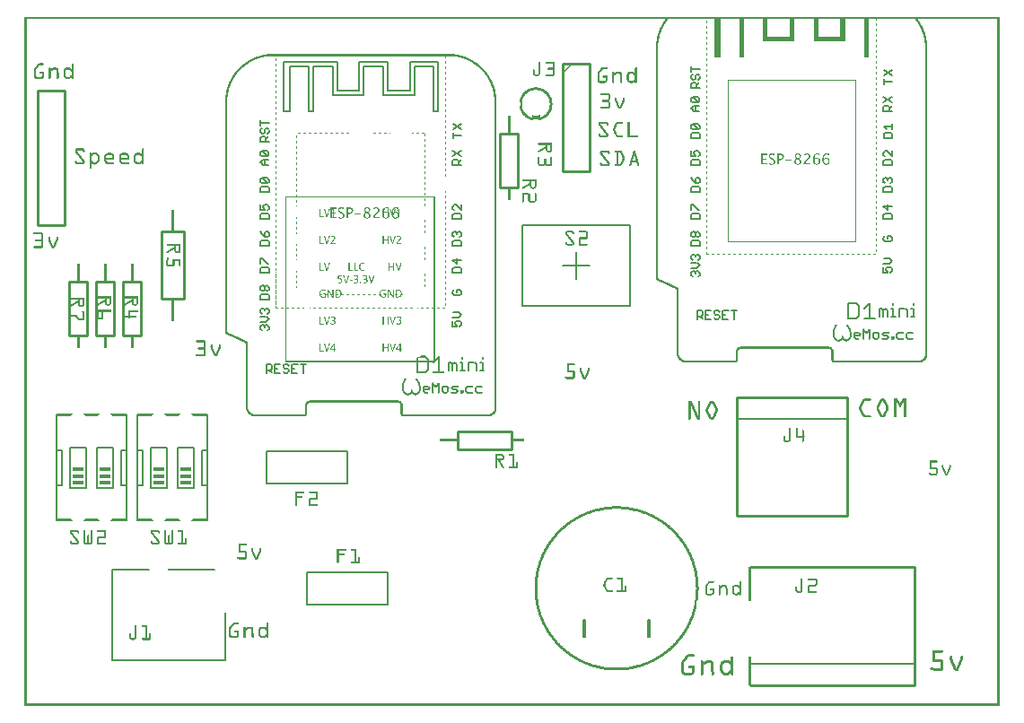
<source format=gto>
G04 MADE WITH FRITZING*
G04 WWW.FRITZING.ORG*
G04 DOUBLE SIDED*
G04 HOLES PLATED*
G04 CONTOUR ON CENTER OF CONTOUR VECTOR*
%ASAXBY*%
%FSLAX23Y23*%
%MOIN*%
%OFA0B0*%
%SFA1.0B1.0*%
%ADD10R,0.477764X0.602764X0.472208X0.597208*%
%ADD11C,0.002778*%
%ADD12R,0.040000X0.015000*%
%ADD13C,0.010000*%
%ADD14C,0.008000*%
%ADD15C,0.005000*%
%ADD16C,0.005556*%
%ADD17C,0.006944*%
%ADD18R,0.001000X0.001000*%
%LNSILK1*%
G90*
G70*
G54D11*
X2612Y2327D02*
X3087Y2327D01*
X3087Y1727D01*
X2612Y1727D01*
X2612Y2327D01*
D02*
G54D12*
X600Y879D03*
X600Y854D03*
X600Y829D03*
X500Y879D03*
X500Y854D03*
X500Y829D03*
X300Y879D03*
X300Y854D03*
X300Y829D03*
X200Y879D03*
X200Y854D03*
X200Y829D03*
G54D13*
X591Y1762D02*
X591Y1512D01*
D02*
X591Y1512D02*
X509Y1512D01*
D02*
X509Y1512D02*
X509Y1762D01*
D02*
X509Y1762D02*
X591Y1762D01*
D02*
X433Y1577D02*
X433Y1377D01*
D02*
X433Y1377D02*
X367Y1377D01*
D02*
X367Y1377D02*
X367Y1577D01*
D02*
X367Y1577D02*
X433Y1577D01*
D02*
X50Y2286D02*
X50Y1786D01*
D02*
X50Y1786D02*
X150Y1786D01*
D02*
X150Y1786D02*
X150Y2286D01*
D02*
X150Y2286D02*
X50Y2286D01*
D02*
X2000Y2386D02*
X2000Y1986D01*
D02*
X2000Y1986D02*
X2100Y1986D01*
D02*
X2100Y1986D02*
X2100Y2386D01*
D02*
X2100Y2386D02*
X2000Y2386D01*
G54D14*
D02*
X744Y170D02*
X744Y347D01*
D02*
X461Y505D02*
X326Y505D01*
D02*
X326Y170D02*
X744Y170D01*
D02*
X326Y505D02*
X326Y170D01*
D02*
X326Y170D02*
X326Y172D01*
G54D13*
D02*
X1609Y1019D02*
X1809Y1019D01*
D02*
X1809Y1019D02*
X1809Y953D01*
D02*
X1809Y953D02*
X1609Y953D01*
D02*
X1609Y953D02*
X1609Y1019D01*
D02*
X1833Y2127D02*
X1833Y1927D01*
D02*
X1833Y1927D02*
X1767Y1927D01*
D02*
X1767Y1927D02*
X1767Y2127D01*
D02*
X1767Y2127D02*
X1833Y2127D01*
G54D14*
D02*
X1350Y376D02*
X1050Y376D01*
D02*
X1050Y376D02*
X1050Y496D01*
D02*
X1050Y496D02*
X1350Y496D01*
D02*
X1350Y496D02*
X1350Y376D01*
D02*
X1200Y826D02*
X900Y826D01*
D02*
X900Y826D02*
X900Y946D01*
D02*
X900Y946D02*
X1200Y946D01*
D02*
X1200Y946D02*
X1200Y826D01*
G54D13*
D02*
X2645Y706D02*
X3055Y706D01*
D02*
X3055Y706D02*
X3055Y1146D01*
D02*
X3055Y1146D02*
X2645Y1146D01*
D02*
X2645Y1146D02*
X2645Y706D01*
G54D15*
D02*
X3055Y1066D02*
X2645Y1066D01*
G54D13*
D02*
X3305Y516D02*
X2695Y516D01*
D02*
X2695Y76D02*
X3305Y76D01*
D02*
X3305Y76D02*
X3305Y516D01*
G54D15*
D02*
X2695Y156D02*
X3305Y156D01*
G54D13*
D02*
X333Y1577D02*
X333Y1377D01*
D02*
X333Y1377D02*
X267Y1377D01*
D02*
X267Y1377D02*
X267Y1577D01*
D02*
X267Y1577D02*
X333Y1577D01*
D02*
X233Y1577D02*
X233Y1377D01*
D02*
X233Y1377D02*
X167Y1377D01*
D02*
X167Y1377D02*
X167Y1577D01*
D02*
X167Y1577D02*
X233Y1577D01*
G54D14*
D02*
X420Y1081D02*
X420Y951D01*
D02*
X420Y821D02*
X440Y821D01*
D02*
X440Y821D02*
X440Y951D01*
D02*
X440Y951D02*
X420Y951D01*
D02*
X420Y821D02*
X420Y691D01*
D02*
X420Y951D02*
X420Y821D01*
D02*
X680Y691D02*
X680Y821D01*
D02*
X680Y951D02*
X660Y951D01*
D02*
X660Y951D02*
X660Y821D01*
D02*
X660Y821D02*
X680Y821D01*
D02*
X680Y951D02*
X680Y1081D01*
D02*
X680Y821D02*
X680Y951D01*
D02*
X570Y961D02*
X570Y811D01*
D02*
X570Y961D02*
X630Y961D01*
D02*
X630Y811D02*
X630Y961D01*
D02*
X630Y811D02*
X570Y811D01*
D02*
X470Y961D02*
X470Y811D01*
D02*
X470Y961D02*
X530Y961D01*
D02*
X530Y811D02*
X530Y961D01*
D02*
X530Y811D02*
X470Y811D01*
D02*
X120Y1081D02*
X120Y951D01*
D02*
X120Y821D02*
X140Y821D01*
D02*
X140Y821D02*
X140Y951D01*
D02*
X140Y951D02*
X120Y951D01*
D02*
X120Y821D02*
X120Y691D01*
D02*
X120Y951D02*
X120Y821D01*
D02*
X380Y691D02*
X380Y821D01*
D02*
X380Y951D02*
X360Y951D01*
D02*
X360Y951D02*
X360Y821D01*
D02*
X360Y821D02*
X380Y821D01*
D02*
X380Y951D02*
X380Y1081D01*
D02*
X380Y821D02*
X380Y951D01*
D02*
X270Y961D02*
X270Y811D01*
D02*
X270Y961D02*
X330Y961D01*
D02*
X330Y811D02*
X330Y961D01*
D02*
X330Y811D02*
X270Y811D01*
D02*
X170Y961D02*
X170Y811D01*
D02*
X170Y961D02*
X230Y961D01*
D02*
X230Y811D02*
X230Y961D01*
D02*
X230Y811D02*
X170Y811D01*
G54D15*
D02*
X2050Y1686D02*
X2050Y1586D01*
D02*
X2000Y1636D02*
X2100Y1636D01*
D02*
X1850Y1786D02*
X2250Y1786D01*
D02*
X2250Y1786D02*
X2250Y1486D01*
D02*
X2250Y1486D02*
X1850Y1486D01*
D02*
X1850Y1486D02*
X1850Y1786D01*
X1536Y2210D02*
X1519Y2210D01*
X1519Y2377D01*
X1448Y2377D01*
X1448Y2270D01*
X1332Y2270D01*
X1332Y2377D01*
X1259Y2377D01*
X1259Y2270D01*
X1144Y2270D01*
X1144Y2377D01*
X1073Y2377D01*
X1073Y2210D01*
X1056Y2210D01*
X1056Y2377D01*
X986Y2377D01*
X986Y2210D01*
X963Y2210D01*
X963Y2394D01*
X1161Y2394D01*
X1161Y2287D01*
X1242Y2287D01*
X1242Y2394D01*
X1349Y2394D01*
X1349Y2287D01*
X1431Y2287D01*
X1431Y2394D01*
X1536Y2394D01*
X1536Y2210D01*
D02*
G54D16*
X908Y2095D02*
X877Y2095D01*
X876Y2095D02*
X876Y2110D01*
X876Y2110D02*
X881Y2115D01*
X882Y2115D02*
X892Y2115D01*
X893Y2115D02*
X897Y2110D01*
X897Y2110D02*
X897Y2095D01*
X897Y2105D02*
X907Y2115D01*
X882Y2147D02*
X877Y2142D01*
X876Y2141D02*
X876Y2132D01*
X876Y2132D02*
X881Y2127D01*
X882Y2126D02*
X887Y2126D01*
X887Y2126D02*
X892Y2131D01*
X893Y2132D02*
X893Y2141D01*
X893Y2141D02*
X897Y2146D01*
X897Y2147D02*
X902Y2147D01*
X902Y2147D02*
X907Y2142D01*
X908Y2141D02*
X908Y2132D01*
X908Y2132D02*
X903Y2127D01*
X908Y2168D02*
X877Y2168D01*
X876Y2158D02*
X876Y2178D01*
D02*
X907Y2010D02*
X887Y2010D01*
X887Y2010D02*
X878Y2019D01*
X877Y2020D02*
X886Y2030D01*
X887Y2031D02*
X907Y2031D01*
X892Y2010D02*
X892Y2030D01*
X903Y2042D02*
X882Y2042D01*
X881Y2042D02*
X877Y2047D01*
X877Y2047D02*
X877Y2056D01*
X877Y2057D02*
X881Y2062D01*
X881Y2062D02*
X902Y2062D01*
X903Y2062D02*
X907Y2057D01*
X907Y2057D02*
X907Y2048D01*
X907Y2047D02*
X903Y2042D01*
X903Y2042D02*
X882Y2062D01*
D02*
X876Y1910D02*
X907Y1910D01*
X908Y1910D02*
X908Y1925D01*
X908Y1926D02*
X903Y1931D01*
X902Y1931D02*
X882Y1931D01*
X882Y1931D02*
X877Y1926D01*
X876Y1926D02*
X876Y1911D01*
X902Y1942D02*
X882Y1942D01*
X882Y1942D02*
X877Y1947D01*
X876Y1947D02*
X876Y1956D01*
X876Y1957D02*
X881Y1962D01*
X882Y1962D02*
X902Y1962D01*
X902Y1962D02*
X907Y1957D01*
X908Y1957D02*
X908Y1948D01*
X908Y1947D02*
X903Y1942D01*
X902Y1942D02*
X882Y1962D01*
D02*
X876Y1810D02*
X907Y1810D01*
X908Y1810D02*
X908Y1825D01*
X908Y1826D02*
X903Y1831D01*
X902Y1831D02*
X882Y1831D01*
X882Y1831D02*
X877Y1826D01*
X876Y1826D02*
X876Y1811D01*
X876Y1862D02*
X876Y1842D01*
X876Y1842D02*
X891Y1842D01*
X892Y1842D02*
X887Y1852D01*
X886Y1853D02*
X886Y1857D01*
X886Y1857D02*
X891Y1862D01*
X892Y1862D02*
X902Y1862D01*
X902Y1862D02*
X907Y1857D01*
X908Y1857D02*
X908Y1848D01*
X908Y1847D02*
X903Y1842D01*
D02*
X876Y1710D02*
X907Y1710D01*
X908Y1710D02*
X908Y1725D01*
X908Y1726D02*
X903Y1731D01*
X902Y1731D02*
X882Y1731D01*
X882Y1731D02*
X877Y1726D01*
X876Y1726D02*
X876Y1711D01*
X876Y1762D02*
X881Y1753D01*
X882Y1753D02*
X892Y1743D01*
X893Y1742D02*
X902Y1742D01*
X902Y1742D02*
X907Y1747D01*
X908Y1747D02*
X908Y1756D01*
X908Y1757D02*
X903Y1762D01*
X902Y1762D02*
X897Y1762D01*
X897Y1762D02*
X893Y1757D01*
X893Y1757D02*
X893Y1742D01*
D02*
X876Y1610D02*
X907Y1610D01*
X908Y1610D02*
X908Y1625D01*
X908Y1626D02*
X903Y1631D01*
X902Y1631D02*
X882Y1631D01*
X882Y1631D02*
X877Y1626D01*
X876Y1626D02*
X876Y1611D01*
X876Y1642D02*
X876Y1662D01*
X876Y1662D02*
X882Y1662D01*
X882Y1662D02*
X902Y1642D01*
X902Y1642D02*
X907Y1642D01*
D02*
X876Y1510D02*
X907Y1510D01*
X908Y1510D02*
X908Y1525D01*
X908Y1526D02*
X903Y1531D01*
X902Y1531D02*
X882Y1531D01*
X882Y1531D02*
X877Y1526D01*
X876Y1526D02*
X876Y1511D01*
X882Y1542D02*
X877Y1547D01*
X876Y1547D02*
X876Y1556D01*
X876Y1557D02*
X881Y1562D01*
X882Y1562D02*
X887Y1562D01*
X887Y1562D02*
X892Y1557D01*
X893Y1557D02*
X898Y1562D01*
X898Y1562D02*
X902Y1562D01*
X902Y1562D02*
X907Y1557D01*
X908Y1557D02*
X908Y1548D01*
X908Y1547D02*
X903Y1542D01*
X902Y1542D02*
X898Y1542D01*
X898Y1542D02*
X893Y1547D01*
X893Y1547D02*
X888Y1542D01*
X887Y1542D02*
X882Y1542D01*
X893Y1547D02*
X893Y1556D01*
D02*
X882Y1395D02*
X877Y1400D01*
X876Y1400D02*
X876Y1409D01*
X876Y1410D02*
X881Y1415D01*
X882Y1415D02*
X886Y1415D01*
X886Y1415D02*
X891Y1410D01*
X892Y1410D02*
X892Y1405D01*
X892Y1410D02*
X897Y1415D01*
X897Y1415D02*
X902Y1415D01*
X902Y1415D02*
X907Y1410D01*
X908Y1410D02*
X908Y1401D01*
X908Y1400D02*
X903Y1395D01*
X876Y1426D02*
X896Y1426D01*
X897Y1426D02*
X907Y1436D01*
X908Y1437D02*
X898Y1446D01*
X897Y1447D02*
X876Y1447D01*
X882Y1458D02*
X877Y1463D01*
X876Y1463D02*
X876Y1474D01*
X876Y1474D02*
X881Y1478D01*
X882Y1478D02*
X886Y1478D01*
X886Y1478D02*
X891Y1474D01*
X892Y1474D02*
X892Y1469D01*
X892Y1474D02*
X897Y1478D01*
X897Y1478D02*
X902Y1478D01*
X902Y1478D02*
X907Y1474D01*
X908Y1474D02*
X908Y1464D01*
X908Y1463D02*
X903Y1458D01*
D02*
X1590Y1431D02*
X1590Y1411D01*
X1590Y1410D02*
X1605Y1410D01*
X1606Y1410D02*
X1601Y1419D01*
X1600Y1420D02*
X1600Y1425D01*
X1600Y1426D02*
X1605Y1431D01*
X1606Y1431D02*
X1616Y1431D01*
X1616Y1431D02*
X1621Y1426D01*
X1622Y1426D02*
X1622Y1417D01*
X1622Y1416D02*
X1617Y1411D01*
X1590Y1442D02*
X1610Y1442D01*
X1611Y1442D02*
X1621Y1452D01*
X1622Y1453D02*
X1612Y1462D01*
X1611Y1462D02*
X1591Y1462D01*
D02*
X1596Y1547D02*
X1591Y1542D01*
X1590Y1541D02*
X1590Y1532D01*
X1590Y1532D02*
X1595Y1527D01*
X1596Y1526D02*
X1616Y1526D01*
X1616Y1526D02*
X1621Y1531D01*
X1622Y1532D02*
X1622Y1541D01*
X1622Y1541D02*
X1617Y1546D01*
X1616Y1547D02*
X1606Y1547D01*
X1606Y1547D02*
X1606Y1537D01*
D02*
X1590Y1610D02*
X1621Y1610D01*
X1622Y1610D02*
X1622Y1625D01*
X1622Y1626D02*
X1617Y1631D01*
X1616Y1631D02*
X1596Y1631D01*
X1596Y1631D02*
X1591Y1626D01*
X1590Y1626D02*
X1590Y1611D01*
X1622Y1657D02*
X1591Y1657D01*
X1590Y1657D02*
X1606Y1642D01*
X1607Y1642D02*
X1607Y1662D01*
D02*
X1590Y1710D02*
X1621Y1710D01*
X1622Y1710D02*
X1622Y1725D01*
X1622Y1726D02*
X1617Y1731D01*
X1616Y1731D02*
X1596Y1731D01*
X1596Y1731D02*
X1591Y1726D01*
X1590Y1726D02*
X1590Y1711D01*
X1596Y1742D02*
X1591Y1747D01*
X1590Y1747D02*
X1590Y1756D01*
X1590Y1757D02*
X1595Y1762D01*
X1596Y1762D02*
X1600Y1762D01*
X1600Y1762D02*
X1605Y1757D01*
X1606Y1757D02*
X1606Y1753D01*
X1606Y1757D02*
X1611Y1762D01*
X1611Y1762D02*
X1616Y1762D01*
X1616Y1762D02*
X1621Y1757D01*
X1622Y1757D02*
X1622Y1748D01*
X1622Y1747D02*
X1617Y1742D01*
D02*
X1590Y1810D02*
X1621Y1810D01*
X1622Y1810D02*
X1622Y1825D01*
X1622Y1826D02*
X1617Y1831D01*
X1616Y1831D02*
X1596Y1831D01*
X1596Y1831D02*
X1591Y1826D01*
X1590Y1826D02*
X1590Y1811D01*
X1622Y1862D02*
X1622Y1842D01*
X1622Y1842D02*
X1602Y1862D01*
X1601Y1862D02*
X1596Y1862D01*
X1596Y1862D02*
X1591Y1857D01*
X1590Y1857D02*
X1590Y1848D01*
X1590Y1847D02*
X1595Y1842D01*
D02*
X1622Y2010D02*
X1591Y2010D01*
X1590Y2010D02*
X1590Y2025D01*
X1590Y2026D02*
X1595Y2031D01*
X1596Y2031D02*
X1606Y2031D01*
X1607Y2031D02*
X1611Y2026D01*
X1611Y2026D02*
X1611Y2011D01*
X1611Y2020D02*
X1621Y2030D01*
X1590Y2042D02*
X1621Y2062D01*
X1590Y2062D02*
X1621Y2042D01*
D02*
X1621Y2120D02*
X1591Y2120D01*
X1591Y2110D02*
X1591Y2130D01*
X1591Y2142D02*
X1621Y2162D01*
X1591Y2162D02*
X1621Y2142D01*
D02*
X898Y1238D02*
X898Y1270D01*
X898Y1270D02*
X913Y1270D01*
X913Y1270D02*
X918Y1265D01*
X919Y1264D02*
X919Y1254D01*
X919Y1254D02*
X914Y1249D01*
X913Y1248D02*
X898Y1248D01*
X908Y1248D02*
X918Y1239D01*
X950Y1270D02*
X929Y1270D01*
X929Y1270D02*
X929Y1239D01*
X929Y1238D02*
X949Y1238D01*
X929Y1254D02*
X939Y1254D01*
X982Y1264D02*
X977Y1270D01*
X977Y1270D02*
X967Y1270D01*
X966Y1270D02*
X961Y1265D01*
X961Y1264D02*
X961Y1259D01*
X961Y1259D02*
X966Y1254D01*
X966Y1254D02*
X976Y1254D01*
X977Y1254D02*
X982Y1249D01*
X982Y1248D02*
X982Y1244D01*
X982Y1244D02*
X977Y1239D01*
X977Y1238D02*
X967Y1238D01*
X966Y1238D02*
X961Y1243D01*
X1014Y1270D02*
X994Y1270D01*
X993Y1270D02*
X993Y1239D01*
X993Y1238D02*
X1013Y1238D01*
X993Y1254D02*
X1002Y1254D01*
X1035Y1238D02*
X1035Y1270D01*
X1024Y1270D02*
X1044Y1270D01*
D02*
G54D17*
X1576Y1248D02*
X1576Y1276D01*
X1576Y1276D02*
X1583Y1276D01*
X1583Y1276D02*
X1589Y1269D01*
X1589Y1269D02*
X1589Y1248D01*
X1589Y1269D02*
X1596Y1276D01*
X1597Y1276D02*
X1604Y1269D01*
X1604Y1269D02*
X1604Y1248D01*
X1619Y1276D02*
X1626Y1276D01*
X1627Y1276D02*
X1627Y1248D01*
X1619Y1248D02*
X1634Y1248D01*
X1627Y1298D02*
X1627Y1291D01*
X1649Y1248D02*
X1649Y1276D01*
X1649Y1276D02*
X1670Y1276D01*
X1671Y1276D02*
X1678Y1269D01*
X1678Y1269D02*
X1678Y1248D01*
X1693Y1276D02*
X1700Y1276D01*
X1701Y1276D02*
X1701Y1248D01*
X1693Y1248D02*
X1706Y1248D01*
X1701Y1298D02*
X1701Y1291D01*
D02*
G54D16*
X2508Y2295D02*
X2477Y2295D01*
X2476Y2295D02*
X2476Y2310D01*
X2476Y2310D02*
X2481Y2315D01*
X2482Y2315D02*
X2492Y2315D01*
X2493Y2315D02*
X2497Y2310D01*
X2497Y2310D02*
X2497Y2295D01*
X2497Y2305D02*
X2507Y2315D01*
X2482Y2347D02*
X2477Y2342D01*
X2476Y2341D02*
X2476Y2332D01*
X2476Y2332D02*
X2481Y2327D01*
X2482Y2326D02*
X2487Y2326D01*
X2487Y2326D02*
X2492Y2331D01*
X2493Y2332D02*
X2493Y2341D01*
X2493Y2341D02*
X2497Y2346D01*
X2497Y2347D02*
X2502Y2347D01*
X2502Y2347D02*
X2507Y2342D01*
X2508Y2341D02*
X2508Y2332D01*
X2508Y2332D02*
X2503Y2327D01*
X2508Y2368D02*
X2477Y2368D01*
X2476Y2358D02*
X2476Y2378D01*
D02*
X2507Y2210D02*
X2487Y2210D01*
X2487Y2210D02*
X2478Y2219D01*
X2477Y2220D02*
X2486Y2230D01*
X2487Y2231D02*
X2507Y2231D01*
X2492Y2210D02*
X2492Y2230D01*
X2503Y2242D02*
X2482Y2242D01*
X2481Y2242D02*
X2477Y2247D01*
X2477Y2247D02*
X2477Y2256D01*
X2477Y2257D02*
X2481Y2262D01*
X2481Y2262D02*
X2502Y2262D01*
X2503Y2262D02*
X2507Y2257D01*
X2507Y2257D02*
X2507Y2248D01*
X2507Y2247D02*
X2503Y2242D01*
X2503Y2242D02*
X2482Y2262D01*
D02*
X2476Y2110D02*
X2507Y2110D01*
X2508Y2110D02*
X2508Y2125D01*
X2508Y2126D02*
X2503Y2131D01*
X2502Y2131D02*
X2482Y2131D01*
X2482Y2131D02*
X2477Y2126D01*
X2476Y2126D02*
X2476Y2111D01*
X2502Y2142D02*
X2482Y2142D01*
X2482Y2142D02*
X2477Y2147D01*
X2476Y2147D02*
X2476Y2156D01*
X2476Y2157D02*
X2481Y2162D01*
X2482Y2162D02*
X2502Y2162D01*
X2502Y2162D02*
X2507Y2157D01*
X2508Y2157D02*
X2508Y2148D01*
X2508Y2147D02*
X2503Y2142D01*
X2502Y2142D02*
X2482Y2162D01*
D02*
X2476Y2010D02*
X2507Y2010D01*
X2508Y2010D02*
X2508Y2025D01*
X2508Y2026D02*
X2503Y2031D01*
X2502Y2031D02*
X2482Y2031D01*
X2482Y2031D02*
X2477Y2026D01*
X2476Y2026D02*
X2476Y2011D01*
X2476Y2062D02*
X2476Y2042D01*
X2476Y2042D02*
X2491Y2042D01*
X2492Y2042D02*
X2487Y2052D01*
X2486Y2053D02*
X2486Y2057D01*
X2486Y2057D02*
X2491Y2062D01*
X2492Y2062D02*
X2502Y2062D01*
X2502Y2062D02*
X2507Y2057D01*
X2508Y2057D02*
X2508Y2048D01*
X2508Y2047D02*
X2503Y2042D01*
D02*
X2476Y1910D02*
X2507Y1910D01*
X2508Y1910D02*
X2508Y1925D01*
X2508Y1926D02*
X2503Y1931D01*
X2502Y1931D02*
X2482Y1931D01*
X2482Y1931D02*
X2477Y1926D01*
X2476Y1926D02*
X2476Y1911D01*
X2476Y1962D02*
X2481Y1953D01*
X2482Y1953D02*
X2492Y1943D01*
X2493Y1942D02*
X2502Y1942D01*
X2502Y1942D02*
X2507Y1947D01*
X2508Y1947D02*
X2508Y1956D01*
X2508Y1957D02*
X2503Y1962D01*
X2502Y1962D02*
X2497Y1962D01*
X2497Y1962D02*
X2493Y1957D01*
X2493Y1957D02*
X2493Y1942D01*
D02*
X2476Y1810D02*
X2507Y1810D01*
X2508Y1810D02*
X2508Y1825D01*
X2508Y1826D02*
X2503Y1831D01*
X2502Y1831D02*
X2482Y1831D01*
X2482Y1831D02*
X2477Y1826D01*
X2476Y1826D02*
X2476Y1811D01*
X2476Y1842D02*
X2476Y1862D01*
X2476Y1862D02*
X2482Y1862D01*
X2482Y1862D02*
X2502Y1842D01*
X2502Y1842D02*
X2507Y1842D01*
D02*
X2476Y1710D02*
X2507Y1710D01*
X2508Y1710D02*
X2508Y1725D01*
X2508Y1726D02*
X2503Y1731D01*
X2502Y1731D02*
X2482Y1731D01*
X2482Y1731D02*
X2477Y1726D01*
X2476Y1726D02*
X2476Y1711D01*
X2482Y1742D02*
X2477Y1747D01*
X2476Y1747D02*
X2476Y1756D01*
X2476Y1757D02*
X2481Y1762D01*
X2482Y1762D02*
X2487Y1762D01*
X2487Y1762D02*
X2492Y1757D01*
X2493Y1757D02*
X2498Y1762D01*
X2498Y1762D02*
X2502Y1762D01*
X2502Y1762D02*
X2507Y1757D01*
X2508Y1757D02*
X2508Y1748D01*
X2508Y1747D02*
X2503Y1742D01*
X2502Y1742D02*
X2498Y1742D01*
X2498Y1742D02*
X2493Y1747D01*
X2493Y1747D02*
X2488Y1742D01*
X2487Y1742D02*
X2482Y1742D01*
X2493Y1747D02*
X2493Y1756D01*
D02*
X2482Y1595D02*
X2477Y1600D01*
X2476Y1600D02*
X2476Y1609D01*
X2476Y1610D02*
X2481Y1615D01*
X2482Y1615D02*
X2486Y1615D01*
X2486Y1615D02*
X2491Y1610D01*
X2492Y1610D02*
X2492Y1605D01*
X2492Y1610D02*
X2497Y1615D01*
X2497Y1615D02*
X2502Y1615D01*
X2502Y1615D02*
X2507Y1610D01*
X2508Y1610D02*
X2508Y1601D01*
X2508Y1600D02*
X2503Y1595D01*
X2476Y1626D02*
X2496Y1626D01*
X2497Y1626D02*
X2507Y1636D01*
X2508Y1637D02*
X2498Y1646D01*
X2497Y1647D02*
X2476Y1647D01*
X2482Y1658D02*
X2477Y1663D01*
X2476Y1663D02*
X2476Y1674D01*
X2476Y1674D02*
X2481Y1678D01*
X2482Y1678D02*
X2486Y1678D01*
X2486Y1678D02*
X2491Y1674D01*
X2492Y1674D02*
X2492Y1669D01*
X2492Y1674D02*
X2497Y1678D01*
X2497Y1678D02*
X2502Y1678D01*
X2502Y1678D02*
X2507Y1674D01*
X2508Y1674D02*
X2508Y1664D01*
X2508Y1663D02*
X2503Y1658D01*
D02*
X3190Y1631D02*
X3190Y1611D01*
X3190Y1610D02*
X3205Y1610D01*
X3206Y1610D02*
X3201Y1619D01*
X3200Y1620D02*
X3200Y1625D01*
X3200Y1626D02*
X3205Y1631D01*
X3206Y1631D02*
X3216Y1631D01*
X3216Y1631D02*
X3221Y1626D01*
X3222Y1626D02*
X3222Y1617D01*
X3222Y1616D02*
X3217Y1611D01*
X3190Y1642D02*
X3210Y1642D01*
X3211Y1642D02*
X3221Y1652D01*
X3222Y1653D02*
X3212Y1662D01*
X3211Y1662D02*
X3191Y1662D01*
D02*
X3196Y1747D02*
X3191Y1742D01*
X3190Y1741D02*
X3190Y1732D01*
X3190Y1732D02*
X3195Y1727D01*
X3196Y1726D02*
X3216Y1726D01*
X3216Y1726D02*
X3221Y1731D01*
X3222Y1732D02*
X3222Y1741D01*
X3222Y1741D02*
X3217Y1746D01*
X3216Y1747D02*
X3206Y1747D01*
X3206Y1747D02*
X3206Y1737D01*
D02*
X3190Y1810D02*
X3221Y1810D01*
X3222Y1810D02*
X3222Y1825D01*
X3222Y1826D02*
X3217Y1831D01*
X3216Y1831D02*
X3196Y1831D01*
X3196Y1831D02*
X3191Y1826D01*
X3190Y1826D02*
X3190Y1811D01*
X3222Y1857D02*
X3191Y1857D01*
X3190Y1857D02*
X3206Y1842D01*
X3207Y1842D02*
X3207Y1862D01*
D02*
X3190Y1910D02*
X3221Y1910D01*
X3222Y1910D02*
X3222Y1925D01*
X3222Y1926D02*
X3217Y1931D01*
X3216Y1931D02*
X3196Y1931D01*
X3196Y1931D02*
X3191Y1926D01*
X3190Y1926D02*
X3190Y1911D01*
X3196Y1942D02*
X3191Y1947D01*
X3190Y1947D02*
X3190Y1956D01*
X3190Y1957D02*
X3195Y1962D01*
X3196Y1962D02*
X3200Y1962D01*
X3200Y1962D02*
X3205Y1957D01*
X3206Y1957D02*
X3206Y1953D01*
X3206Y1957D02*
X3211Y1962D01*
X3211Y1962D02*
X3216Y1962D01*
X3216Y1962D02*
X3221Y1957D01*
X3222Y1957D02*
X3222Y1948D01*
X3222Y1947D02*
X3217Y1942D01*
D02*
X3190Y2010D02*
X3221Y2010D01*
X3222Y2010D02*
X3222Y2025D01*
X3222Y2026D02*
X3217Y2031D01*
X3216Y2031D02*
X3196Y2031D01*
X3196Y2031D02*
X3191Y2026D01*
X3190Y2026D02*
X3190Y2011D01*
X3222Y2062D02*
X3222Y2042D01*
X3222Y2042D02*
X3202Y2062D01*
X3201Y2062D02*
X3196Y2062D01*
X3196Y2062D02*
X3191Y2057D01*
X3190Y2057D02*
X3190Y2048D01*
X3190Y2047D02*
X3195Y2042D01*
D02*
X3191Y2110D02*
X3221Y2110D01*
X3221Y2110D02*
X3221Y2125D01*
X3221Y2126D02*
X3217Y2131D01*
X3217Y2131D02*
X3196Y2131D01*
X3195Y2131D02*
X3191Y2126D01*
X3191Y2126D02*
X3191Y2111D01*
X3201Y2142D02*
X3192Y2152D01*
X3191Y2153D02*
X3221Y2153D01*
X3221Y2142D02*
X3221Y2162D01*
D02*
X3222Y2210D02*
X3191Y2210D01*
X3190Y2210D02*
X3190Y2225D01*
X3190Y2226D02*
X3195Y2231D01*
X3196Y2231D02*
X3206Y2231D01*
X3207Y2231D02*
X3211Y2226D01*
X3211Y2226D02*
X3211Y2211D01*
X3211Y2220D02*
X3221Y2230D01*
X3190Y2242D02*
X3221Y2262D01*
X3190Y2262D02*
X3221Y2242D01*
D02*
X3221Y2320D02*
X3191Y2320D01*
X3191Y2310D02*
X3191Y2330D01*
X3191Y2342D02*
X3221Y2362D01*
X3191Y2362D02*
X3221Y2342D01*
D02*
X2498Y1438D02*
X2498Y1470D01*
X2498Y1470D02*
X2513Y1470D01*
X2513Y1470D02*
X2518Y1465D01*
X2519Y1464D02*
X2519Y1454D01*
X2519Y1454D02*
X2514Y1449D01*
X2513Y1448D02*
X2498Y1448D01*
X2508Y1448D02*
X2518Y1439D01*
X2550Y1470D02*
X2529Y1470D01*
X2529Y1470D02*
X2529Y1439D01*
X2529Y1438D02*
X2549Y1438D01*
X2529Y1454D02*
X2539Y1454D01*
X2582Y1464D02*
X2577Y1470D01*
X2577Y1470D02*
X2567Y1470D01*
X2566Y1470D02*
X2561Y1465D01*
X2561Y1464D02*
X2561Y1459D01*
X2561Y1459D02*
X2566Y1454D01*
X2566Y1454D02*
X2576Y1454D01*
X2577Y1454D02*
X2582Y1449D01*
X2582Y1448D02*
X2582Y1444D01*
X2582Y1444D02*
X2577Y1439D01*
X2577Y1438D02*
X2567Y1438D01*
X2566Y1438D02*
X2561Y1443D01*
X2614Y1470D02*
X2594Y1470D01*
X2593Y1470D02*
X2593Y1439D01*
X2593Y1438D02*
X2613Y1438D01*
X2593Y1454D02*
X2602Y1454D01*
X2635Y1438D02*
X2635Y1470D01*
X2624Y1470D02*
X2644Y1470D01*
D02*
G54D17*
X3060Y1498D02*
X3060Y1440D01*
X3060Y1439D02*
X3088Y1439D01*
X3089Y1439D02*
X3099Y1449D01*
X3099Y1449D02*
X3099Y1487D01*
X3099Y1487D02*
X3089Y1498D01*
X3089Y1498D02*
X3060Y1498D01*
X3119Y1477D02*
X3139Y1498D01*
X3139Y1498D02*
X3139Y1440D01*
X3119Y1439D02*
X3158Y1439D01*
D02*
X3176Y1448D02*
X3176Y1476D01*
X3176Y1476D02*
X3183Y1476D01*
X3183Y1476D02*
X3189Y1469D01*
X3189Y1469D02*
X3189Y1448D01*
X3189Y1469D02*
X3196Y1476D01*
X3197Y1476D02*
X3204Y1469D01*
X3204Y1469D02*
X3204Y1448D01*
X3219Y1476D02*
X3226Y1476D01*
X3227Y1476D02*
X3227Y1448D01*
X3219Y1448D02*
X3234Y1448D01*
X3227Y1498D02*
X3227Y1491D01*
X3249Y1448D02*
X3249Y1476D01*
X3249Y1476D02*
X3270Y1476D01*
X3271Y1476D02*
X3278Y1469D01*
X3278Y1469D02*
X3278Y1448D01*
X3293Y1476D02*
X3300Y1476D01*
X3301Y1476D02*
X3301Y1448D01*
X3293Y1448D02*
X3306Y1448D01*
X3301Y1498D02*
X3301Y1491D01*
D02*
G54D18*
X0Y2559D02*
X3621Y2559D01*
X0Y2558D02*
X3621Y2558D01*
X0Y2557D02*
X3621Y2557D01*
X0Y2556D02*
X3621Y2556D01*
X0Y2555D02*
X3621Y2555D01*
X0Y2554D02*
X3621Y2554D01*
X0Y2553D02*
X3621Y2553D01*
X0Y2552D02*
X3621Y2552D01*
X0Y2551D02*
X7Y2551D01*
X2381Y2551D02*
X2390Y2551D01*
X2563Y2551D02*
X2585Y2551D01*
X2656Y2551D02*
X2672Y2551D01*
X2744Y2551D02*
X2760Y2551D01*
X2842Y2551D02*
X2858Y2551D01*
X2932Y2551D02*
X2948Y2551D01*
X3031Y2551D02*
X3047Y2551D01*
X3119Y2551D02*
X3135Y2551D01*
X3163Y2551D02*
X3165Y2551D01*
X3308Y2551D02*
X3318Y2551D01*
X3614Y2551D02*
X3621Y2551D01*
X0Y2550D02*
X7Y2550D01*
X2380Y2550D02*
X2389Y2550D01*
X2533Y2550D02*
X2535Y2550D01*
X2563Y2550D02*
X2585Y2550D01*
X2656Y2550D02*
X2672Y2550D01*
X2744Y2550D02*
X2760Y2550D01*
X2842Y2550D02*
X2858Y2550D01*
X2932Y2550D02*
X2948Y2550D01*
X3031Y2550D02*
X3047Y2550D01*
X3119Y2550D02*
X3135Y2550D01*
X3309Y2550D02*
X3318Y2550D01*
X3614Y2550D02*
X3621Y2550D01*
X0Y2549D02*
X7Y2549D01*
X2379Y2549D02*
X2388Y2549D01*
X2534Y2549D02*
X2535Y2549D01*
X2563Y2549D02*
X2585Y2549D01*
X2656Y2549D02*
X2672Y2549D01*
X2744Y2549D02*
X2760Y2549D01*
X2842Y2549D02*
X2858Y2549D01*
X2932Y2549D02*
X2948Y2549D01*
X3031Y2549D02*
X3047Y2549D01*
X3119Y2549D02*
X3135Y2549D01*
X3310Y2549D02*
X3319Y2549D01*
X3614Y2549D02*
X3621Y2549D01*
X0Y2548D02*
X7Y2548D01*
X2379Y2548D02*
X2388Y2548D01*
X2563Y2548D02*
X2585Y2548D01*
X2656Y2548D02*
X2672Y2548D01*
X2744Y2548D02*
X2760Y2548D01*
X2842Y2548D02*
X2858Y2548D01*
X2932Y2548D02*
X2948Y2548D01*
X3031Y2548D02*
X3047Y2548D01*
X3119Y2548D02*
X3135Y2548D01*
X3163Y2548D02*
X3165Y2548D01*
X3310Y2548D02*
X3320Y2548D01*
X3614Y2548D02*
X3621Y2548D01*
X0Y2547D02*
X7Y2547D01*
X2378Y2547D02*
X2387Y2547D01*
X2563Y2547D02*
X2585Y2547D01*
X2656Y2547D02*
X2672Y2547D01*
X2744Y2547D02*
X2760Y2547D01*
X2842Y2547D02*
X2858Y2547D01*
X2932Y2547D02*
X2948Y2547D01*
X3031Y2547D02*
X3047Y2547D01*
X3119Y2547D02*
X3135Y2547D01*
X3163Y2547D02*
X3165Y2547D01*
X3311Y2547D02*
X3320Y2547D01*
X3614Y2547D02*
X3621Y2547D01*
X0Y2546D02*
X7Y2546D01*
X2377Y2546D02*
X2386Y2546D01*
X2533Y2546D02*
X2535Y2546D01*
X2563Y2546D02*
X2585Y2546D01*
X2656Y2546D02*
X2672Y2546D01*
X2744Y2546D02*
X2760Y2546D01*
X2842Y2546D02*
X2858Y2546D01*
X2932Y2546D02*
X2948Y2546D01*
X3031Y2546D02*
X3047Y2546D01*
X3119Y2546D02*
X3135Y2546D01*
X3312Y2546D02*
X3321Y2546D01*
X3614Y2546D02*
X3621Y2546D01*
X0Y2545D02*
X7Y2545D01*
X2377Y2545D02*
X2385Y2545D01*
X2534Y2545D02*
X2535Y2545D01*
X2563Y2545D02*
X2585Y2545D01*
X2656Y2545D02*
X2672Y2545D01*
X2744Y2545D02*
X2760Y2545D01*
X2842Y2545D02*
X2858Y2545D01*
X2932Y2545D02*
X2948Y2545D01*
X3031Y2545D02*
X3047Y2545D01*
X3119Y2545D02*
X3135Y2545D01*
X3313Y2545D02*
X3322Y2545D01*
X3614Y2545D02*
X3621Y2545D01*
X0Y2544D02*
X7Y2544D01*
X2376Y2544D02*
X2385Y2544D01*
X2563Y2544D02*
X2585Y2544D01*
X2656Y2544D02*
X2672Y2544D01*
X2744Y2544D02*
X2760Y2544D01*
X2842Y2544D02*
X2858Y2544D01*
X2932Y2544D02*
X2948Y2544D01*
X3031Y2544D02*
X3047Y2544D01*
X3119Y2544D02*
X3135Y2544D01*
X3163Y2544D02*
X3165Y2544D01*
X3313Y2544D02*
X3323Y2544D01*
X3614Y2544D02*
X3621Y2544D01*
X0Y2543D02*
X7Y2543D01*
X2375Y2543D02*
X2384Y2543D01*
X2563Y2543D02*
X2585Y2543D01*
X2656Y2543D02*
X2672Y2543D01*
X2744Y2543D02*
X2760Y2543D01*
X2842Y2543D02*
X2858Y2543D01*
X2932Y2543D02*
X2948Y2543D01*
X3031Y2543D02*
X3047Y2543D01*
X3119Y2543D02*
X3135Y2543D01*
X3163Y2543D02*
X3165Y2543D01*
X3314Y2543D02*
X3323Y2543D01*
X3614Y2543D02*
X3621Y2543D01*
X0Y2542D02*
X7Y2542D01*
X2375Y2542D02*
X2383Y2542D01*
X2533Y2542D02*
X2535Y2542D01*
X2563Y2542D02*
X2585Y2542D01*
X2656Y2542D02*
X2672Y2542D01*
X2744Y2542D02*
X2760Y2542D01*
X2842Y2542D02*
X2858Y2542D01*
X2932Y2542D02*
X2948Y2542D01*
X3031Y2542D02*
X3047Y2542D01*
X3119Y2542D02*
X3135Y2542D01*
X3315Y2542D02*
X3324Y2542D01*
X3614Y2542D02*
X3621Y2542D01*
X0Y2541D02*
X7Y2541D01*
X2374Y2541D02*
X2383Y2541D01*
X2534Y2541D02*
X2535Y2541D01*
X2563Y2541D02*
X2585Y2541D01*
X2656Y2541D02*
X2672Y2541D01*
X2744Y2541D02*
X2760Y2541D01*
X2842Y2541D02*
X2858Y2541D01*
X2932Y2541D02*
X2948Y2541D01*
X3031Y2541D02*
X3047Y2541D01*
X3119Y2541D02*
X3135Y2541D01*
X3316Y2541D02*
X3324Y2541D01*
X3614Y2541D02*
X3621Y2541D01*
X0Y2540D02*
X7Y2540D01*
X2373Y2540D02*
X2382Y2540D01*
X2563Y2540D02*
X2585Y2540D01*
X2656Y2540D02*
X2672Y2540D01*
X2744Y2540D02*
X2760Y2540D01*
X2842Y2540D02*
X2858Y2540D01*
X2932Y2540D02*
X2948Y2540D01*
X3031Y2540D02*
X3047Y2540D01*
X3119Y2540D02*
X3135Y2540D01*
X3163Y2540D02*
X3165Y2540D01*
X3316Y2540D02*
X3325Y2540D01*
X3614Y2540D02*
X3621Y2540D01*
X0Y2539D02*
X7Y2539D01*
X2373Y2539D02*
X2381Y2539D01*
X2563Y2539D02*
X2585Y2539D01*
X2656Y2539D02*
X2672Y2539D01*
X2744Y2539D02*
X2760Y2539D01*
X2842Y2539D02*
X2858Y2539D01*
X2932Y2539D02*
X2948Y2539D01*
X3031Y2539D02*
X3047Y2539D01*
X3119Y2539D02*
X3135Y2539D01*
X3163Y2539D02*
X3165Y2539D01*
X3317Y2539D02*
X3326Y2539D01*
X3614Y2539D02*
X3621Y2539D01*
X0Y2538D02*
X7Y2538D01*
X2372Y2538D02*
X2381Y2538D01*
X2533Y2538D02*
X2535Y2538D01*
X2563Y2538D02*
X2585Y2538D01*
X2656Y2538D02*
X2672Y2538D01*
X2744Y2538D02*
X2760Y2538D01*
X2842Y2538D02*
X2858Y2538D01*
X2932Y2538D02*
X2948Y2538D01*
X3031Y2538D02*
X3047Y2538D01*
X3119Y2538D02*
X3135Y2538D01*
X3318Y2538D02*
X3326Y2538D01*
X3614Y2538D02*
X3621Y2538D01*
X0Y2537D02*
X7Y2537D01*
X2371Y2537D02*
X2380Y2537D01*
X2534Y2537D02*
X2535Y2537D01*
X2563Y2537D02*
X2585Y2537D01*
X2656Y2537D02*
X2672Y2537D01*
X2744Y2537D02*
X2760Y2537D01*
X2842Y2537D02*
X2858Y2537D01*
X2932Y2537D02*
X2948Y2537D01*
X3031Y2537D02*
X3047Y2537D01*
X3119Y2537D02*
X3135Y2537D01*
X3318Y2537D02*
X3327Y2537D01*
X3614Y2537D02*
X3621Y2537D01*
X0Y2536D02*
X7Y2536D01*
X2371Y2536D02*
X2379Y2536D01*
X2563Y2536D02*
X2585Y2536D01*
X2656Y2536D02*
X2672Y2536D01*
X2744Y2536D02*
X2760Y2536D01*
X2842Y2536D02*
X2858Y2536D01*
X2932Y2536D02*
X2948Y2536D01*
X3031Y2536D02*
X3047Y2536D01*
X3119Y2536D02*
X3135Y2536D01*
X3163Y2536D02*
X3165Y2536D01*
X3319Y2536D02*
X3328Y2536D01*
X3614Y2536D02*
X3621Y2536D01*
X0Y2535D02*
X7Y2535D01*
X2370Y2535D02*
X2379Y2535D01*
X2563Y2535D02*
X2585Y2535D01*
X2656Y2535D02*
X2672Y2535D01*
X2744Y2535D02*
X2760Y2535D01*
X2842Y2535D02*
X2858Y2535D01*
X2932Y2535D02*
X2948Y2535D01*
X3031Y2535D02*
X3047Y2535D01*
X3119Y2535D02*
X3135Y2535D01*
X3163Y2535D02*
X3165Y2535D01*
X3320Y2535D02*
X3328Y2535D01*
X3614Y2535D02*
X3621Y2535D01*
X0Y2534D02*
X7Y2534D01*
X2370Y2534D02*
X2378Y2534D01*
X2533Y2534D02*
X2535Y2534D01*
X2563Y2534D02*
X2585Y2534D01*
X2656Y2534D02*
X2672Y2534D01*
X2744Y2534D02*
X2760Y2534D01*
X2842Y2534D02*
X2858Y2534D01*
X2932Y2534D02*
X2948Y2534D01*
X3031Y2534D02*
X3047Y2534D01*
X3119Y2534D02*
X3135Y2534D01*
X3320Y2534D02*
X3329Y2534D01*
X3614Y2534D02*
X3621Y2534D01*
X0Y2533D02*
X7Y2533D01*
X2369Y2533D02*
X2377Y2533D01*
X2534Y2533D02*
X2535Y2533D01*
X2563Y2533D02*
X2585Y2533D01*
X2656Y2533D02*
X2672Y2533D01*
X2744Y2533D02*
X2760Y2533D01*
X2842Y2533D02*
X2858Y2533D01*
X2932Y2533D02*
X2948Y2533D01*
X3031Y2533D02*
X3047Y2533D01*
X3119Y2533D02*
X3135Y2533D01*
X3321Y2533D02*
X3329Y2533D01*
X3614Y2533D02*
X3621Y2533D01*
X0Y2532D02*
X7Y2532D01*
X2369Y2532D02*
X2377Y2532D01*
X2563Y2532D02*
X2585Y2532D01*
X2656Y2532D02*
X2672Y2532D01*
X2744Y2532D02*
X2760Y2532D01*
X2842Y2532D02*
X2858Y2532D01*
X2932Y2532D02*
X2948Y2532D01*
X3031Y2532D02*
X3047Y2532D01*
X3119Y2532D02*
X3135Y2532D01*
X3163Y2532D02*
X3165Y2532D01*
X3321Y2532D02*
X3330Y2532D01*
X3614Y2532D02*
X3621Y2532D01*
X0Y2531D02*
X7Y2531D01*
X2368Y2531D02*
X2376Y2531D01*
X2563Y2531D02*
X2585Y2531D01*
X2656Y2531D02*
X2672Y2531D01*
X2744Y2531D02*
X2760Y2531D01*
X2842Y2531D02*
X2858Y2531D01*
X2932Y2531D02*
X2948Y2531D01*
X3031Y2531D02*
X3047Y2531D01*
X3119Y2531D02*
X3135Y2531D01*
X3163Y2531D02*
X3165Y2531D01*
X3322Y2531D02*
X3330Y2531D01*
X3614Y2531D02*
X3621Y2531D01*
X0Y2530D02*
X7Y2530D01*
X2367Y2530D02*
X2376Y2530D01*
X2533Y2530D02*
X2535Y2530D01*
X2563Y2530D02*
X2585Y2530D01*
X2656Y2530D02*
X2672Y2530D01*
X2744Y2530D02*
X2760Y2530D01*
X2842Y2530D02*
X2858Y2530D01*
X2932Y2530D02*
X2948Y2530D01*
X3031Y2530D02*
X3047Y2530D01*
X3119Y2530D02*
X3135Y2530D01*
X3323Y2530D02*
X3331Y2530D01*
X3614Y2530D02*
X3621Y2530D01*
X0Y2529D02*
X7Y2529D01*
X2367Y2529D02*
X2375Y2529D01*
X2534Y2529D02*
X2535Y2529D01*
X2563Y2529D02*
X2585Y2529D01*
X2656Y2529D02*
X2672Y2529D01*
X2744Y2529D02*
X2760Y2529D01*
X2842Y2529D02*
X2858Y2529D01*
X2932Y2529D02*
X2948Y2529D01*
X3031Y2529D02*
X3047Y2529D01*
X3119Y2529D02*
X3135Y2529D01*
X3323Y2529D02*
X3332Y2529D01*
X3614Y2529D02*
X3621Y2529D01*
X0Y2528D02*
X7Y2528D01*
X2366Y2528D02*
X2374Y2528D01*
X2563Y2528D02*
X2585Y2528D01*
X2656Y2528D02*
X2672Y2528D01*
X2744Y2528D02*
X2760Y2528D01*
X2842Y2528D02*
X2858Y2528D01*
X2932Y2528D02*
X2948Y2528D01*
X3031Y2528D02*
X3047Y2528D01*
X3119Y2528D02*
X3135Y2528D01*
X3163Y2528D02*
X3165Y2528D01*
X3324Y2528D02*
X3332Y2528D01*
X3614Y2528D02*
X3621Y2528D01*
X0Y2527D02*
X7Y2527D01*
X2366Y2527D02*
X2374Y2527D01*
X2563Y2527D02*
X2585Y2527D01*
X2656Y2527D02*
X2672Y2527D01*
X2744Y2527D02*
X2760Y2527D01*
X2842Y2527D02*
X2858Y2527D01*
X2932Y2527D02*
X2948Y2527D01*
X3031Y2527D02*
X3047Y2527D01*
X3119Y2527D02*
X3135Y2527D01*
X3163Y2527D02*
X3165Y2527D01*
X3324Y2527D02*
X3333Y2527D01*
X3614Y2527D02*
X3621Y2527D01*
X0Y2526D02*
X7Y2526D01*
X2365Y2526D02*
X2373Y2526D01*
X2533Y2526D02*
X2535Y2526D01*
X2563Y2526D02*
X2585Y2526D01*
X2656Y2526D02*
X2672Y2526D01*
X2744Y2526D02*
X2760Y2526D01*
X2842Y2526D02*
X2858Y2526D01*
X2932Y2526D02*
X2948Y2526D01*
X3031Y2526D02*
X3047Y2526D01*
X3119Y2526D02*
X3135Y2526D01*
X3325Y2526D02*
X3333Y2526D01*
X3614Y2526D02*
X3621Y2526D01*
X0Y2525D02*
X7Y2525D01*
X2365Y2525D02*
X2373Y2525D01*
X2534Y2525D02*
X2535Y2525D01*
X2563Y2525D02*
X2585Y2525D01*
X2656Y2525D02*
X2672Y2525D01*
X2744Y2525D02*
X2760Y2525D01*
X2842Y2525D02*
X2858Y2525D01*
X2932Y2525D02*
X2948Y2525D01*
X3031Y2525D02*
X3047Y2525D01*
X3119Y2525D02*
X3135Y2525D01*
X3325Y2525D02*
X3334Y2525D01*
X3614Y2525D02*
X3621Y2525D01*
X0Y2524D02*
X7Y2524D01*
X2364Y2524D02*
X2372Y2524D01*
X2563Y2524D02*
X2585Y2524D01*
X2656Y2524D02*
X2672Y2524D01*
X2744Y2524D02*
X2760Y2524D01*
X2842Y2524D02*
X2858Y2524D01*
X2932Y2524D02*
X2948Y2524D01*
X3031Y2524D02*
X3047Y2524D01*
X3119Y2524D02*
X3135Y2524D01*
X3163Y2524D02*
X3165Y2524D01*
X3326Y2524D02*
X3334Y2524D01*
X3614Y2524D02*
X3621Y2524D01*
X0Y2523D02*
X7Y2523D01*
X2364Y2523D02*
X2372Y2523D01*
X2563Y2523D02*
X2585Y2523D01*
X2656Y2523D02*
X2672Y2523D01*
X2744Y2523D02*
X2760Y2523D01*
X2842Y2523D02*
X2858Y2523D01*
X2932Y2523D02*
X2948Y2523D01*
X3031Y2523D02*
X3047Y2523D01*
X3119Y2523D02*
X3135Y2523D01*
X3163Y2523D02*
X3165Y2523D01*
X3326Y2523D02*
X3335Y2523D01*
X3614Y2523D02*
X3621Y2523D01*
X0Y2522D02*
X7Y2522D01*
X2363Y2522D02*
X2371Y2522D01*
X2533Y2522D02*
X2535Y2522D01*
X2563Y2522D02*
X2585Y2522D01*
X2656Y2522D02*
X2672Y2522D01*
X2744Y2522D02*
X2760Y2522D01*
X2842Y2522D02*
X2858Y2522D01*
X2932Y2522D02*
X2948Y2522D01*
X3031Y2522D02*
X3047Y2522D01*
X3119Y2522D02*
X3135Y2522D01*
X3327Y2522D02*
X3335Y2522D01*
X3614Y2522D02*
X3621Y2522D01*
X0Y2521D02*
X7Y2521D01*
X2363Y2521D02*
X2371Y2521D01*
X2534Y2521D02*
X2535Y2521D01*
X2563Y2521D02*
X2585Y2521D01*
X2656Y2521D02*
X2672Y2521D01*
X2744Y2521D02*
X2760Y2521D01*
X2842Y2521D02*
X2858Y2521D01*
X2932Y2521D02*
X2948Y2521D01*
X3031Y2521D02*
X3047Y2521D01*
X3119Y2521D02*
X3135Y2521D01*
X3327Y2521D02*
X3336Y2521D01*
X3614Y2521D02*
X3621Y2521D01*
X0Y2520D02*
X7Y2520D01*
X2362Y2520D02*
X2370Y2520D01*
X2563Y2520D02*
X2585Y2520D01*
X2656Y2520D02*
X2672Y2520D01*
X2744Y2520D02*
X2760Y2520D01*
X2842Y2520D02*
X2858Y2520D01*
X2932Y2520D02*
X2948Y2520D01*
X3031Y2520D02*
X3047Y2520D01*
X3119Y2520D02*
X3135Y2520D01*
X3163Y2520D02*
X3165Y2520D01*
X3328Y2520D02*
X3336Y2520D01*
X3614Y2520D02*
X3621Y2520D01*
X0Y2519D02*
X7Y2519D01*
X2362Y2519D02*
X2370Y2519D01*
X2563Y2519D02*
X2585Y2519D01*
X2656Y2519D02*
X2672Y2519D01*
X2744Y2519D02*
X2760Y2519D01*
X2842Y2519D02*
X2858Y2519D01*
X2932Y2519D02*
X2948Y2519D01*
X3031Y2519D02*
X3047Y2519D01*
X3119Y2519D02*
X3135Y2519D01*
X3163Y2519D02*
X3165Y2519D01*
X3328Y2519D02*
X3336Y2519D01*
X3614Y2519D02*
X3621Y2519D01*
X0Y2518D02*
X7Y2518D01*
X2361Y2518D02*
X2369Y2518D01*
X2533Y2518D02*
X2535Y2518D01*
X2563Y2518D02*
X2585Y2518D01*
X2656Y2518D02*
X2672Y2518D01*
X2744Y2518D02*
X2760Y2518D01*
X2842Y2518D02*
X2858Y2518D01*
X2932Y2518D02*
X2948Y2518D01*
X3031Y2518D02*
X3047Y2518D01*
X3119Y2518D02*
X3135Y2518D01*
X3329Y2518D02*
X3337Y2518D01*
X3614Y2518D02*
X3621Y2518D01*
X0Y2517D02*
X7Y2517D01*
X2361Y2517D02*
X2369Y2517D01*
X2534Y2517D02*
X2535Y2517D01*
X2563Y2517D02*
X2585Y2517D01*
X2656Y2517D02*
X2672Y2517D01*
X2744Y2517D02*
X2760Y2517D01*
X2842Y2517D02*
X2858Y2517D01*
X2932Y2517D02*
X2948Y2517D01*
X3031Y2517D02*
X3047Y2517D01*
X3119Y2517D02*
X3135Y2517D01*
X3329Y2517D02*
X3337Y2517D01*
X3614Y2517D02*
X3621Y2517D01*
X0Y2516D02*
X7Y2516D01*
X2361Y2516D02*
X2368Y2516D01*
X2563Y2516D02*
X2585Y2516D01*
X2656Y2516D02*
X2672Y2516D01*
X2744Y2516D02*
X2760Y2516D01*
X2842Y2516D02*
X2858Y2516D01*
X2932Y2516D02*
X2948Y2516D01*
X3031Y2516D02*
X3047Y2516D01*
X3119Y2516D02*
X3135Y2516D01*
X3163Y2516D02*
X3165Y2516D01*
X3330Y2516D02*
X3338Y2516D01*
X3614Y2516D02*
X3621Y2516D01*
X0Y2515D02*
X7Y2515D01*
X2360Y2515D02*
X2368Y2515D01*
X2563Y2515D02*
X2585Y2515D01*
X2656Y2515D02*
X2672Y2515D01*
X2744Y2515D02*
X2760Y2515D01*
X2842Y2515D02*
X2858Y2515D01*
X2932Y2515D02*
X2948Y2515D01*
X3031Y2515D02*
X3047Y2515D01*
X3119Y2515D02*
X3135Y2515D01*
X3163Y2515D02*
X3165Y2515D01*
X3330Y2515D02*
X3338Y2515D01*
X3614Y2515D02*
X3621Y2515D01*
X0Y2514D02*
X7Y2514D01*
X2360Y2514D02*
X2367Y2514D01*
X2533Y2514D02*
X2535Y2514D01*
X2563Y2514D02*
X2585Y2514D01*
X2656Y2514D02*
X2672Y2514D01*
X2744Y2514D02*
X2760Y2514D01*
X2842Y2514D02*
X2858Y2514D01*
X2932Y2514D02*
X2948Y2514D01*
X3031Y2514D02*
X3047Y2514D01*
X3119Y2514D02*
X3135Y2514D01*
X3331Y2514D02*
X3339Y2514D01*
X3614Y2514D02*
X3621Y2514D01*
X0Y2513D02*
X7Y2513D01*
X2359Y2513D02*
X2367Y2513D01*
X2534Y2513D02*
X2535Y2513D01*
X2563Y2513D02*
X2585Y2513D01*
X2656Y2513D02*
X2672Y2513D01*
X2744Y2513D02*
X2760Y2513D01*
X2842Y2513D02*
X2858Y2513D01*
X2932Y2513D02*
X2948Y2513D01*
X3031Y2513D02*
X3047Y2513D01*
X3119Y2513D02*
X3135Y2513D01*
X3331Y2513D02*
X3339Y2513D01*
X3614Y2513D02*
X3621Y2513D01*
X0Y2512D02*
X7Y2512D01*
X2359Y2512D02*
X2366Y2512D01*
X2563Y2512D02*
X2585Y2512D01*
X2656Y2512D02*
X2672Y2512D01*
X2744Y2512D02*
X2760Y2512D01*
X2842Y2512D02*
X2858Y2512D01*
X2932Y2512D02*
X2948Y2512D01*
X3031Y2512D02*
X3047Y2512D01*
X3119Y2512D02*
X3135Y2512D01*
X3163Y2512D02*
X3165Y2512D01*
X3332Y2512D02*
X3339Y2512D01*
X3614Y2512D02*
X3621Y2512D01*
X0Y2511D02*
X7Y2511D01*
X2358Y2511D02*
X2366Y2511D01*
X2563Y2511D02*
X2585Y2511D01*
X2656Y2511D02*
X2672Y2511D01*
X2744Y2511D02*
X2760Y2511D01*
X2842Y2511D02*
X2858Y2511D01*
X2932Y2511D02*
X2948Y2511D01*
X3031Y2511D02*
X3047Y2511D01*
X3119Y2511D02*
X3135Y2511D01*
X3163Y2511D02*
X3165Y2511D01*
X3332Y2511D02*
X3340Y2511D01*
X3614Y2511D02*
X3621Y2511D01*
X0Y2510D02*
X7Y2510D01*
X2358Y2510D02*
X2366Y2510D01*
X2533Y2510D02*
X2535Y2510D01*
X2563Y2510D02*
X2585Y2510D01*
X2656Y2510D02*
X2672Y2510D01*
X2744Y2510D02*
X2760Y2510D01*
X2842Y2510D02*
X2858Y2510D01*
X2932Y2510D02*
X2948Y2510D01*
X3031Y2510D02*
X3047Y2510D01*
X3119Y2510D02*
X3135Y2510D01*
X3332Y2510D02*
X3340Y2510D01*
X3614Y2510D02*
X3621Y2510D01*
X0Y2509D02*
X7Y2509D01*
X2358Y2509D02*
X2365Y2509D01*
X2534Y2509D02*
X2535Y2509D01*
X2563Y2509D02*
X2585Y2509D01*
X2656Y2509D02*
X2672Y2509D01*
X2744Y2509D02*
X2760Y2509D01*
X2842Y2509D02*
X2858Y2509D01*
X2932Y2509D02*
X2948Y2509D01*
X3031Y2509D02*
X3047Y2509D01*
X3119Y2509D02*
X3135Y2509D01*
X3333Y2509D02*
X3341Y2509D01*
X3614Y2509D02*
X3621Y2509D01*
X0Y2508D02*
X7Y2508D01*
X2357Y2508D02*
X2365Y2508D01*
X2563Y2508D02*
X2585Y2508D01*
X2656Y2508D02*
X2672Y2508D01*
X2744Y2508D02*
X2760Y2508D01*
X2842Y2508D02*
X2858Y2508D01*
X2932Y2508D02*
X2948Y2508D01*
X3031Y2508D02*
X3047Y2508D01*
X3119Y2508D02*
X3135Y2508D01*
X3163Y2508D02*
X3165Y2508D01*
X3333Y2508D02*
X3341Y2508D01*
X3614Y2508D02*
X3621Y2508D01*
X0Y2507D02*
X7Y2507D01*
X2357Y2507D02*
X2364Y2507D01*
X2563Y2507D02*
X2585Y2507D01*
X2656Y2507D02*
X2672Y2507D01*
X2744Y2507D02*
X2760Y2507D01*
X2842Y2507D02*
X2858Y2507D01*
X2932Y2507D02*
X2948Y2507D01*
X3031Y2507D02*
X3047Y2507D01*
X3119Y2507D02*
X3135Y2507D01*
X3163Y2507D02*
X3165Y2507D01*
X3334Y2507D02*
X3341Y2507D01*
X3614Y2507D02*
X3621Y2507D01*
X0Y2506D02*
X7Y2506D01*
X2356Y2506D02*
X2364Y2506D01*
X2533Y2506D02*
X2535Y2506D01*
X2563Y2506D02*
X2585Y2506D01*
X2656Y2506D02*
X2672Y2506D01*
X2744Y2506D02*
X2760Y2506D01*
X2842Y2506D02*
X2858Y2506D01*
X2932Y2506D02*
X2948Y2506D01*
X3031Y2506D02*
X3047Y2506D01*
X3119Y2506D02*
X3135Y2506D01*
X3334Y2506D02*
X3342Y2506D01*
X3614Y2506D02*
X3621Y2506D01*
X0Y2505D02*
X7Y2505D01*
X2356Y2505D02*
X2364Y2505D01*
X2534Y2505D02*
X2535Y2505D01*
X2563Y2505D02*
X2585Y2505D01*
X2656Y2505D02*
X2672Y2505D01*
X2744Y2505D02*
X2760Y2505D01*
X2842Y2505D02*
X2858Y2505D01*
X2932Y2505D02*
X2948Y2505D01*
X3031Y2505D02*
X3047Y2505D01*
X3119Y2505D02*
X3135Y2505D01*
X3334Y2505D02*
X3342Y2505D01*
X3614Y2505D02*
X3621Y2505D01*
X0Y2504D02*
X7Y2504D01*
X2356Y2504D02*
X2363Y2504D01*
X2563Y2504D02*
X2585Y2504D01*
X2656Y2504D02*
X2672Y2504D01*
X2744Y2504D02*
X2760Y2504D01*
X2842Y2504D02*
X2858Y2504D01*
X2932Y2504D02*
X2948Y2504D01*
X3031Y2504D02*
X3047Y2504D01*
X3119Y2504D02*
X3135Y2504D01*
X3163Y2504D02*
X3165Y2504D01*
X3335Y2504D02*
X3342Y2504D01*
X3614Y2504D02*
X3621Y2504D01*
X0Y2503D02*
X7Y2503D01*
X2355Y2503D02*
X2363Y2503D01*
X2563Y2503D02*
X2585Y2503D01*
X2656Y2503D02*
X2672Y2503D01*
X2744Y2503D02*
X2760Y2503D01*
X2842Y2503D02*
X2858Y2503D01*
X2932Y2503D02*
X2948Y2503D01*
X3031Y2503D02*
X3047Y2503D01*
X3119Y2503D02*
X3135Y2503D01*
X3163Y2503D02*
X3165Y2503D01*
X3335Y2503D02*
X3343Y2503D01*
X3614Y2503D02*
X3621Y2503D01*
X0Y2502D02*
X7Y2502D01*
X2355Y2502D02*
X2363Y2502D01*
X2533Y2502D02*
X2535Y2502D01*
X2563Y2502D02*
X2585Y2502D01*
X2656Y2502D02*
X2672Y2502D01*
X2744Y2502D02*
X2760Y2502D01*
X2842Y2502D02*
X2858Y2502D01*
X2932Y2502D02*
X2948Y2502D01*
X3031Y2502D02*
X3047Y2502D01*
X3119Y2502D02*
X3135Y2502D01*
X3336Y2502D02*
X3343Y2502D01*
X3614Y2502D02*
X3621Y2502D01*
X0Y2501D02*
X7Y2501D01*
X2355Y2501D02*
X2362Y2501D01*
X2534Y2501D02*
X2535Y2501D01*
X2563Y2501D02*
X2585Y2501D01*
X2656Y2501D02*
X2672Y2501D01*
X2744Y2501D02*
X2760Y2501D01*
X2842Y2501D02*
X2858Y2501D01*
X2932Y2501D02*
X2948Y2501D01*
X3031Y2501D02*
X3047Y2501D01*
X3119Y2501D02*
X3135Y2501D01*
X3336Y2501D02*
X3344Y2501D01*
X3614Y2501D02*
X3621Y2501D01*
X0Y2500D02*
X7Y2500D01*
X2354Y2500D02*
X2362Y2500D01*
X2563Y2500D02*
X2585Y2500D01*
X2656Y2500D02*
X2672Y2500D01*
X2744Y2500D02*
X2760Y2500D01*
X2842Y2500D02*
X2858Y2500D01*
X2932Y2500D02*
X2948Y2500D01*
X3031Y2500D02*
X3047Y2500D01*
X3119Y2500D02*
X3135Y2500D01*
X3163Y2500D02*
X3165Y2500D01*
X3336Y2500D02*
X3344Y2500D01*
X3614Y2500D02*
X3621Y2500D01*
X0Y2499D02*
X7Y2499D01*
X2354Y2499D02*
X2362Y2499D01*
X2563Y2499D02*
X2585Y2499D01*
X2656Y2499D02*
X2672Y2499D01*
X2744Y2499D02*
X2760Y2499D01*
X2842Y2499D02*
X2858Y2499D01*
X2932Y2499D02*
X2948Y2499D01*
X3031Y2499D02*
X3047Y2499D01*
X3119Y2499D02*
X3135Y2499D01*
X3163Y2499D02*
X3165Y2499D01*
X3337Y2499D02*
X3344Y2499D01*
X3614Y2499D02*
X3621Y2499D01*
X0Y2498D02*
X7Y2498D01*
X2354Y2498D02*
X2361Y2498D01*
X2533Y2498D02*
X2535Y2498D01*
X2563Y2498D02*
X2585Y2498D01*
X2656Y2498D02*
X2672Y2498D01*
X2744Y2498D02*
X2760Y2498D01*
X2842Y2498D02*
X2858Y2498D01*
X2932Y2498D02*
X2948Y2498D01*
X3031Y2498D02*
X3047Y2498D01*
X3119Y2498D02*
X3135Y2498D01*
X3337Y2498D02*
X3345Y2498D01*
X3614Y2498D02*
X3621Y2498D01*
X0Y2497D02*
X7Y2497D01*
X2353Y2497D02*
X2361Y2497D01*
X2534Y2497D02*
X2535Y2497D01*
X2563Y2497D02*
X2585Y2497D01*
X2656Y2497D02*
X2672Y2497D01*
X2744Y2497D02*
X2760Y2497D01*
X2842Y2497D02*
X2858Y2497D01*
X2932Y2497D02*
X2948Y2497D01*
X3031Y2497D02*
X3047Y2497D01*
X3119Y2497D02*
X3135Y2497D01*
X3337Y2497D02*
X3345Y2497D01*
X3614Y2497D02*
X3621Y2497D01*
X0Y2496D02*
X7Y2496D01*
X2353Y2496D02*
X2360Y2496D01*
X2563Y2496D02*
X2585Y2496D01*
X2656Y2496D02*
X2672Y2496D01*
X2744Y2496D02*
X2760Y2496D01*
X2842Y2496D02*
X2858Y2496D01*
X2932Y2496D02*
X2948Y2496D01*
X3031Y2496D02*
X3047Y2496D01*
X3119Y2496D02*
X3135Y2496D01*
X3163Y2496D02*
X3165Y2496D01*
X3338Y2496D02*
X3345Y2496D01*
X3614Y2496D02*
X3621Y2496D01*
X0Y2495D02*
X7Y2495D01*
X2353Y2495D02*
X2360Y2495D01*
X2563Y2495D02*
X2585Y2495D01*
X2656Y2495D02*
X2672Y2495D01*
X2744Y2495D02*
X2760Y2495D01*
X2842Y2495D02*
X2858Y2495D01*
X2932Y2495D02*
X2948Y2495D01*
X3031Y2495D02*
X3047Y2495D01*
X3119Y2495D02*
X3135Y2495D01*
X3163Y2495D02*
X3165Y2495D01*
X3338Y2495D02*
X3345Y2495D01*
X3614Y2495D02*
X3621Y2495D01*
X0Y2494D02*
X7Y2494D01*
X2353Y2494D02*
X2360Y2494D01*
X2533Y2494D02*
X2535Y2494D01*
X2563Y2494D02*
X2585Y2494D01*
X2656Y2494D02*
X2672Y2494D01*
X2744Y2494D02*
X2760Y2494D01*
X2842Y2494D02*
X2858Y2494D01*
X2932Y2494D02*
X2948Y2494D01*
X3031Y2494D02*
X3047Y2494D01*
X3119Y2494D02*
X3135Y2494D01*
X3338Y2494D02*
X3346Y2494D01*
X3614Y2494D02*
X3621Y2494D01*
X0Y2493D02*
X7Y2493D01*
X2352Y2493D02*
X2360Y2493D01*
X2534Y2493D02*
X2535Y2493D01*
X2563Y2493D02*
X2585Y2493D01*
X2656Y2493D02*
X2672Y2493D01*
X2744Y2493D02*
X2760Y2493D01*
X2842Y2493D02*
X2858Y2493D01*
X2932Y2493D02*
X2948Y2493D01*
X3031Y2493D02*
X3047Y2493D01*
X3119Y2493D02*
X3135Y2493D01*
X3339Y2493D02*
X3346Y2493D01*
X3614Y2493D02*
X3621Y2493D01*
X0Y2492D02*
X7Y2492D01*
X2352Y2492D02*
X2359Y2492D01*
X2563Y2492D02*
X2585Y2492D01*
X2656Y2492D02*
X2672Y2492D01*
X2744Y2492D02*
X2760Y2492D01*
X2842Y2492D02*
X2858Y2492D01*
X2932Y2492D02*
X2948Y2492D01*
X3031Y2492D02*
X3047Y2492D01*
X3119Y2492D02*
X3135Y2492D01*
X3163Y2492D02*
X3165Y2492D01*
X3339Y2492D02*
X3346Y2492D01*
X3614Y2492D02*
X3621Y2492D01*
X0Y2491D02*
X7Y2491D01*
X2352Y2491D02*
X2359Y2491D01*
X2563Y2491D02*
X2585Y2491D01*
X2656Y2491D02*
X2672Y2491D01*
X2744Y2491D02*
X2760Y2491D01*
X2842Y2491D02*
X2858Y2491D01*
X2932Y2491D02*
X2948Y2491D01*
X3031Y2491D02*
X3047Y2491D01*
X3119Y2491D02*
X3135Y2491D01*
X3163Y2491D02*
X3165Y2491D01*
X3339Y2491D02*
X3346Y2491D01*
X3614Y2491D02*
X3621Y2491D01*
X0Y2490D02*
X7Y2490D01*
X2351Y2490D02*
X2359Y2490D01*
X2533Y2490D02*
X2535Y2490D01*
X2563Y2490D02*
X2585Y2490D01*
X2656Y2490D02*
X2672Y2490D01*
X2744Y2490D02*
X2760Y2490D01*
X2842Y2490D02*
X2858Y2490D01*
X2932Y2490D02*
X2948Y2490D01*
X3031Y2490D02*
X3047Y2490D01*
X3119Y2490D02*
X3135Y2490D01*
X3339Y2490D02*
X3347Y2490D01*
X3614Y2490D02*
X3621Y2490D01*
X0Y2489D02*
X7Y2489D01*
X2351Y2489D02*
X2358Y2489D01*
X2534Y2489D02*
X2535Y2489D01*
X2563Y2489D02*
X2585Y2489D01*
X2656Y2489D02*
X2672Y2489D01*
X2744Y2489D02*
X2760Y2489D01*
X2842Y2489D02*
X2858Y2489D01*
X2932Y2489D02*
X2948Y2489D01*
X3031Y2489D02*
X3047Y2489D01*
X3119Y2489D02*
X3135Y2489D01*
X3340Y2489D02*
X3347Y2489D01*
X3614Y2489D02*
X3621Y2489D01*
X0Y2488D02*
X7Y2488D01*
X2351Y2488D02*
X2358Y2488D01*
X2563Y2488D02*
X2585Y2488D01*
X2656Y2488D02*
X2672Y2488D01*
X2744Y2488D02*
X2760Y2488D01*
X2842Y2488D02*
X2858Y2488D01*
X2932Y2488D02*
X2948Y2488D01*
X3031Y2488D02*
X3047Y2488D01*
X3119Y2488D02*
X3135Y2488D01*
X3163Y2488D02*
X3165Y2488D01*
X3340Y2488D02*
X3347Y2488D01*
X3614Y2488D02*
X3621Y2488D01*
X0Y2487D02*
X7Y2487D01*
X2351Y2487D02*
X2358Y2487D01*
X2563Y2487D02*
X2585Y2487D01*
X2656Y2487D02*
X2672Y2487D01*
X2744Y2487D02*
X2858Y2487D01*
X2932Y2487D02*
X3047Y2487D01*
X3119Y2487D02*
X3135Y2487D01*
X3163Y2487D02*
X3165Y2487D01*
X3340Y2487D02*
X3347Y2487D01*
X3614Y2487D02*
X3621Y2487D01*
X0Y2486D02*
X7Y2486D01*
X2350Y2486D02*
X2358Y2486D01*
X2533Y2486D02*
X2535Y2486D01*
X2563Y2486D02*
X2585Y2486D01*
X2656Y2486D02*
X2672Y2486D01*
X2744Y2486D02*
X2858Y2486D01*
X2932Y2486D02*
X3047Y2486D01*
X3119Y2486D02*
X3135Y2486D01*
X3340Y2486D02*
X3348Y2486D01*
X3614Y2486D02*
X3621Y2486D01*
X0Y2485D02*
X7Y2485D01*
X2350Y2485D02*
X2357Y2485D01*
X2534Y2485D02*
X2535Y2485D01*
X2563Y2485D02*
X2585Y2485D01*
X2656Y2485D02*
X2672Y2485D01*
X2744Y2485D02*
X2858Y2485D01*
X2932Y2485D02*
X3047Y2485D01*
X3119Y2485D02*
X3135Y2485D01*
X3341Y2485D02*
X3348Y2485D01*
X3614Y2485D02*
X3621Y2485D01*
X0Y2484D02*
X7Y2484D01*
X2350Y2484D02*
X2357Y2484D01*
X2563Y2484D02*
X2585Y2484D01*
X2656Y2484D02*
X2672Y2484D01*
X2744Y2484D02*
X2858Y2484D01*
X2932Y2484D02*
X3047Y2484D01*
X3119Y2484D02*
X3135Y2484D01*
X3163Y2484D02*
X3165Y2484D01*
X3341Y2484D02*
X3348Y2484D01*
X3614Y2484D02*
X3621Y2484D01*
X0Y2483D02*
X7Y2483D01*
X2350Y2483D02*
X2357Y2483D01*
X2563Y2483D02*
X2585Y2483D01*
X2656Y2483D02*
X2672Y2483D01*
X2744Y2483D02*
X2858Y2483D01*
X2932Y2483D02*
X3047Y2483D01*
X3119Y2483D02*
X3135Y2483D01*
X3163Y2483D02*
X3165Y2483D01*
X3341Y2483D02*
X3348Y2483D01*
X3614Y2483D02*
X3621Y2483D01*
X0Y2482D02*
X7Y2482D01*
X2350Y2482D02*
X2357Y2482D01*
X2533Y2482D02*
X2535Y2482D01*
X2563Y2482D02*
X2585Y2482D01*
X2656Y2482D02*
X2672Y2482D01*
X2744Y2482D02*
X2858Y2482D01*
X2932Y2482D02*
X3047Y2482D01*
X3119Y2482D02*
X3135Y2482D01*
X3341Y2482D02*
X3349Y2482D01*
X3614Y2482D02*
X3621Y2482D01*
X0Y2481D02*
X7Y2481D01*
X2349Y2481D02*
X2357Y2481D01*
X2534Y2481D02*
X2535Y2481D01*
X2563Y2481D02*
X2585Y2481D01*
X2656Y2481D02*
X2672Y2481D01*
X2744Y2481D02*
X2858Y2481D01*
X2932Y2481D02*
X3047Y2481D01*
X3119Y2481D02*
X3135Y2481D01*
X3342Y2481D02*
X3349Y2481D01*
X3614Y2481D02*
X3621Y2481D01*
X0Y2480D02*
X7Y2480D01*
X2349Y2480D02*
X2356Y2480D01*
X2563Y2480D02*
X2585Y2480D01*
X2656Y2480D02*
X2672Y2480D01*
X2744Y2480D02*
X2858Y2480D01*
X2932Y2480D02*
X3047Y2480D01*
X3119Y2480D02*
X3135Y2480D01*
X3163Y2480D02*
X3165Y2480D01*
X3342Y2480D02*
X3349Y2480D01*
X3614Y2480D02*
X3621Y2480D01*
X0Y2479D02*
X7Y2479D01*
X2349Y2479D02*
X2356Y2479D01*
X2563Y2479D02*
X2585Y2479D01*
X2656Y2479D02*
X2672Y2479D01*
X2744Y2479D02*
X2858Y2479D01*
X2932Y2479D02*
X3047Y2479D01*
X3119Y2479D02*
X3135Y2479D01*
X3163Y2479D02*
X3165Y2479D01*
X3342Y2479D02*
X3349Y2479D01*
X3614Y2479D02*
X3621Y2479D01*
X0Y2478D02*
X7Y2478D01*
X2349Y2478D02*
X2356Y2478D01*
X2533Y2478D02*
X2535Y2478D01*
X2563Y2478D02*
X2585Y2478D01*
X2656Y2478D02*
X2672Y2478D01*
X2744Y2478D02*
X2858Y2478D01*
X2932Y2478D02*
X3047Y2478D01*
X3119Y2478D02*
X3135Y2478D01*
X3342Y2478D02*
X3349Y2478D01*
X3614Y2478D02*
X3621Y2478D01*
X0Y2477D02*
X7Y2477D01*
X2349Y2477D02*
X2356Y2477D01*
X2534Y2477D02*
X2535Y2477D01*
X2563Y2477D02*
X2585Y2477D01*
X2656Y2477D02*
X2672Y2477D01*
X2744Y2477D02*
X2858Y2477D01*
X2932Y2477D02*
X3047Y2477D01*
X3119Y2477D02*
X3135Y2477D01*
X3342Y2477D02*
X3350Y2477D01*
X3614Y2477D02*
X3621Y2477D01*
X0Y2476D02*
X7Y2476D01*
X2348Y2476D02*
X2356Y2476D01*
X2563Y2476D02*
X2585Y2476D01*
X2656Y2476D02*
X2672Y2476D01*
X2744Y2476D02*
X2858Y2476D01*
X2932Y2476D02*
X3047Y2476D01*
X3119Y2476D02*
X3135Y2476D01*
X3163Y2476D02*
X3165Y2476D01*
X3343Y2476D02*
X3350Y2476D01*
X3614Y2476D02*
X3621Y2476D01*
X0Y2475D02*
X7Y2475D01*
X2348Y2475D02*
X2355Y2475D01*
X2563Y2475D02*
X2585Y2475D01*
X2656Y2475D02*
X2672Y2475D01*
X2744Y2475D02*
X2858Y2475D01*
X2932Y2475D02*
X3047Y2475D01*
X3119Y2475D02*
X3135Y2475D01*
X3163Y2475D02*
X3165Y2475D01*
X3343Y2475D02*
X3350Y2475D01*
X3614Y2475D02*
X3621Y2475D01*
X0Y2474D02*
X7Y2474D01*
X2348Y2474D02*
X2355Y2474D01*
X2533Y2474D02*
X2535Y2474D01*
X2563Y2474D02*
X2585Y2474D01*
X2656Y2474D02*
X2672Y2474D01*
X2744Y2474D02*
X2858Y2474D01*
X2932Y2474D02*
X3047Y2474D01*
X3119Y2474D02*
X3135Y2474D01*
X3343Y2474D02*
X3350Y2474D01*
X3614Y2474D02*
X3621Y2474D01*
X0Y2473D02*
X7Y2473D01*
X2348Y2473D02*
X2355Y2473D01*
X2534Y2473D02*
X2535Y2473D01*
X2563Y2473D02*
X2585Y2473D01*
X2656Y2473D02*
X2672Y2473D01*
X2744Y2473D02*
X2858Y2473D01*
X2932Y2473D02*
X3047Y2473D01*
X3119Y2473D02*
X3135Y2473D01*
X3343Y2473D02*
X3350Y2473D01*
X3614Y2473D02*
X3621Y2473D01*
X0Y2472D02*
X7Y2472D01*
X2348Y2472D02*
X2355Y2472D01*
X2563Y2472D02*
X2585Y2472D01*
X2656Y2472D02*
X2672Y2472D01*
X2744Y2472D02*
X2858Y2472D01*
X2932Y2472D02*
X3047Y2472D01*
X3119Y2472D02*
X3135Y2472D01*
X3163Y2472D02*
X3165Y2472D01*
X3343Y2472D02*
X3350Y2472D01*
X3614Y2472D02*
X3621Y2472D01*
X0Y2471D02*
X7Y2471D01*
X2348Y2471D02*
X2355Y2471D01*
X2563Y2471D02*
X2585Y2471D01*
X2656Y2471D02*
X2672Y2471D01*
X2744Y2471D02*
X2858Y2471D01*
X2932Y2471D02*
X3047Y2471D01*
X3119Y2471D02*
X3135Y2471D01*
X3163Y2471D02*
X3165Y2471D01*
X3343Y2471D02*
X3351Y2471D01*
X3614Y2471D02*
X3621Y2471D01*
X0Y2470D02*
X7Y2470D01*
X2347Y2470D02*
X2354Y2470D01*
X2533Y2470D02*
X2535Y2470D01*
X2563Y2470D02*
X2585Y2470D01*
X2656Y2470D02*
X2672Y2470D01*
X3119Y2470D02*
X3135Y2470D01*
X3344Y2470D02*
X3351Y2470D01*
X3614Y2470D02*
X3621Y2470D01*
X0Y2469D02*
X7Y2469D01*
X2347Y2469D02*
X2354Y2469D01*
X2534Y2469D02*
X2535Y2469D01*
X2563Y2469D02*
X2585Y2469D01*
X2656Y2469D02*
X2672Y2469D01*
X3119Y2469D02*
X3135Y2469D01*
X3344Y2469D02*
X3351Y2469D01*
X3614Y2469D02*
X3621Y2469D01*
X0Y2468D02*
X7Y2468D01*
X2347Y2468D02*
X2354Y2468D01*
X2563Y2468D02*
X2585Y2468D01*
X2656Y2468D02*
X2672Y2468D01*
X3119Y2468D02*
X3135Y2468D01*
X3163Y2468D02*
X3165Y2468D01*
X3344Y2468D02*
X3351Y2468D01*
X3614Y2468D02*
X3621Y2468D01*
X0Y2467D02*
X7Y2467D01*
X2347Y2467D02*
X2354Y2467D01*
X2563Y2467D02*
X2585Y2467D01*
X2656Y2467D02*
X2672Y2467D01*
X3119Y2467D02*
X3135Y2467D01*
X3163Y2467D02*
X3165Y2467D01*
X3344Y2467D02*
X3351Y2467D01*
X3614Y2467D02*
X3621Y2467D01*
X0Y2466D02*
X7Y2466D01*
X2347Y2466D02*
X2354Y2466D01*
X2533Y2466D02*
X2535Y2466D01*
X2563Y2466D02*
X2585Y2466D01*
X2656Y2466D02*
X2672Y2466D01*
X3119Y2466D02*
X3135Y2466D01*
X3344Y2466D02*
X3351Y2466D01*
X3614Y2466D02*
X3621Y2466D01*
X0Y2465D02*
X7Y2465D01*
X2347Y2465D02*
X2354Y2465D01*
X2534Y2465D02*
X2535Y2465D01*
X2563Y2465D02*
X2585Y2465D01*
X2656Y2465D02*
X2672Y2465D01*
X3119Y2465D02*
X3135Y2465D01*
X3344Y2465D02*
X3351Y2465D01*
X3614Y2465D02*
X3621Y2465D01*
X0Y2464D02*
X7Y2464D01*
X2347Y2464D02*
X2354Y2464D01*
X2563Y2464D02*
X2585Y2464D01*
X2656Y2464D02*
X2672Y2464D01*
X3119Y2464D02*
X3135Y2464D01*
X3163Y2464D02*
X3165Y2464D01*
X3344Y2464D02*
X3351Y2464D01*
X3614Y2464D02*
X3621Y2464D01*
X0Y2463D02*
X7Y2463D01*
X2347Y2463D02*
X2354Y2463D01*
X2563Y2463D02*
X2585Y2463D01*
X2656Y2463D02*
X2672Y2463D01*
X3119Y2463D02*
X3135Y2463D01*
X3163Y2463D02*
X3165Y2463D01*
X3345Y2463D02*
X3352Y2463D01*
X3614Y2463D02*
X3621Y2463D01*
X0Y2462D02*
X7Y2462D01*
X2346Y2462D02*
X2353Y2462D01*
X2533Y2462D02*
X2535Y2462D01*
X2563Y2462D02*
X2585Y2462D01*
X2656Y2462D02*
X2672Y2462D01*
X3119Y2462D02*
X3135Y2462D01*
X3345Y2462D02*
X3352Y2462D01*
X3614Y2462D02*
X3621Y2462D01*
X0Y2461D02*
X7Y2461D01*
X2346Y2461D02*
X2353Y2461D01*
X2534Y2461D02*
X2535Y2461D01*
X2563Y2461D02*
X2585Y2461D01*
X2656Y2461D02*
X2672Y2461D01*
X3119Y2461D02*
X3135Y2461D01*
X3345Y2461D02*
X3352Y2461D01*
X3614Y2461D02*
X3621Y2461D01*
X0Y2460D02*
X7Y2460D01*
X2346Y2460D02*
X2353Y2460D01*
X2563Y2460D02*
X2585Y2460D01*
X2656Y2460D02*
X2672Y2460D01*
X3119Y2460D02*
X3135Y2460D01*
X3163Y2460D02*
X3165Y2460D01*
X3345Y2460D02*
X3352Y2460D01*
X3614Y2460D02*
X3621Y2460D01*
X0Y2459D02*
X7Y2459D01*
X2346Y2459D02*
X2353Y2459D01*
X2563Y2459D02*
X2585Y2459D01*
X2656Y2459D02*
X2672Y2459D01*
X3119Y2459D02*
X3135Y2459D01*
X3163Y2459D02*
X3165Y2459D01*
X3345Y2459D02*
X3352Y2459D01*
X3614Y2459D02*
X3621Y2459D01*
X0Y2458D02*
X7Y2458D01*
X2346Y2458D02*
X2353Y2458D01*
X2533Y2458D02*
X2535Y2458D01*
X2563Y2458D02*
X2585Y2458D01*
X2656Y2458D02*
X2672Y2458D01*
X3119Y2458D02*
X3135Y2458D01*
X3345Y2458D02*
X3352Y2458D01*
X3614Y2458D02*
X3621Y2458D01*
X0Y2457D02*
X7Y2457D01*
X2346Y2457D02*
X2353Y2457D01*
X2534Y2457D02*
X2535Y2457D01*
X2563Y2457D02*
X2585Y2457D01*
X2656Y2457D02*
X2672Y2457D01*
X3119Y2457D02*
X3135Y2457D01*
X3345Y2457D02*
X3352Y2457D01*
X3614Y2457D02*
X3621Y2457D01*
X0Y2456D02*
X7Y2456D01*
X2346Y2456D02*
X2353Y2456D01*
X2563Y2456D02*
X2585Y2456D01*
X2656Y2456D02*
X2672Y2456D01*
X3119Y2456D02*
X3135Y2456D01*
X3163Y2456D02*
X3165Y2456D01*
X3345Y2456D02*
X3352Y2456D01*
X3614Y2456D02*
X3621Y2456D01*
X0Y2455D02*
X7Y2455D01*
X2346Y2455D02*
X2353Y2455D01*
X2563Y2455D02*
X2585Y2455D01*
X2656Y2455D02*
X2672Y2455D01*
X3119Y2455D02*
X3135Y2455D01*
X3163Y2455D02*
X3165Y2455D01*
X3345Y2455D02*
X3352Y2455D01*
X3614Y2455D02*
X3621Y2455D01*
X0Y2454D02*
X7Y2454D01*
X2346Y2454D02*
X2353Y2454D01*
X2533Y2454D02*
X2535Y2454D01*
X2563Y2454D02*
X2585Y2454D01*
X2656Y2454D02*
X2672Y2454D01*
X3119Y2454D02*
X3135Y2454D01*
X3345Y2454D02*
X3352Y2454D01*
X3614Y2454D02*
X3621Y2454D01*
X0Y2453D02*
X7Y2453D01*
X2346Y2453D02*
X2353Y2453D01*
X2534Y2453D02*
X2535Y2453D01*
X2563Y2453D02*
X2585Y2453D01*
X2656Y2453D02*
X2672Y2453D01*
X3119Y2453D02*
X3135Y2453D01*
X3345Y2453D02*
X3352Y2453D01*
X3614Y2453D02*
X3621Y2453D01*
X0Y2452D02*
X7Y2452D01*
X2346Y2452D02*
X2353Y2452D01*
X2563Y2452D02*
X2585Y2452D01*
X2656Y2452D02*
X2672Y2452D01*
X3119Y2452D02*
X3135Y2452D01*
X3163Y2452D02*
X3165Y2452D01*
X3345Y2452D02*
X3352Y2452D01*
X3614Y2452D02*
X3621Y2452D01*
X0Y2451D02*
X7Y2451D01*
X2346Y2451D02*
X2353Y2451D01*
X2563Y2451D02*
X2585Y2451D01*
X2656Y2451D02*
X2672Y2451D01*
X3119Y2451D02*
X3135Y2451D01*
X3163Y2451D02*
X3165Y2451D01*
X3345Y2451D02*
X3352Y2451D01*
X3614Y2451D02*
X3621Y2451D01*
X0Y2450D02*
X7Y2450D01*
X2346Y2450D02*
X2353Y2450D01*
X2533Y2450D02*
X2535Y2450D01*
X2563Y2450D02*
X2585Y2450D01*
X2656Y2450D02*
X2672Y2450D01*
X3119Y2450D02*
X3135Y2450D01*
X3345Y2450D02*
X3352Y2450D01*
X3614Y2450D02*
X3621Y2450D01*
X0Y2449D02*
X7Y2449D01*
X2346Y2449D02*
X2353Y2449D01*
X2534Y2449D02*
X2535Y2449D01*
X2563Y2449D02*
X2585Y2449D01*
X2656Y2449D02*
X2672Y2449D01*
X3119Y2449D02*
X3135Y2449D01*
X3345Y2449D02*
X3352Y2449D01*
X3614Y2449D02*
X3621Y2449D01*
X0Y2448D02*
X7Y2448D01*
X2346Y2448D02*
X2353Y2448D01*
X2563Y2448D02*
X2585Y2448D01*
X2656Y2448D02*
X2672Y2448D01*
X3119Y2448D02*
X3135Y2448D01*
X3163Y2448D02*
X3165Y2448D01*
X3345Y2448D02*
X3352Y2448D01*
X3614Y2448D02*
X3621Y2448D01*
X0Y2447D02*
X7Y2447D01*
X2346Y2447D02*
X2353Y2447D01*
X2563Y2447D02*
X2585Y2447D01*
X2656Y2447D02*
X2672Y2447D01*
X3119Y2447D02*
X3135Y2447D01*
X3163Y2447D02*
X3165Y2447D01*
X3345Y2447D02*
X3352Y2447D01*
X3614Y2447D02*
X3621Y2447D01*
X0Y2446D02*
X7Y2446D01*
X2346Y2446D02*
X2353Y2446D01*
X2533Y2446D02*
X2535Y2446D01*
X2563Y2446D02*
X2585Y2446D01*
X2656Y2446D02*
X2672Y2446D01*
X3119Y2446D02*
X3135Y2446D01*
X3345Y2446D02*
X3352Y2446D01*
X3614Y2446D02*
X3621Y2446D01*
X0Y2445D02*
X7Y2445D01*
X2346Y2445D02*
X2353Y2445D01*
X2534Y2445D02*
X2535Y2445D01*
X2563Y2445D02*
X2585Y2445D01*
X2656Y2445D02*
X2672Y2445D01*
X3119Y2445D02*
X3135Y2445D01*
X3345Y2445D02*
X3352Y2445D01*
X3614Y2445D02*
X3621Y2445D01*
X0Y2444D02*
X7Y2444D01*
X2346Y2444D02*
X2353Y2444D01*
X2563Y2444D02*
X2585Y2444D01*
X2656Y2444D02*
X2672Y2444D01*
X3119Y2444D02*
X3135Y2444D01*
X3163Y2444D02*
X3165Y2444D01*
X3345Y2444D02*
X3353Y2444D01*
X3614Y2444D02*
X3621Y2444D01*
X0Y2443D02*
X7Y2443D01*
X2346Y2443D02*
X2353Y2443D01*
X2563Y2443D02*
X2585Y2443D01*
X2656Y2443D02*
X2672Y2443D01*
X3119Y2443D02*
X3135Y2443D01*
X3163Y2443D02*
X3165Y2443D01*
X3345Y2443D02*
X3353Y2443D01*
X3614Y2443D02*
X3621Y2443D01*
X0Y2442D02*
X7Y2442D01*
X2346Y2442D02*
X2353Y2442D01*
X2533Y2442D02*
X2535Y2442D01*
X2563Y2442D02*
X2585Y2442D01*
X2656Y2442D02*
X2672Y2442D01*
X3119Y2442D02*
X3135Y2442D01*
X3345Y2442D02*
X3353Y2442D01*
X3614Y2442D02*
X3621Y2442D01*
X0Y2441D02*
X7Y2441D01*
X2346Y2441D02*
X2353Y2441D01*
X2534Y2441D02*
X2535Y2441D01*
X2563Y2441D02*
X2585Y2441D01*
X2656Y2441D02*
X2672Y2441D01*
X3119Y2441D02*
X3135Y2441D01*
X3345Y2441D02*
X3353Y2441D01*
X3614Y2441D02*
X3621Y2441D01*
X0Y2440D02*
X7Y2440D01*
X2346Y2440D02*
X2353Y2440D01*
X2563Y2440D02*
X2585Y2440D01*
X2656Y2440D02*
X2672Y2440D01*
X3119Y2440D02*
X3135Y2440D01*
X3163Y2440D02*
X3165Y2440D01*
X3345Y2440D02*
X3353Y2440D01*
X3614Y2440D02*
X3621Y2440D01*
X0Y2439D02*
X7Y2439D01*
X2346Y2439D02*
X2353Y2439D01*
X2563Y2439D02*
X2585Y2439D01*
X2656Y2439D02*
X2672Y2439D01*
X3119Y2439D02*
X3135Y2439D01*
X3163Y2439D02*
X3165Y2439D01*
X3345Y2439D02*
X3353Y2439D01*
X3614Y2439D02*
X3621Y2439D01*
X0Y2438D02*
X7Y2438D01*
X2346Y2438D02*
X2353Y2438D01*
X2533Y2438D02*
X2535Y2438D01*
X2563Y2438D02*
X2585Y2438D01*
X2656Y2438D02*
X2672Y2438D01*
X3119Y2438D02*
X3135Y2438D01*
X3345Y2438D02*
X3353Y2438D01*
X3614Y2438D02*
X3621Y2438D01*
X0Y2437D02*
X7Y2437D01*
X2346Y2437D02*
X2353Y2437D01*
X2534Y2437D02*
X2535Y2437D01*
X2563Y2437D02*
X2585Y2437D01*
X2656Y2437D02*
X2672Y2437D01*
X3119Y2437D02*
X3135Y2437D01*
X3345Y2437D02*
X3353Y2437D01*
X3614Y2437D02*
X3621Y2437D01*
X0Y2436D02*
X7Y2436D01*
X2346Y2436D02*
X2353Y2436D01*
X2563Y2436D02*
X2585Y2436D01*
X2656Y2436D02*
X2672Y2436D01*
X3119Y2436D02*
X3135Y2436D01*
X3163Y2436D02*
X3165Y2436D01*
X3345Y2436D02*
X3353Y2436D01*
X3614Y2436D02*
X3621Y2436D01*
X0Y2435D02*
X7Y2435D01*
X2346Y2435D02*
X2353Y2435D01*
X2563Y2435D02*
X2585Y2435D01*
X2656Y2435D02*
X2672Y2435D01*
X3119Y2435D02*
X3135Y2435D01*
X3163Y2435D02*
X3165Y2435D01*
X3345Y2435D02*
X3353Y2435D01*
X3614Y2435D02*
X3621Y2435D01*
X0Y2434D02*
X7Y2434D01*
X2346Y2434D02*
X2353Y2434D01*
X2533Y2434D02*
X2535Y2434D01*
X2563Y2434D02*
X2585Y2434D01*
X2656Y2434D02*
X2672Y2434D01*
X3119Y2434D02*
X3135Y2434D01*
X3345Y2434D02*
X3353Y2434D01*
X3614Y2434D02*
X3621Y2434D01*
X0Y2433D02*
X7Y2433D01*
X2346Y2433D02*
X2353Y2433D01*
X2534Y2433D02*
X2535Y2433D01*
X2563Y2433D02*
X2585Y2433D01*
X2656Y2433D02*
X2672Y2433D01*
X3119Y2433D02*
X3135Y2433D01*
X3345Y2433D02*
X3353Y2433D01*
X3614Y2433D02*
X3621Y2433D01*
X0Y2432D02*
X7Y2432D01*
X2346Y2432D02*
X2353Y2432D01*
X2563Y2432D02*
X2585Y2432D01*
X2656Y2432D02*
X2672Y2432D01*
X3119Y2432D02*
X3135Y2432D01*
X3163Y2432D02*
X3165Y2432D01*
X3345Y2432D02*
X3353Y2432D01*
X3614Y2432D02*
X3621Y2432D01*
X0Y2431D02*
X7Y2431D01*
X2346Y2431D02*
X2353Y2431D01*
X2563Y2431D02*
X2585Y2431D01*
X2656Y2431D02*
X2672Y2431D01*
X3119Y2431D02*
X3135Y2431D01*
X3163Y2431D02*
X3165Y2431D01*
X3345Y2431D02*
X3353Y2431D01*
X3614Y2431D02*
X3621Y2431D01*
X0Y2430D02*
X7Y2430D01*
X2346Y2430D02*
X2353Y2430D01*
X2533Y2430D02*
X2535Y2430D01*
X2563Y2430D02*
X2585Y2430D01*
X2656Y2430D02*
X2672Y2430D01*
X3119Y2430D02*
X3135Y2430D01*
X3345Y2430D02*
X3353Y2430D01*
X3614Y2430D02*
X3621Y2430D01*
X0Y2429D02*
X7Y2429D01*
X2346Y2429D02*
X2353Y2429D01*
X2534Y2429D02*
X2535Y2429D01*
X2563Y2429D02*
X2585Y2429D01*
X2656Y2429D02*
X2672Y2429D01*
X3119Y2429D02*
X3135Y2429D01*
X3345Y2429D02*
X3353Y2429D01*
X3614Y2429D02*
X3621Y2429D01*
X0Y2428D02*
X7Y2428D01*
X2346Y2428D02*
X2353Y2428D01*
X2563Y2428D02*
X2585Y2428D01*
X2656Y2428D02*
X2672Y2428D01*
X3119Y2428D02*
X3135Y2428D01*
X3163Y2428D02*
X3165Y2428D01*
X3345Y2428D02*
X3353Y2428D01*
X3614Y2428D02*
X3621Y2428D01*
X0Y2427D02*
X7Y2427D01*
X2346Y2427D02*
X2353Y2427D01*
X2563Y2427D02*
X2585Y2427D01*
X2656Y2427D02*
X2672Y2427D01*
X3119Y2427D02*
X3135Y2427D01*
X3163Y2427D02*
X3165Y2427D01*
X3345Y2427D02*
X3353Y2427D01*
X3614Y2427D02*
X3621Y2427D01*
X0Y2426D02*
X7Y2426D01*
X2346Y2426D02*
X2353Y2426D01*
X2533Y2426D02*
X2535Y2426D01*
X2563Y2426D02*
X2585Y2426D01*
X2656Y2426D02*
X2672Y2426D01*
X3119Y2426D02*
X3135Y2426D01*
X3345Y2426D02*
X3353Y2426D01*
X3614Y2426D02*
X3621Y2426D01*
X0Y2425D02*
X7Y2425D01*
X2346Y2425D02*
X2353Y2425D01*
X2534Y2425D02*
X2535Y2425D01*
X2563Y2425D02*
X2585Y2425D01*
X2656Y2425D02*
X2672Y2425D01*
X3119Y2425D02*
X3135Y2425D01*
X3345Y2425D02*
X3353Y2425D01*
X3614Y2425D02*
X3621Y2425D01*
X0Y2424D02*
X7Y2424D01*
X2346Y2424D02*
X2353Y2424D01*
X2563Y2424D02*
X2585Y2424D01*
X2656Y2424D02*
X2672Y2424D01*
X3119Y2424D02*
X3135Y2424D01*
X3163Y2424D02*
X3165Y2424D01*
X3345Y2424D02*
X3353Y2424D01*
X3614Y2424D02*
X3621Y2424D01*
X0Y2423D02*
X7Y2423D01*
X935Y2423D02*
X936Y2423D01*
X939Y2423D02*
X940Y2423D01*
X943Y2423D02*
X944Y2423D01*
X947Y2423D02*
X948Y2423D01*
X951Y2423D02*
X952Y2423D01*
X955Y2423D02*
X956Y2423D01*
X959Y2423D02*
X960Y2423D01*
X963Y2423D02*
X964Y2423D01*
X967Y2423D02*
X968Y2423D01*
X971Y2423D02*
X972Y2423D01*
X975Y2423D02*
X976Y2423D01*
X979Y2423D02*
X980Y2423D01*
X983Y2423D02*
X984Y2423D01*
X987Y2423D02*
X988Y2423D01*
X991Y2423D02*
X992Y2423D01*
X995Y2423D02*
X996Y2423D01*
X999Y2423D02*
X1000Y2423D01*
X1003Y2423D02*
X1004Y2423D01*
X1007Y2423D02*
X1008Y2423D01*
X1011Y2423D02*
X1012Y2423D01*
X1015Y2423D02*
X1016Y2423D01*
X1019Y2423D02*
X1020Y2423D01*
X1023Y2423D02*
X1024Y2423D01*
X1027Y2423D02*
X1028Y2423D01*
X1031Y2423D02*
X1032Y2423D01*
X1035Y2423D02*
X1036Y2423D01*
X1039Y2423D02*
X1040Y2423D01*
X1043Y2423D02*
X1044Y2423D01*
X1047Y2423D02*
X1048Y2423D01*
X1051Y2423D02*
X1052Y2423D01*
X1055Y2423D02*
X1056Y2423D01*
X1059Y2423D02*
X1060Y2423D01*
X1063Y2423D02*
X1064Y2423D01*
X1067Y2423D02*
X1068Y2423D01*
X1071Y2423D02*
X1072Y2423D01*
X1075Y2423D02*
X1076Y2423D01*
X1079Y2423D02*
X1080Y2423D01*
X1083Y2423D02*
X1084Y2423D01*
X1087Y2423D02*
X1088Y2423D01*
X1091Y2423D02*
X1092Y2423D01*
X1095Y2423D02*
X1096Y2423D01*
X1099Y2423D02*
X1100Y2423D01*
X1103Y2423D02*
X1104Y2423D01*
X1107Y2423D02*
X1108Y2423D01*
X1111Y2423D02*
X1112Y2423D01*
X1115Y2423D02*
X1116Y2423D01*
X1119Y2423D02*
X1120Y2423D01*
X1123Y2423D02*
X1124Y2423D01*
X1127Y2423D02*
X1128Y2423D01*
X1131Y2423D02*
X1132Y2423D01*
X1135Y2423D02*
X1136Y2423D01*
X1139Y2423D02*
X1140Y2423D01*
X1143Y2423D02*
X1144Y2423D01*
X1147Y2423D02*
X1148Y2423D01*
X1151Y2423D02*
X1152Y2423D01*
X1155Y2423D02*
X1156Y2423D01*
X1159Y2423D02*
X1160Y2423D01*
X1163Y2423D02*
X1164Y2423D01*
X1167Y2423D02*
X1168Y2423D01*
X1171Y2423D02*
X1172Y2423D01*
X1175Y2423D02*
X1176Y2423D01*
X1179Y2423D02*
X1180Y2423D01*
X1183Y2423D02*
X1184Y2423D01*
X1187Y2423D02*
X1188Y2423D01*
X1191Y2423D02*
X1192Y2423D01*
X1195Y2423D02*
X1196Y2423D01*
X1199Y2423D02*
X1200Y2423D01*
X1203Y2423D02*
X1204Y2423D01*
X1207Y2423D02*
X1208Y2423D01*
X1211Y2423D02*
X1212Y2423D01*
X1215Y2423D02*
X1216Y2423D01*
X1219Y2423D02*
X1220Y2423D01*
X1223Y2423D02*
X1224Y2423D01*
X1227Y2423D02*
X1228Y2423D01*
X1231Y2423D02*
X1232Y2423D01*
X1235Y2423D02*
X1236Y2423D01*
X1239Y2423D02*
X1240Y2423D01*
X1243Y2423D02*
X1244Y2423D01*
X1247Y2423D02*
X1248Y2423D01*
X1251Y2423D02*
X1252Y2423D01*
X1255Y2423D02*
X1256Y2423D01*
X1259Y2423D02*
X1260Y2423D01*
X1263Y2423D02*
X1264Y2423D01*
X1267Y2423D02*
X1268Y2423D01*
X1271Y2423D02*
X1272Y2423D01*
X1275Y2423D02*
X1276Y2423D01*
X1279Y2423D02*
X1280Y2423D01*
X1283Y2423D02*
X1284Y2423D01*
X1287Y2423D02*
X1288Y2423D01*
X1291Y2423D02*
X1292Y2423D01*
X1295Y2423D02*
X1296Y2423D01*
X1299Y2423D02*
X1300Y2423D01*
X1303Y2423D02*
X1304Y2423D01*
X1307Y2423D02*
X1308Y2423D01*
X1311Y2423D02*
X1312Y2423D01*
X1315Y2423D02*
X1316Y2423D01*
X1319Y2423D02*
X1320Y2423D01*
X1323Y2423D02*
X1324Y2423D01*
X1327Y2423D02*
X1328Y2423D01*
X1331Y2423D02*
X1332Y2423D01*
X1335Y2423D02*
X1336Y2423D01*
X1339Y2423D02*
X1340Y2423D01*
X1343Y2423D02*
X1344Y2423D01*
X1347Y2423D02*
X1348Y2423D01*
X1351Y2423D02*
X1352Y2423D01*
X1355Y2423D02*
X1356Y2423D01*
X1359Y2423D02*
X1360Y2423D01*
X1363Y2423D02*
X1364Y2423D01*
X1367Y2423D02*
X1368Y2423D01*
X1371Y2423D02*
X1372Y2423D01*
X1375Y2423D02*
X1376Y2423D01*
X1379Y2423D02*
X1380Y2423D01*
X1383Y2423D02*
X1384Y2423D01*
X1387Y2423D02*
X1388Y2423D01*
X1391Y2423D02*
X1392Y2423D01*
X1395Y2423D02*
X1396Y2423D01*
X1399Y2423D02*
X1400Y2423D01*
X1403Y2423D02*
X1404Y2423D01*
X1407Y2423D02*
X1408Y2423D01*
X1411Y2423D02*
X1412Y2423D01*
X1415Y2423D02*
X1416Y2423D01*
X1419Y2423D02*
X1420Y2423D01*
X1423Y2423D02*
X1424Y2423D01*
X1427Y2423D02*
X1428Y2423D01*
X1431Y2423D02*
X1432Y2423D01*
X1435Y2423D02*
X1436Y2423D01*
X1439Y2423D02*
X1440Y2423D01*
X1443Y2423D02*
X1444Y2423D01*
X1447Y2423D02*
X1448Y2423D01*
X1451Y2423D02*
X1452Y2423D01*
X1455Y2423D02*
X1456Y2423D01*
X1459Y2423D02*
X1460Y2423D01*
X1463Y2423D02*
X1464Y2423D01*
X1467Y2423D02*
X1468Y2423D01*
X1471Y2423D02*
X1472Y2423D01*
X1475Y2423D02*
X1476Y2423D01*
X1479Y2423D02*
X1480Y2423D01*
X1483Y2423D02*
X1484Y2423D01*
X1487Y2423D02*
X1488Y2423D01*
X1491Y2423D02*
X1492Y2423D01*
X1495Y2423D02*
X1496Y2423D01*
X1499Y2423D02*
X1500Y2423D01*
X1503Y2423D02*
X1504Y2423D01*
X1507Y2423D02*
X1508Y2423D01*
X1511Y2423D02*
X1512Y2423D01*
X1515Y2423D02*
X1516Y2423D01*
X1519Y2423D02*
X1520Y2423D01*
X1523Y2423D02*
X1524Y2423D01*
X1527Y2423D02*
X1528Y2423D01*
X1531Y2423D02*
X1532Y2423D01*
X1535Y2423D02*
X1536Y2423D01*
X1539Y2423D02*
X1540Y2423D01*
X1543Y2423D02*
X1544Y2423D01*
X1547Y2423D02*
X1548Y2423D01*
X1551Y2423D02*
X1552Y2423D01*
X1555Y2423D02*
X1556Y2423D01*
X1559Y2423D02*
X1560Y2423D01*
X1563Y2423D02*
X1565Y2423D01*
X2346Y2423D02*
X2353Y2423D01*
X2563Y2423D02*
X2585Y2423D01*
X2656Y2423D02*
X2672Y2423D01*
X3119Y2423D02*
X3135Y2423D01*
X3163Y2423D02*
X3165Y2423D01*
X3345Y2423D02*
X3353Y2423D01*
X3614Y2423D02*
X3621Y2423D01*
X0Y2422D02*
X7Y2422D01*
X910Y2422D02*
X1589Y2422D01*
X2346Y2422D02*
X2353Y2422D01*
X2533Y2422D02*
X2535Y2422D01*
X2563Y2422D02*
X2585Y2422D01*
X2656Y2422D02*
X2672Y2422D01*
X3119Y2422D02*
X3135Y2422D01*
X3345Y2422D02*
X3353Y2422D01*
X3614Y2422D02*
X3621Y2422D01*
X0Y2421D02*
X7Y2421D01*
X900Y2421D02*
X1598Y2421D01*
X2346Y2421D02*
X2353Y2421D01*
X2534Y2421D02*
X2535Y2421D01*
X2563Y2421D02*
X2585Y2421D01*
X2656Y2421D02*
X2672Y2421D01*
X3119Y2421D02*
X3135Y2421D01*
X3345Y2421D02*
X3353Y2421D01*
X3614Y2421D02*
X3621Y2421D01*
X0Y2420D02*
X7Y2420D01*
X893Y2420D02*
X1605Y2420D01*
X2346Y2420D02*
X2353Y2420D01*
X2563Y2420D02*
X2585Y2420D01*
X2656Y2420D02*
X2672Y2420D01*
X3119Y2420D02*
X3135Y2420D01*
X3163Y2420D02*
X3165Y2420D01*
X3345Y2420D02*
X3353Y2420D01*
X3614Y2420D02*
X3621Y2420D01*
X0Y2419D02*
X7Y2419D01*
X888Y2419D02*
X1611Y2419D01*
X2346Y2419D02*
X2353Y2419D01*
X2563Y2419D02*
X2585Y2419D01*
X2656Y2419D02*
X2672Y2419D01*
X3119Y2419D02*
X3135Y2419D01*
X3163Y2419D02*
X3165Y2419D01*
X3345Y2419D02*
X3353Y2419D01*
X3614Y2419D02*
X3621Y2419D01*
X0Y2418D02*
X7Y2418D01*
X883Y2418D02*
X1615Y2418D01*
X2346Y2418D02*
X2353Y2418D01*
X2533Y2418D02*
X2535Y2418D01*
X2563Y2418D02*
X2585Y2418D01*
X2656Y2418D02*
X2672Y2418D01*
X3119Y2418D02*
X3135Y2418D01*
X3345Y2418D02*
X3353Y2418D01*
X3614Y2418D02*
X3621Y2418D01*
X0Y2417D02*
X7Y2417D01*
X879Y2417D02*
X1619Y2417D01*
X2346Y2417D02*
X2353Y2417D01*
X2534Y2417D02*
X2535Y2417D01*
X2563Y2417D02*
X2585Y2417D01*
X2656Y2417D02*
X2672Y2417D01*
X3119Y2417D02*
X3135Y2417D01*
X3345Y2417D02*
X3353Y2417D01*
X3614Y2417D02*
X3621Y2417D01*
X0Y2416D02*
X7Y2416D01*
X876Y2416D02*
X1623Y2416D01*
X2346Y2416D02*
X2353Y2416D01*
X2563Y2416D02*
X2585Y2416D01*
X2656Y2416D02*
X2672Y2416D01*
X3119Y2416D02*
X3135Y2416D01*
X3163Y2416D02*
X3165Y2416D01*
X3345Y2416D02*
X3353Y2416D01*
X3614Y2416D02*
X3621Y2416D01*
X0Y2415D02*
X7Y2415D01*
X872Y2415D02*
X1627Y2415D01*
X2346Y2415D02*
X2353Y2415D01*
X2563Y2415D02*
X2585Y2415D01*
X2656Y2415D02*
X2672Y2415D01*
X3119Y2415D02*
X3135Y2415D01*
X3163Y2415D02*
X3165Y2415D01*
X3345Y2415D02*
X3353Y2415D01*
X3614Y2415D02*
X3621Y2415D01*
X0Y2414D02*
X7Y2414D01*
X869Y2414D02*
X909Y2414D01*
X933Y2414D02*
X935Y2414D01*
X1589Y2414D02*
X1630Y2414D01*
X2346Y2414D02*
X2353Y2414D01*
X2533Y2414D02*
X2535Y2414D01*
X2563Y2414D02*
X2585Y2414D01*
X2656Y2414D02*
X2672Y2414D01*
X3119Y2414D02*
X3135Y2414D01*
X3345Y2414D02*
X3353Y2414D01*
X3614Y2414D02*
X3621Y2414D01*
X0Y2413D02*
X7Y2413D01*
X866Y2413D02*
X900Y2413D01*
X934Y2413D02*
X935Y2413D01*
X1599Y2413D02*
X1633Y2413D01*
X2346Y2413D02*
X2353Y2413D01*
X2534Y2413D02*
X2535Y2413D01*
X2563Y2413D02*
X2585Y2413D01*
X2656Y2413D02*
X2672Y2413D01*
X3119Y2413D02*
X3135Y2413D01*
X3345Y2413D02*
X3353Y2413D01*
X3614Y2413D02*
X3621Y2413D01*
X0Y2412D02*
X7Y2412D01*
X863Y2412D02*
X893Y2412D01*
X1563Y2412D02*
X1565Y2412D01*
X1605Y2412D02*
X1636Y2412D01*
X2346Y2412D02*
X2353Y2412D01*
X2563Y2412D02*
X2585Y2412D01*
X2656Y2412D02*
X2672Y2412D01*
X3119Y2412D02*
X3135Y2412D01*
X3163Y2412D02*
X3165Y2412D01*
X3345Y2412D02*
X3353Y2412D01*
X3614Y2412D02*
X3621Y2412D01*
X0Y2411D02*
X7Y2411D01*
X860Y2411D02*
X888Y2411D01*
X1563Y2411D02*
X1565Y2411D01*
X1611Y2411D02*
X1638Y2411D01*
X2346Y2411D02*
X2353Y2411D01*
X2563Y2411D02*
X2585Y2411D01*
X2656Y2411D02*
X2672Y2411D01*
X3119Y2411D02*
X3135Y2411D01*
X3163Y2411D02*
X3165Y2411D01*
X3345Y2411D02*
X3353Y2411D01*
X3614Y2411D02*
X3621Y2411D01*
X0Y2410D02*
X7Y2410D01*
X858Y2410D02*
X883Y2410D01*
X933Y2410D02*
X935Y2410D01*
X1615Y2410D02*
X1641Y2410D01*
X2346Y2410D02*
X2353Y2410D01*
X2533Y2410D02*
X2535Y2410D01*
X3345Y2410D02*
X3353Y2410D01*
X3614Y2410D02*
X3621Y2410D01*
X0Y2409D02*
X7Y2409D01*
X855Y2409D02*
X879Y2409D01*
X934Y2409D02*
X935Y2409D01*
X1619Y2409D02*
X1643Y2409D01*
X2346Y2409D02*
X2353Y2409D01*
X2534Y2409D02*
X2535Y2409D01*
X3345Y2409D02*
X3353Y2409D01*
X3614Y2409D02*
X3621Y2409D01*
X0Y2408D02*
X7Y2408D01*
X853Y2408D02*
X876Y2408D01*
X1563Y2408D02*
X1565Y2408D01*
X1623Y2408D02*
X1646Y2408D01*
X2346Y2408D02*
X2353Y2408D01*
X3163Y2408D02*
X3165Y2408D01*
X3345Y2408D02*
X3353Y2408D01*
X3614Y2408D02*
X3621Y2408D01*
X0Y2407D02*
X7Y2407D01*
X851Y2407D02*
X872Y2407D01*
X1563Y2407D02*
X1565Y2407D01*
X1626Y2407D02*
X1648Y2407D01*
X2346Y2407D02*
X2353Y2407D01*
X3163Y2407D02*
X3165Y2407D01*
X3345Y2407D02*
X3353Y2407D01*
X3614Y2407D02*
X3621Y2407D01*
X0Y2406D02*
X7Y2406D01*
X849Y2406D02*
X869Y2406D01*
X933Y2406D02*
X935Y2406D01*
X1629Y2406D02*
X1650Y2406D01*
X2346Y2406D02*
X2353Y2406D01*
X2533Y2406D02*
X2535Y2406D01*
X3345Y2406D02*
X3353Y2406D01*
X3614Y2406D02*
X3621Y2406D01*
X0Y2405D02*
X7Y2405D01*
X846Y2405D02*
X866Y2405D01*
X934Y2405D02*
X935Y2405D01*
X1632Y2405D02*
X1652Y2405D01*
X2346Y2405D02*
X2353Y2405D01*
X2534Y2405D02*
X2535Y2405D01*
X3345Y2405D02*
X3353Y2405D01*
X3614Y2405D02*
X3621Y2405D01*
X0Y2404D02*
X7Y2404D01*
X844Y2404D02*
X863Y2404D01*
X1563Y2404D02*
X1565Y2404D01*
X1635Y2404D02*
X1654Y2404D01*
X2346Y2404D02*
X2353Y2404D01*
X3163Y2404D02*
X3165Y2404D01*
X3345Y2404D02*
X3353Y2404D01*
X3614Y2404D02*
X3621Y2404D01*
X0Y2403D02*
X7Y2403D01*
X842Y2403D02*
X861Y2403D01*
X1563Y2403D02*
X1565Y2403D01*
X1637Y2403D02*
X1656Y2403D01*
X2346Y2403D02*
X2353Y2403D01*
X3163Y2403D02*
X3165Y2403D01*
X3345Y2403D02*
X3353Y2403D01*
X3614Y2403D02*
X3621Y2403D01*
X0Y2402D02*
X7Y2402D01*
X841Y2402D02*
X858Y2402D01*
X933Y2402D02*
X935Y2402D01*
X1640Y2402D02*
X1658Y2402D01*
X2346Y2402D02*
X2353Y2402D01*
X2533Y2402D02*
X2535Y2402D01*
X3345Y2402D02*
X3353Y2402D01*
X3614Y2402D02*
X3621Y2402D01*
X0Y2401D02*
X7Y2401D01*
X839Y2401D02*
X856Y2401D01*
X934Y2401D02*
X935Y2401D01*
X1642Y2401D02*
X1660Y2401D01*
X2346Y2401D02*
X2353Y2401D01*
X2534Y2401D02*
X2535Y2401D01*
X3345Y2401D02*
X3353Y2401D01*
X3614Y2401D02*
X3621Y2401D01*
X0Y2400D02*
X7Y2400D01*
X837Y2400D02*
X854Y2400D01*
X1563Y2400D02*
X1565Y2400D01*
X1645Y2400D02*
X1662Y2400D01*
X2346Y2400D02*
X2353Y2400D01*
X3163Y2400D02*
X3165Y2400D01*
X3345Y2400D02*
X3353Y2400D01*
X3614Y2400D02*
X3621Y2400D01*
X0Y2399D02*
X7Y2399D01*
X835Y2399D02*
X851Y2399D01*
X1563Y2399D02*
X1565Y2399D01*
X1647Y2399D02*
X1664Y2399D01*
X2346Y2399D02*
X2353Y2399D01*
X3163Y2399D02*
X3165Y2399D01*
X3345Y2399D02*
X3353Y2399D01*
X3614Y2399D02*
X3621Y2399D01*
X0Y2398D02*
X7Y2398D01*
X833Y2398D02*
X849Y2398D01*
X933Y2398D02*
X935Y2398D01*
X1649Y2398D02*
X1665Y2398D01*
X2346Y2398D02*
X2353Y2398D01*
X2533Y2398D02*
X2535Y2398D01*
X3345Y2398D02*
X3353Y2398D01*
X3614Y2398D02*
X3621Y2398D01*
X0Y2397D02*
X7Y2397D01*
X832Y2397D02*
X847Y2397D01*
X934Y2397D02*
X935Y2397D01*
X1651Y2397D02*
X1667Y2397D01*
X2346Y2397D02*
X2353Y2397D01*
X2534Y2397D02*
X2535Y2397D01*
X3345Y2397D02*
X3353Y2397D01*
X3614Y2397D02*
X3621Y2397D01*
X0Y2396D02*
X7Y2396D01*
X830Y2396D02*
X845Y2396D01*
X1563Y2396D02*
X1565Y2396D01*
X1653Y2396D02*
X1669Y2396D01*
X2346Y2396D02*
X2353Y2396D01*
X3163Y2396D02*
X3165Y2396D01*
X3345Y2396D02*
X3353Y2396D01*
X3614Y2396D02*
X3621Y2396D01*
X0Y2395D02*
X7Y2395D01*
X828Y2395D02*
X843Y2395D01*
X1563Y2395D02*
X1565Y2395D01*
X1655Y2395D02*
X1670Y2395D01*
X2346Y2395D02*
X2353Y2395D01*
X3163Y2395D02*
X3165Y2395D01*
X3345Y2395D02*
X3353Y2395D01*
X3614Y2395D02*
X3621Y2395D01*
X0Y2394D02*
X7Y2394D01*
X827Y2394D02*
X841Y2394D01*
X933Y2394D02*
X935Y2394D01*
X1657Y2394D02*
X1672Y2394D01*
X1911Y2394D02*
X1914Y2394D01*
X1937Y2394D02*
X1965Y2394D01*
X2346Y2394D02*
X2353Y2394D01*
X2533Y2394D02*
X2535Y2394D01*
X3345Y2394D02*
X3353Y2394D01*
X3614Y2394D02*
X3621Y2394D01*
X0Y2393D02*
X7Y2393D01*
X825Y2393D02*
X840Y2393D01*
X934Y2393D02*
X935Y2393D01*
X1659Y2393D02*
X1673Y2393D01*
X1910Y2393D02*
X1915Y2393D01*
X1936Y2393D02*
X1966Y2393D01*
X2346Y2393D02*
X2353Y2393D01*
X2534Y2393D02*
X2535Y2393D01*
X3345Y2393D02*
X3353Y2393D01*
X3614Y2393D02*
X3621Y2393D01*
X0Y2392D02*
X7Y2392D01*
X824Y2392D02*
X838Y2392D01*
X1563Y2392D02*
X1565Y2392D01*
X1660Y2392D02*
X1675Y2392D01*
X1909Y2392D02*
X1915Y2392D01*
X1936Y2392D02*
X1967Y2392D01*
X2346Y2392D02*
X2353Y2392D01*
X3163Y2392D02*
X3165Y2392D01*
X3345Y2392D02*
X3353Y2392D01*
X3614Y2392D02*
X3621Y2392D01*
X0Y2391D02*
X7Y2391D01*
X822Y2391D02*
X836Y2391D01*
X1563Y2391D02*
X1565Y2391D01*
X1662Y2391D02*
X1676Y2391D01*
X1909Y2391D02*
X1915Y2391D01*
X1935Y2391D02*
X1968Y2391D01*
X2346Y2391D02*
X2353Y2391D01*
X3163Y2391D02*
X3165Y2391D01*
X3345Y2391D02*
X3353Y2391D01*
X3614Y2391D02*
X3621Y2391D01*
X0Y2390D02*
X7Y2390D01*
X821Y2390D02*
X834Y2390D01*
X933Y2390D02*
X935Y2390D01*
X1664Y2390D02*
X1678Y2390D01*
X1909Y2390D02*
X1915Y2390D01*
X1936Y2390D02*
X1968Y2390D01*
X2346Y2390D02*
X2353Y2390D01*
X2533Y2390D02*
X2535Y2390D01*
X3345Y2390D02*
X3353Y2390D01*
X3614Y2390D02*
X3621Y2390D01*
X0Y2389D02*
X7Y2389D01*
X820Y2389D02*
X833Y2389D01*
X934Y2389D02*
X935Y2389D01*
X1665Y2389D02*
X1679Y2389D01*
X1909Y2389D02*
X1915Y2389D01*
X1936Y2389D02*
X1969Y2389D01*
X2346Y2389D02*
X2353Y2389D01*
X2534Y2389D02*
X2535Y2389D01*
X3345Y2389D02*
X3353Y2389D01*
X3614Y2389D02*
X3621Y2389D01*
X0Y2388D02*
X7Y2388D01*
X55Y2388D02*
X70Y2388D01*
X178Y2388D02*
X180Y2388D01*
X818Y2388D02*
X831Y2388D01*
X1563Y2388D02*
X1565Y2388D01*
X1667Y2388D02*
X1681Y2388D01*
X1909Y2388D02*
X1915Y2388D01*
X1937Y2388D02*
X1969Y2388D01*
X2346Y2388D02*
X2353Y2388D01*
X3163Y2388D02*
X3165Y2388D01*
X3345Y2388D02*
X3353Y2388D01*
X3614Y2388D02*
X3621Y2388D01*
X0Y2387D02*
X7Y2387D01*
X53Y2387D02*
X71Y2387D01*
X176Y2387D02*
X181Y2387D01*
X817Y2387D02*
X830Y2387D01*
X1563Y2387D02*
X1565Y2387D01*
X1668Y2387D02*
X1682Y2387D01*
X1909Y2387D02*
X1915Y2387D01*
X1963Y2387D02*
X1969Y2387D01*
X2032Y2387D02*
X2033Y2387D01*
X2346Y2387D02*
X2353Y2387D01*
X3163Y2387D02*
X3165Y2387D01*
X3345Y2387D02*
X3353Y2387D01*
X3614Y2387D02*
X3621Y2387D01*
X0Y2386D02*
X7Y2386D01*
X51Y2386D02*
X72Y2386D01*
X176Y2386D02*
X182Y2386D01*
X816Y2386D02*
X828Y2386D01*
X933Y2386D02*
X935Y2386D01*
X1670Y2386D02*
X1683Y2386D01*
X1909Y2386D02*
X1915Y2386D01*
X1963Y2386D02*
X1969Y2386D01*
X2031Y2386D02*
X2034Y2386D01*
X2346Y2386D02*
X2353Y2386D01*
X2533Y2386D02*
X2535Y2386D01*
X3345Y2386D02*
X3353Y2386D01*
X3614Y2386D02*
X3621Y2386D01*
X0Y2385D02*
X7Y2385D01*
X50Y2385D02*
X72Y2385D01*
X175Y2385D02*
X182Y2385D01*
X814Y2385D02*
X827Y2385D01*
X934Y2385D02*
X935Y2385D01*
X1671Y2385D02*
X1684Y2385D01*
X1909Y2385D02*
X1915Y2385D01*
X1963Y2385D02*
X1969Y2385D01*
X2030Y2385D02*
X2035Y2385D01*
X2346Y2385D02*
X2353Y2385D01*
X2534Y2385D02*
X2535Y2385D01*
X3345Y2385D02*
X3353Y2385D01*
X3614Y2385D02*
X3621Y2385D01*
X0Y2384D02*
X7Y2384D01*
X49Y2384D02*
X72Y2384D01*
X175Y2384D02*
X182Y2384D01*
X813Y2384D02*
X825Y2384D01*
X1563Y2384D02*
X1565Y2384D01*
X1673Y2384D02*
X1686Y2384D01*
X1909Y2384D02*
X1915Y2384D01*
X1963Y2384D02*
X1969Y2384D01*
X2029Y2384D02*
X2035Y2384D01*
X2346Y2384D02*
X2353Y2384D01*
X3163Y2384D02*
X3165Y2384D01*
X3345Y2384D02*
X3353Y2384D01*
X3614Y2384D02*
X3621Y2384D01*
X0Y2383D02*
X7Y2383D01*
X48Y2383D02*
X72Y2383D01*
X175Y2383D02*
X182Y2383D01*
X812Y2383D02*
X824Y2383D01*
X1563Y2383D02*
X1565Y2383D01*
X1674Y2383D02*
X1687Y2383D01*
X1909Y2383D02*
X1915Y2383D01*
X1963Y2383D02*
X1969Y2383D01*
X2028Y2383D02*
X2034Y2383D01*
X2346Y2383D02*
X2353Y2383D01*
X3163Y2383D02*
X3165Y2383D01*
X3345Y2383D02*
X3353Y2383D01*
X3614Y2383D02*
X3621Y2383D01*
X0Y2382D02*
X7Y2382D01*
X48Y2382D02*
X71Y2382D01*
X175Y2382D02*
X182Y2382D01*
X810Y2382D02*
X822Y2382D01*
X933Y2382D02*
X935Y2382D01*
X1676Y2382D02*
X1688Y2382D01*
X1909Y2382D02*
X1915Y2382D01*
X1963Y2382D02*
X1969Y2382D01*
X2027Y2382D02*
X2033Y2382D01*
X2346Y2382D02*
X2353Y2382D01*
X2533Y2382D02*
X2535Y2382D01*
X3345Y2382D02*
X3353Y2382D01*
X3614Y2382D02*
X3621Y2382D01*
X0Y2381D02*
X7Y2381D01*
X47Y2381D02*
X70Y2381D01*
X175Y2381D02*
X182Y2381D01*
X809Y2381D02*
X821Y2381D01*
X934Y2381D02*
X935Y2381D01*
X1677Y2381D02*
X1689Y2381D01*
X1909Y2381D02*
X1915Y2381D01*
X1963Y2381D02*
X1969Y2381D01*
X2026Y2381D02*
X2032Y2381D01*
X2346Y2381D02*
X2353Y2381D01*
X2534Y2381D02*
X2535Y2381D01*
X3345Y2381D02*
X3353Y2381D01*
X3614Y2381D02*
X3621Y2381D01*
X0Y2380D02*
X7Y2380D01*
X46Y2380D02*
X55Y2380D01*
X175Y2380D02*
X182Y2380D01*
X808Y2380D02*
X820Y2380D01*
X1563Y2380D02*
X1565Y2380D01*
X1678Y2380D02*
X1691Y2380D01*
X1909Y2380D02*
X1915Y2380D01*
X1963Y2380D02*
X1969Y2380D01*
X2025Y2380D02*
X2031Y2380D01*
X2346Y2380D02*
X2353Y2380D01*
X3163Y2380D02*
X3165Y2380D01*
X3345Y2380D02*
X3353Y2380D01*
X3614Y2380D02*
X3621Y2380D01*
X0Y2379D02*
X7Y2379D01*
X45Y2379D02*
X54Y2379D01*
X175Y2379D02*
X182Y2379D01*
X807Y2379D02*
X818Y2379D01*
X1563Y2379D02*
X1565Y2379D01*
X1680Y2379D02*
X1692Y2379D01*
X1909Y2379D02*
X1915Y2379D01*
X1963Y2379D02*
X1969Y2379D01*
X2024Y2379D02*
X2030Y2379D01*
X2346Y2379D02*
X2353Y2379D01*
X3163Y2379D02*
X3165Y2379D01*
X3345Y2379D02*
X3353Y2379D01*
X3614Y2379D02*
X3621Y2379D01*
X0Y2378D02*
X7Y2378D01*
X45Y2378D02*
X53Y2378D01*
X175Y2378D02*
X182Y2378D01*
X806Y2378D02*
X817Y2378D01*
X933Y2378D02*
X935Y2378D01*
X1681Y2378D02*
X1693Y2378D01*
X1909Y2378D02*
X1915Y2378D01*
X1963Y2378D02*
X1969Y2378D01*
X2023Y2378D02*
X2029Y2378D01*
X2346Y2378D02*
X2353Y2378D01*
X2533Y2378D02*
X2535Y2378D01*
X3345Y2378D02*
X3353Y2378D01*
X3614Y2378D02*
X3621Y2378D01*
X0Y2377D02*
X7Y2377D01*
X44Y2377D02*
X53Y2377D01*
X175Y2377D02*
X182Y2377D01*
X805Y2377D02*
X816Y2377D01*
X934Y2377D02*
X935Y2377D01*
X1682Y2377D02*
X1694Y2377D01*
X1909Y2377D02*
X1915Y2377D01*
X1963Y2377D02*
X1969Y2377D01*
X2022Y2377D02*
X2028Y2377D01*
X2346Y2377D02*
X2353Y2377D01*
X2534Y2377D02*
X2535Y2377D01*
X3345Y2377D02*
X3353Y2377D01*
X3614Y2377D02*
X3621Y2377D01*
X0Y2376D02*
X7Y2376D01*
X43Y2376D02*
X52Y2376D01*
X175Y2376D02*
X182Y2376D01*
X804Y2376D02*
X815Y2376D01*
X1563Y2376D02*
X1565Y2376D01*
X1683Y2376D02*
X1695Y2376D01*
X1909Y2376D02*
X1915Y2376D01*
X1963Y2376D02*
X1969Y2376D01*
X2021Y2376D02*
X2027Y2376D01*
X2346Y2376D02*
X2353Y2376D01*
X3163Y2376D02*
X3165Y2376D01*
X3345Y2376D02*
X3353Y2376D01*
X3614Y2376D02*
X3621Y2376D01*
X0Y2375D02*
X7Y2375D01*
X42Y2375D02*
X51Y2375D01*
X175Y2375D02*
X182Y2375D01*
X803Y2375D02*
X814Y2375D01*
X1563Y2375D02*
X1565Y2375D01*
X1685Y2375D02*
X1696Y2375D01*
X1909Y2375D02*
X1915Y2375D01*
X1963Y2375D02*
X1969Y2375D01*
X2020Y2375D02*
X2026Y2375D01*
X2346Y2375D02*
X2353Y2375D01*
X3163Y2375D02*
X3165Y2375D01*
X3345Y2375D02*
X3353Y2375D01*
X3614Y2375D02*
X3621Y2375D01*
X0Y2374D02*
X7Y2374D01*
X42Y2374D02*
X50Y2374D01*
X175Y2374D02*
X182Y2374D01*
X801Y2374D02*
X812Y2374D01*
X933Y2374D02*
X935Y2374D01*
X1686Y2374D02*
X1697Y2374D01*
X1909Y2374D02*
X1915Y2374D01*
X1963Y2374D02*
X1969Y2374D01*
X2019Y2374D02*
X2025Y2374D01*
X2346Y2374D02*
X2353Y2374D01*
X2533Y2374D02*
X2535Y2374D01*
X3345Y2374D02*
X3353Y2374D01*
X3614Y2374D02*
X3621Y2374D01*
X0Y2373D02*
X7Y2373D01*
X41Y2373D02*
X49Y2373D01*
X175Y2373D02*
X182Y2373D01*
X800Y2373D02*
X811Y2373D01*
X934Y2373D02*
X935Y2373D01*
X1687Y2373D02*
X1698Y2373D01*
X1909Y2373D02*
X1915Y2373D01*
X1963Y2373D02*
X1969Y2373D01*
X2018Y2373D02*
X2024Y2373D01*
X2147Y2373D02*
X2163Y2373D01*
X2269Y2373D02*
X2272Y2373D01*
X2346Y2373D02*
X2353Y2373D01*
X2534Y2373D02*
X2535Y2373D01*
X3345Y2373D02*
X3353Y2373D01*
X3614Y2373D02*
X3621Y2373D01*
X0Y2372D02*
X7Y2372D01*
X40Y2372D02*
X49Y2372D01*
X93Y2372D02*
X95Y2372D01*
X109Y2372D02*
X118Y2372D01*
X157Y2372D02*
X166Y2372D01*
X175Y2372D02*
X182Y2372D01*
X799Y2372D02*
X810Y2372D01*
X1563Y2372D02*
X1565Y2372D01*
X1688Y2372D02*
X1699Y2372D01*
X1909Y2372D02*
X1915Y2372D01*
X1962Y2372D02*
X1969Y2372D01*
X2017Y2372D02*
X2023Y2372D01*
X2145Y2372D02*
X2164Y2372D01*
X2268Y2372D02*
X2273Y2372D01*
X2346Y2372D02*
X2353Y2372D01*
X3163Y2372D02*
X3165Y2372D01*
X3345Y2372D02*
X3353Y2372D01*
X3614Y2372D02*
X3621Y2372D01*
X0Y2371D02*
X7Y2371D01*
X39Y2371D02*
X48Y2371D01*
X92Y2371D02*
X96Y2371D01*
X106Y2371D02*
X120Y2371D01*
X154Y2371D02*
X169Y2371D01*
X175Y2371D02*
X182Y2371D01*
X798Y2371D02*
X809Y2371D01*
X1563Y2371D02*
X1565Y2371D01*
X1689Y2371D02*
X1700Y2371D01*
X1909Y2371D02*
X1915Y2371D01*
X1946Y2371D02*
X1968Y2371D01*
X2016Y2371D02*
X2021Y2371D01*
X2143Y2371D02*
X2164Y2371D01*
X2268Y2371D02*
X2274Y2371D01*
X2346Y2371D02*
X2353Y2371D01*
X3163Y2371D02*
X3165Y2371D01*
X3345Y2371D02*
X3353Y2371D01*
X3614Y2371D02*
X3621Y2371D01*
X0Y2370D02*
X7Y2370D01*
X39Y2370D02*
X47Y2370D01*
X91Y2370D02*
X97Y2370D01*
X105Y2370D02*
X122Y2370D01*
X153Y2370D02*
X171Y2370D01*
X175Y2370D02*
X182Y2370D01*
X797Y2370D02*
X808Y2370D01*
X933Y2370D02*
X935Y2370D01*
X1690Y2370D02*
X1701Y2370D01*
X1909Y2370D02*
X1915Y2370D01*
X1943Y2370D02*
X1968Y2370D01*
X2015Y2370D02*
X2020Y2370D01*
X2142Y2370D02*
X2165Y2370D01*
X2267Y2370D02*
X2274Y2370D01*
X2346Y2370D02*
X2353Y2370D01*
X2533Y2370D02*
X2535Y2370D01*
X3345Y2370D02*
X3353Y2370D01*
X3614Y2370D02*
X3621Y2370D01*
X0Y2369D02*
X7Y2369D01*
X38Y2369D02*
X46Y2369D01*
X91Y2369D02*
X97Y2369D01*
X103Y2369D02*
X123Y2369D01*
X151Y2369D02*
X172Y2369D01*
X175Y2369D02*
X182Y2369D01*
X796Y2369D02*
X807Y2369D01*
X934Y2369D02*
X935Y2369D01*
X1691Y2369D02*
X1702Y2369D01*
X1909Y2369D02*
X1915Y2369D01*
X1943Y2369D02*
X1967Y2369D01*
X2014Y2369D02*
X2019Y2369D01*
X2141Y2369D02*
X2164Y2369D01*
X2267Y2369D02*
X2274Y2369D01*
X2346Y2369D02*
X2353Y2369D01*
X2534Y2369D02*
X2535Y2369D01*
X3345Y2369D02*
X3353Y2369D01*
X3614Y2369D02*
X3621Y2369D01*
X0Y2368D02*
X7Y2368D01*
X37Y2368D02*
X46Y2368D01*
X90Y2368D02*
X97Y2368D01*
X101Y2368D02*
X124Y2368D01*
X150Y2368D02*
X173Y2368D01*
X175Y2368D02*
X182Y2368D01*
X795Y2368D02*
X806Y2368D01*
X1563Y2368D02*
X1565Y2368D01*
X1692Y2368D02*
X1703Y2368D01*
X1909Y2368D02*
X1915Y2368D01*
X1942Y2368D02*
X1967Y2368D01*
X2013Y2368D02*
X2018Y2368D01*
X2140Y2368D02*
X2164Y2368D01*
X2267Y2368D02*
X2274Y2368D01*
X2346Y2368D02*
X2353Y2368D01*
X3163Y2368D02*
X3165Y2368D01*
X3345Y2368D02*
X3353Y2368D01*
X3614Y2368D02*
X3621Y2368D01*
X0Y2367D02*
X7Y2367D01*
X37Y2367D02*
X45Y2367D01*
X90Y2367D02*
X97Y2367D01*
X100Y2367D02*
X124Y2367D01*
X149Y2367D02*
X182Y2367D01*
X794Y2367D02*
X805Y2367D01*
X1563Y2367D02*
X1565Y2367D01*
X1694Y2367D02*
X1704Y2367D01*
X1909Y2367D02*
X1915Y2367D01*
X1942Y2367D02*
X1967Y2367D01*
X2012Y2367D02*
X2017Y2367D01*
X2140Y2367D02*
X2163Y2367D01*
X2267Y2367D02*
X2274Y2367D01*
X2346Y2367D02*
X2353Y2367D01*
X3163Y2367D02*
X3165Y2367D01*
X3345Y2367D02*
X3353Y2367D01*
X3614Y2367D02*
X3621Y2367D01*
X0Y2366D02*
X7Y2366D01*
X36Y2366D02*
X44Y2366D01*
X90Y2366D02*
X125Y2366D01*
X148Y2366D02*
X182Y2366D01*
X794Y2366D02*
X804Y2366D01*
X933Y2366D02*
X935Y2366D01*
X1695Y2366D02*
X1705Y2366D01*
X1909Y2366D02*
X1915Y2366D01*
X1943Y2366D02*
X1967Y2366D01*
X2011Y2366D02*
X2016Y2366D01*
X2139Y2366D02*
X2161Y2366D01*
X2267Y2366D02*
X2274Y2366D01*
X2346Y2366D02*
X2353Y2366D01*
X2533Y2366D02*
X2535Y2366D01*
X3345Y2366D02*
X3353Y2366D01*
X3614Y2366D02*
X3621Y2366D01*
X0Y2365D02*
X7Y2365D01*
X36Y2365D02*
X43Y2365D01*
X90Y2365D02*
X125Y2365D01*
X147Y2365D02*
X182Y2365D01*
X793Y2365D02*
X803Y2365D01*
X934Y2365D02*
X935Y2365D01*
X1696Y2365D02*
X1706Y2365D01*
X1891Y2365D02*
X1892Y2365D01*
X1909Y2365D02*
X1915Y2365D01*
X1943Y2365D02*
X1968Y2365D01*
X2010Y2365D02*
X2015Y2365D01*
X2138Y2365D02*
X2147Y2365D01*
X2267Y2365D02*
X2274Y2365D01*
X2346Y2365D02*
X2353Y2365D01*
X2534Y2365D02*
X2535Y2365D01*
X3345Y2365D02*
X3353Y2365D01*
X3614Y2365D02*
X3621Y2365D01*
X0Y2364D02*
X7Y2364D01*
X36Y2364D02*
X43Y2364D01*
X90Y2364D02*
X108Y2364D01*
X118Y2364D02*
X126Y2364D01*
X147Y2364D02*
X156Y2364D01*
X167Y2364D02*
X182Y2364D01*
X792Y2364D02*
X802Y2364D01*
X1563Y2364D02*
X1565Y2364D01*
X1697Y2364D02*
X1707Y2364D01*
X1890Y2364D02*
X1894Y2364D01*
X1909Y2364D02*
X1915Y2364D01*
X1959Y2364D02*
X1968Y2364D01*
X2009Y2364D02*
X2014Y2364D01*
X2137Y2364D02*
X2146Y2364D01*
X2267Y2364D02*
X2274Y2364D01*
X2346Y2364D02*
X2353Y2364D01*
X3163Y2364D02*
X3165Y2364D01*
X3345Y2364D02*
X3353Y2364D01*
X3614Y2364D02*
X3621Y2364D01*
X0Y2363D02*
X7Y2363D01*
X36Y2363D02*
X43Y2363D01*
X90Y2363D02*
X107Y2363D01*
X119Y2363D02*
X126Y2363D01*
X146Y2363D02*
X155Y2363D01*
X168Y2363D02*
X182Y2363D01*
X791Y2363D02*
X801Y2363D01*
X1563Y2363D02*
X1565Y2363D01*
X1698Y2363D02*
X1708Y2363D01*
X1889Y2363D02*
X1894Y2363D01*
X1909Y2363D02*
X1915Y2363D01*
X1962Y2363D02*
X1969Y2363D01*
X2008Y2363D02*
X2014Y2363D01*
X2137Y2363D02*
X2145Y2363D01*
X2267Y2363D02*
X2274Y2363D01*
X2346Y2363D02*
X2353Y2363D01*
X3163Y2363D02*
X3165Y2363D01*
X3345Y2363D02*
X3353Y2363D01*
X3614Y2363D02*
X3621Y2363D01*
X0Y2362D02*
X7Y2362D01*
X36Y2362D02*
X43Y2362D01*
X90Y2362D02*
X105Y2362D01*
X119Y2362D02*
X126Y2362D01*
X146Y2362D02*
X154Y2362D01*
X169Y2362D02*
X182Y2362D01*
X790Y2362D02*
X800Y2362D01*
X933Y2362D02*
X935Y2362D01*
X1699Y2362D02*
X1709Y2362D01*
X1889Y2362D02*
X1895Y2362D01*
X1909Y2362D02*
X1915Y2362D01*
X1963Y2362D02*
X1969Y2362D01*
X2007Y2362D02*
X2013Y2362D01*
X2136Y2362D02*
X2145Y2362D01*
X2267Y2362D02*
X2274Y2362D01*
X2346Y2362D02*
X2353Y2362D01*
X2533Y2362D02*
X2535Y2362D01*
X3345Y2362D02*
X3353Y2362D01*
X3614Y2362D02*
X3621Y2362D01*
X0Y2361D02*
X7Y2361D01*
X36Y2361D02*
X42Y2361D01*
X90Y2361D02*
X104Y2361D01*
X120Y2361D02*
X126Y2361D01*
X145Y2361D02*
X153Y2361D01*
X171Y2361D02*
X182Y2361D01*
X789Y2361D02*
X799Y2361D01*
X934Y2361D02*
X935Y2361D01*
X1699Y2361D02*
X1710Y2361D01*
X1889Y2361D02*
X1895Y2361D01*
X1909Y2361D02*
X1915Y2361D01*
X1963Y2361D02*
X1969Y2361D01*
X2006Y2361D02*
X2012Y2361D01*
X2135Y2361D02*
X2144Y2361D01*
X2267Y2361D02*
X2274Y2361D01*
X2346Y2361D02*
X2353Y2361D01*
X2534Y2361D02*
X2535Y2361D01*
X3345Y2361D02*
X3353Y2361D01*
X3614Y2361D02*
X3621Y2361D01*
X0Y2360D02*
X7Y2360D01*
X36Y2360D02*
X42Y2360D01*
X90Y2360D02*
X102Y2360D01*
X120Y2360D02*
X126Y2360D01*
X145Y2360D02*
X152Y2360D01*
X172Y2360D02*
X182Y2360D01*
X788Y2360D02*
X798Y2360D01*
X1563Y2360D02*
X1565Y2360D01*
X1700Y2360D02*
X1710Y2360D01*
X1889Y2360D02*
X1895Y2360D01*
X1909Y2360D02*
X1915Y2360D01*
X1963Y2360D02*
X1969Y2360D01*
X2005Y2360D02*
X2011Y2360D01*
X2134Y2360D02*
X2143Y2360D01*
X2267Y2360D02*
X2274Y2360D01*
X2346Y2360D02*
X2353Y2360D01*
X3163Y2360D02*
X3165Y2360D01*
X3345Y2360D02*
X3353Y2360D01*
X3614Y2360D02*
X3621Y2360D01*
X0Y2359D02*
X7Y2359D01*
X36Y2359D02*
X42Y2359D01*
X90Y2359D02*
X101Y2359D01*
X120Y2359D02*
X126Y2359D01*
X145Y2359D02*
X152Y2359D01*
X173Y2359D02*
X182Y2359D01*
X787Y2359D02*
X797Y2359D01*
X1563Y2359D02*
X1565Y2359D01*
X1701Y2359D02*
X1711Y2359D01*
X1889Y2359D02*
X1895Y2359D01*
X1909Y2359D02*
X1915Y2359D01*
X1963Y2359D02*
X1969Y2359D01*
X2004Y2359D02*
X2010Y2359D01*
X2133Y2359D02*
X2142Y2359D01*
X2267Y2359D02*
X2274Y2359D01*
X2346Y2359D02*
X2353Y2359D01*
X3163Y2359D02*
X3165Y2359D01*
X3345Y2359D02*
X3353Y2359D01*
X3614Y2359D02*
X3621Y2359D01*
X0Y2358D02*
X7Y2358D01*
X36Y2358D02*
X42Y2358D01*
X90Y2358D02*
X99Y2358D01*
X120Y2358D02*
X126Y2358D01*
X145Y2358D02*
X152Y2358D01*
X174Y2358D02*
X182Y2358D01*
X786Y2358D02*
X796Y2358D01*
X933Y2358D02*
X935Y2358D01*
X1702Y2358D02*
X1712Y2358D01*
X1889Y2358D02*
X1895Y2358D01*
X1909Y2358D02*
X1915Y2358D01*
X1963Y2358D02*
X1969Y2358D01*
X2003Y2358D02*
X2009Y2358D01*
X2133Y2358D02*
X2141Y2358D01*
X2267Y2358D02*
X2274Y2358D01*
X2346Y2358D02*
X2353Y2358D01*
X2533Y2358D02*
X2535Y2358D01*
X3345Y2358D02*
X3353Y2358D01*
X3614Y2358D02*
X3621Y2358D01*
X0Y2357D02*
X7Y2357D01*
X36Y2357D02*
X42Y2357D01*
X90Y2357D02*
X98Y2357D01*
X120Y2357D02*
X126Y2357D01*
X145Y2357D02*
X152Y2357D01*
X175Y2357D02*
X182Y2357D01*
X786Y2357D02*
X795Y2357D01*
X934Y2357D02*
X935Y2357D01*
X1703Y2357D02*
X1713Y2357D01*
X1889Y2357D02*
X1895Y2357D01*
X1909Y2357D02*
X1915Y2357D01*
X1963Y2357D02*
X1969Y2357D01*
X2002Y2357D02*
X2008Y2357D01*
X2132Y2357D02*
X2141Y2357D01*
X2185Y2357D02*
X2187Y2357D01*
X2200Y2357D02*
X2210Y2357D01*
X2248Y2357D02*
X2259Y2357D01*
X2267Y2357D02*
X2274Y2357D01*
X2346Y2357D02*
X2353Y2357D01*
X2534Y2357D02*
X2535Y2357D01*
X3345Y2357D02*
X3353Y2357D01*
X3614Y2357D02*
X3621Y2357D01*
X0Y2356D02*
X7Y2356D01*
X36Y2356D02*
X42Y2356D01*
X57Y2356D02*
X72Y2356D01*
X90Y2356D02*
X97Y2356D01*
X120Y2356D02*
X126Y2356D01*
X145Y2356D02*
X152Y2356D01*
X175Y2356D02*
X182Y2356D01*
X785Y2356D02*
X794Y2356D01*
X1563Y2356D02*
X1565Y2356D01*
X1704Y2356D02*
X1714Y2356D01*
X1889Y2356D02*
X1895Y2356D01*
X1909Y2356D02*
X1915Y2356D01*
X1963Y2356D02*
X1969Y2356D01*
X2001Y2356D02*
X2007Y2356D01*
X2131Y2356D02*
X2140Y2356D01*
X2183Y2356D02*
X2188Y2356D01*
X2198Y2356D02*
X2213Y2356D01*
X2246Y2356D02*
X2262Y2356D01*
X2267Y2356D02*
X2274Y2356D01*
X2346Y2356D02*
X2353Y2356D01*
X3163Y2356D02*
X3165Y2356D01*
X3345Y2356D02*
X3353Y2356D01*
X3614Y2356D02*
X3621Y2356D01*
X0Y2355D02*
X7Y2355D01*
X36Y2355D02*
X42Y2355D01*
X56Y2355D02*
X72Y2355D01*
X90Y2355D02*
X97Y2355D01*
X120Y2355D02*
X126Y2355D01*
X145Y2355D02*
X152Y2355D01*
X175Y2355D02*
X182Y2355D01*
X784Y2355D02*
X793Y2355D01*
X1563Y2355D02*
X1565Y2355D01*
X1705Y2355D02*
X1715Y2355D01*
X1889Y2355D02*
X1895Y2355D01*
X1909Y2355D02*
X1915Y2355D01*
X1963Y2355D02*
X1969Y2355D01*
X2000Y2355D02*
X2006Y2355D01*
X2130Y2355D02*
X2139Y2355D01*
X2183Y2355D02*
X2189Y2355D01*
X2196Y2355D02*
X2214Y2355D01*
X2244Y2355D02*
X2263Y2355D01*
X2267Y2355D02*
X2274Y2355D01*
X2346Y2355D02*
X2353Y2355D01*
X3163Y2355D02*
X3165Y2355D01*
X3345Y2355D02*
X3353Y2355D01*
X3614Y2355D02*
X3621Y2355D01*
X0Y2354D02*
X7Y2354D01*
X36Y2354D02*
X42Y2354D01*
X55Y2354D02*
X72Y2354D01*
X90Y2354D02*
X97Y2354D01*
X120Y2354D02*
X126Y2354D01*
X145Y2354D02*
X152Y2354D01*
X175Y2354D02*
X182Y2354D01*
X783Y2354D02*
X792Y2354D01*
X933Y2354D02*
X935Y2354D01*
X1706Y2354D02*
X1715Y2354D01*
X1889Y2354D02*
X1895Y2354D01*
X1909Y2354D02*
X1915Y2354D01*
X1963Y2354D02*
X1969Y2354D01*
X1999Y2354D02*
X2005Y2354D01*
X2130Y2354D02*
X2138Y2354D01*
X2183Y2354D02*
X2189Y2354D01*
X2195Y2354D02*
X2215Y2354D01*
X2243Y2354D02*
X2264Y2354D01*
X2267Y2354D02*
X2274Y2354D01*
X2346Y2354D02*
X2353Y2354D01*
X2533Y2354D02*
X2535Y2354D01*
X3345Y2354D02*
X3353Y2354D01*
X3614Y2354D02*
X3621Y2354D01*
X0Y2353D02*
X7Y2353D01*
X36Y2353D02*
X42Y2353D01*
X55Y2353D02*
X72Y2353D01*
X90Y2353D02*
X97Y2353D01*
X120Y2353D02*
X126Y2353D01*
X145Y2353D02*
X152Y2353D01*
X175Y2353D02*
X182Y2353D01*
X782Y2353D02*
X792Y2353D01*
X934Y2353D02*
X935Y2353D01*
X1707Y2353D02*
X1716Y2353D01*
X1889Y2353D02*
X1895Y2353D01*
X1909Y2353D02*
X1915Y2353D01*
X1963Y2353D02*
X1969Y2353D01*
X1998Y2353D02*
X2004Y2353D01*
X2129Y2353D02*
X2137Y2353D01*
X2183Y2353D02*
X2189Y2353D01*
X2193Y2353D02*
X2216Y2353D01*
X2242Y2353D02*
X2274Y2353D01*
X2346Y2353D02*
X2353Y2353D01*
X2534Y2353D02*
X2535Y2353D01*
X3345Y2353D02*
X3353Y2353D01*
X3614Y2353D02*
X3621Y2353D01*
X0Y2352D02*
X7Y2352D01*
X36Y2352D02*
X42Y2352D01*
X55Y2352D02*
X72Y2352D01*
X90Y2352D02*
X97Y2352D01*
X120Y2352D02*
X127Y2352D01*
X145Y2352D02*
X152Y2352D01*
X175Y2352D02*
X182Y2352D01*
X782Y2352D02*
X791Y2352D01*
X1563Y2352D02*
X1565Y2352D01*
X1707Y2352D02*
X1717Y2352D01*
X1889Y2352D02*
X1895Y2352D01*
X1909Y2352D02*
X1915Y2352D01*
X1963Y2352D02*
X1969Y2352D01*
X1999Y2352D02*
X2003Y2352D01*
X2129Y2352D02*
X2137Y2352D01*
X2183Y2352D02*
X2189Y2352D01*
X2192Y2352D02*
X2217Y2352D01*
X2241Y2352D02*
X2274Y2352D01*
X2346Y2352D02*
X2353Y2352D01*
X3163Y2352D02*
X3165Y2352D01*
X3345Y2352D02*
X3353Y2352D01*
X3614Y2352D02*
X3621Y2352D01*
X0Y2351D02*
X7Y2351D01*
X36Y2351D02*
X42Y2351D01*
X55Y2351D02*
X72Y2351D01*
X90Y2351D02*
X97Y2351D01*
X120Y2351D02*
X127Y2351D01*
X145Y2351D02*
X152Y2351D01*
X175Y2351D02*
X182Y2351D01*
X781Y2351D02*
X790Y2351D01*
X1563Y2351D02*
X1565Y2351D01*
X1708Y2351D02*
X1718Y2351D01*
X1889Y2351D02*
X1895Y2351D01*
X1909Y2351D02*
X1915Y2351D01*
X1963Y2351D02*
X1969Y2351D01*
X2000Y2351D02*
X2002Y2351D01*
X2129Y2351D02*
X2136Y2351D01*
X2183Y2351D02*
X2217Y2351D01*
X2240Y2351D02*
X2274Y2351D01*
X2346Y2351D02*
X2353Y2351D01*
X3163Y2351D02*
X3165Y2351D01*
X3345Y2351D02*
X3353Y2351D01*
X3614Y2351D02*
X3621Y2351D01*
X0Y2350D02*
X7Y2350D01*
X36Y2350D02*
X42Y2350D01*
X55Y2350D02*
X72Y2350D01*
X90Y2350D02*
X97Y2350D01*
X120Y2350D02*
X127Y2350D01*
X145Y2350D02*
X152Y2350D01*
X175Y2350D02*
X182Y2350D01*
X780Y2350D02*
X789Y2350D01*
X933Y2350D02*
X935Y2350D01*
X1709Y2350D02*
X1718Y2350D01*
X1889Y2350D02*
X1895Y2350D01*
X1909Y2350D02*
X1915Y2350D01*
X1963Y2350D02*
X1969Y2350D01*
X2001Y2350D02*
X2001Y2350D01*
X2128Y2350D02*
X2135Y2350D01*
X2183Y2350D02*
X2218Y2350D01*
X2239Y2350D02*
X2274Y2350D01*
X2346Y2350D02*
X2353Y2350D01*
X2533Y2350D02*
X2535Y2350D01*
X3345Y2350D02*
X3353Y2350D01*
X3614Y2350D02*
X3621Y2350D01*
X0Y2349D02*
X7Y2349D01*
X36Y2349D02*
X42Y2349D01*
X57Y2349D02*
X72Y2349D01*
X90Y2349D02*
X97Y2349D01*
X120Y2349D02*
X127Y2349D01*
X145Y2349D02*
X152Y2349D01*
X175Y2349D02*
X182Y2349D01*
X779Y2349D02*
X788Y2349D01*
X934Y2349D02*
X935Y2349D01*
X1710Y2349D02*
X1719Y2349D01*
X1889Y2349D02*
X1895Y2349D01*
X1909Y2349D02*
X1915Y2349D01*
X1963Y2349D02*
X1969Y2349D01*
X2128Y2349D02*
X2135Y2349D01*
X2183Y2349D02*
X2200Y2349D01*
X2210Y2349D02*
X2218Y2349D01*
X2239Y2349D02*
X2248Y2349D01*
X2259Y2349D02*
X2274Y2349D01*
X2346Y2349D02*
X2353Y2349D01*
X2534Y2349D02*
X2535Y2349D01*
X3345Y2349D02*
X3353Y2349D01*
X3614Y2349D02*
X3621Y2349D01*
X0Y2348D02*
X7Y2348D01*
X36Y2348D02*
X42Y2348D01*
X66Y2348D02*
X72Y2348D01*
X90Y2348D02*
X97Y2348D01*
X120Y2348D02*
X127Y2348D01*
X145Y2348D02*
X152Y2348D01*
X175Y2348D02*
X182Y2348D01*
X779Y2348D02*
X788Y2348D01*
X1563Y2348D02*
X1565Y2348D01*
X1710Y2348D02*
X1720Y2348D01*
X1889Y2348D02*
X1896Y2348D01*
X1908Y2348D02*
X1915Y2348D01*
X1963Y2348D02*
X1969Y2348D01*
X2128Y2348D02*
X2135Y2348D01*
X2183Y2348D02*
X2199Y2348D01*
X2211Y2348D02*
X2218Y2348D01*
X2238Y2348D02*
X2247Y2348D01*
X2261Y2348D02*
X2274Y2348D01*
X2346Y2348D02*
X2353Y2348D01*
X3163Y2348D02*
X3165Y2348D01*
X3345Y2348D02*
X3353Y2348D01*
X3614Y2348D02*
X3621Y2348D01*
X0Y2347D02*
X7Y2347D01*
X36Y2347D02*
X42Y2347D01*
X66Y2347D02*
X72Y2347D01*
X90Y2347D02*
X97Y2347D01*
X120Y2347D02*
X127Y2347D01*
X145Y2347D02*
X152Y2347D01*
X175Y2347D02*
X182Y2347D01*
X778Y2347D02*
X787Y2347D01*
X1563Y2347D02*
X1565Y2347D01*
X1711Y2347D02*
X1720Y2347D01*
X1889Y2347D02*
X1915Y2347D01*
X1937Y2347D02*
X1969Y2347D01*
X2128Y2347D02*
X2135Y2347D01*
X2183Y2347D02*
X2197Y2347D01*
X2212Y2347D02*
X2218Y2347D01*
X2238Y2347D02*
X2246Y2347D01*
X2262Y2347D02*
X2274Y2347D01*
X2346Y2347D02*
X2353Y2347D01*
X3163Y2347D02*
X3165Y2347D01*
X3345Y2347D02*
X3353Y2347D01*
X3614Y2347D02*
X3621Y2347D01*
X0Y2346D02*
X7Y2346D01*
X36Y2346D02*
X42Y2346D01*
X66Y2346D02*
X72Y2346D01*
X90Y2346D02*
X97Y2346D01*
X120Y2346D02*
X127Y2346D01*
X145Y2346D02*
X152Y2346D01*
X175Y2346D02*
X182Y2346D01*
X777Y2346D02*
X786Y2346D01*
X933Y2346D02*
X935Y2346D01*
X1712Y2346D02*
X1721Y2346D01*
X1890Y2346D02*
X1914Y2346D01*
X1936Y2346D02*
X1969Y2346D01*
X2128Y2346D02*
X2135Y2346D01*
X2183Y2346D02*
X2196Y2346D01*
X2212Y2346D02*
X2218Y2346D01*
X2238Y2346D02*
X2245Y2346D01*
X2263Y2346D02*
X2274Y2346D01*
X2346Y2346D02*
X2353Y2346D01*
X2533Y2346D02*
X2535Y2346D01*
X3345Y2346D02*
X3353Y2346D01*
X3614Y2346D02*
X3621Y2346D01*
X0Y2345D02*
X7Y2345D01*
X36Y2345D02*
X42Y2345D01*
X66Y2345D02*
X72Y2345D01*
X90Y2345D02*
X97Y2345D01*
X120Y2345D02*
X127Y2345D01*
X145Y2345D02*
X152Y2345D01*
X175Y2345D02*
X182Y2345D01*
X777Y2345D02*
X785Y2345D01*
X934Y2345D02*
X935Y2345D01*
X1713Y2345D02*
X1722Y2345D01*
X1890Y2345D02*
X1913Y2345D01*
X1936Y2345D02*
X1969Y2345D01*
X2128Y2345D02*
X2135Y2345D01*
X2183Y2345D02*
X2194Y2345D01*
X2212Y2345D02*
X2218Y2345D01*
X2237Y2345D02*
X2244Y2345D01*
X2264Y2345D02*
X2274Y2345D01*
X2346Y2345D02*
X2353Y2345D01*
X2534Y2345D02*
X2535Y2345D01*
X3345Y2345D02*
X3353Y2345D01*
X3614Y2345D02*
X3621Y2345D01*
X0Y2344D02*
X7Y2344D01*
X36Y2344D02*
X42Y2344D01*
X66Y2344D02*
X72Y2344D01*
X90Y2344D02*
X97Y2344D01*
X120Y2344D02*
X127Y2344D01*
X145Y2344D02*
X152Y2344D01*
X174Y2344D02*
X182Y2344D01*
X776Y2344D02*
X785Y2344D01*
X1563Y2344D02*
X1565Y2344D01*
X1713Y2344D02*
X1723Y2344D01*
X1891Y2344D02*
X1913Y2344D01*
X1935Y2344D02*
X1968Y2344D01*
X2128Y2344D02*
X2135Y2344D01*
X2183Y2344D02*
X2192Y2344D01*
X2212Y2344D02*
X2218Y2344D01*
X2237Y2344D02*
X2244Y2344D01*
X2265Y2344D02*
X2274Y2344D01*
X2346Y2344D02*
X2353Y2344D01*
X3163Y2344D02*
X3165Y2344D01*
X3345Y2344D02*
X3353Y2344D01*
X3614Y2344D02*
X3621Y2344D01*
X0Y2343D02*
X7Y2343D01*
X36Y2343D02*
X42Y2343D01*
X66Y2343D02*
X72Y2343D01*
X90Y2343D02*
X97Y2343D01*
X120Y2343D02*
X127Y2343D01*
X145Y2343D02*
X152Y2343D01*
X173Y2343D02*
X182Y2343D01*
X775Y2343D02*
X784Y2343D01*
X1563Y2343D02*
X1565Y2343D01*
X1714Y2343D02*
X1723Y2343D01*
X1892Y2343D02*
X1912Y2343D01*
X1936Y2343D02*
X1967Y2343D01*
X2128Y2343D02*
X2135Y2343D01*
X2183Y2343D02*
X2191Y2343D01*
X2212Y2343D02*
X2218Y2343D01*
X2237Y2343D02*
X2244Y2343D01*
X2266Y2343D02*
X2274Y2343D01*
X2346Y2343D02*
X2353Y2343D01*
X3163Y2343D02*
X3165Y2343D01*
X3345Y2343D02*
X3353Y2343D01*
X3614Y2343D02*
X3621Y2343D01*
X0Y2342D02*
X7Y2342D01*
X36Y2342D02*
X42Y2342D01*
X66Y2342D02*
X72Y2342D01*
X90Y2342D02*
X97Y2342D01*
X120Y2342D02*
X127Y2342D01*
X145Y2342D02*
X152Y2342D01*
X172Y2342D02*
X182Y2342D01*
X775Y2342D02*
X783Y2342D01*
X933Y2342D02*
X935Y2342D01*
X1715Y2342D02*
X1724Y2342D01*
X1894Y2342D02*
X1910Y2342D01*
X1936Y2342D02*
X1966Y2342D01*
X2128Y2342D02*
X2135Y2342D01*
X2183Y2342D02*
X2189Y2342D01*
X2212Y2342D02*
X2218Y2342D01*
X2237Y2342D02*
X2244Y2342D01*
X2267Y2342D02*
X2274Y2342D01*
X2346Y2342D02*
X2353Y2342D01*
X2533Y2342D02*
X2535Y2342D01*
X3345Y2342D02*
X3353Y2342D01*
X3614Y2342D02*
X3621Y2342D01*
X0Y2341D02*
X7Y2341D01*
X36Y2341D02*
X42Y2341D01*
X66Y2341D02*
X72Y2341D01*
X90Y2341D02*
X97Y2341D01*
X120Y2341D02*
X127Y2341D01*
X145Y2341D02*
X153Y2341D01*
X171Y2341D02*
X182Y2341D01*
X774Y2341D02*
X783Y2341D01*
X934Y2341D02*
X935Y2341D01*
X1716Y2341D02*
X1724Y2341D01*
X1896Y2341D02*
X1908Y2341D01*
X1937Y2341D02*
X1965Y2341D01*
X2128Y2341D02*
X2135Y2341D01*
X2149Y2341D02*
X2165Y2341D01*
X2183Y2341D02*
X2189Y2341D01*
X2212Y2341D02*
X2219Y2341D01*
X2237Y2341D02*
X2244Y2341D01*
X2267Y2341D02*
X2274Y2341D01*
X2346Y2341D02*
X2353Y2341D01*
X2534Y2341D02*
X2535Y2341D01*
X3345Y2341D02*
X3353Y2341D01*
X3614Y2341D02*
X3621Y2341D01*
X0Y2340D02*
X7Y2340D01*
X36Y2340D02*
X43Y2340D01*
X66Y2340D02*
X72Y2340D01*
X90Y2340D02*
X97Y2340D01*
X120Y2340D02*
X127Y2340D01*
X146Y2340D02*
X153Y2340D01*
X170Y2340D02*
X182Y2340D01*
X773Y2340D02*
X782Y2340D01*
X1563Y2340D02*
X1565Y2340D01*
X1716Y2340D02*
X1725Y2340D01*
X2128Y2340D02*
X2135Y2340D01*
X2148Y2340D02*
X2165Y2340D01*
X2183Y2340D02*
X2189Y2340D01*
X2212Y2340D02*
X2219Y2340D01*
X2237Y2340D02*
X2244Y2340D01*
X2267Y2340D02*
X2274Y2340D01*
X2346Y2340D02*
X2353Y2340D01*
X3163Y2340D02*
X3165Y2340D01*
X3345Y2340D02*
X3353Y2340D01*
X3614Y2340D02*
X3621Y2340D01*
X0Y2339D02*
X7Y2339D01*
X36Y2339D02*
X43Y2339D01*
X65Y2339D02*
X72Y2339D01*
X90Y2339D02*
X97Y2339D01*
X120Y2339D02*
X127Y2339D01*
X146Y2339D02*
X154Y2339D01*
X169Y2339D02*
X182Y2339D01*
X773Y2339D02*
X781Y2339D01*
X1563Y2339D02*
X1565Y2339D01*
X1717Y2339D02*
X1726Y2339D01*
X2128Y2339D02*
X2135Y2339D01*
X2147Y2339D02*
X2165Y2339D01*
X2183Y2339D02*
X2189Y2339D01*
X2212Y2339D02*
X2219Y2339D01*
X2237Y2339D02*
X2244Y2339D01*
X2267Y2339D02*
X2274Y2339D01*
X2346Y2339D02*
X2353Y2339D01*
X3163Y2339D02*
X3165Y2339D01*
X3345Y2339D02*
X3353Y2339D01*
X3614Y2339D02*
X3621Y2339D01*
X0Y2338D02*
X7Y2338D01*
X36Y2338D02*
X44Y2338D01*
X64Y2338D02*
X72Y2338D01*
X90Y2338D02*
X97Y2338D01*
X120Y2338D02*
X127Y2338D01*
X146Y2338D02*
X156Y2338D01*
X168Y2338D02*
X182Y2338D01*
X772Y2338D02*
X781Y2338D01*
X933Y2338D02*
X935Y2338D01*
X1718Y2338D02*
X1726Y2338D01*
X2128Y2338D02*
X2135Y2338D01*
X2147Y2338D02*
X2165Y2338D01*
X2183Y2338D02*
X2189Y2338D01*
X2212Y2338D02*
X2219Y2338D01*
X2237Y2338D02*
X2244Y2338D01*
X2267Y2338D02*
X2274Y2338D01*
X2346Y2338D02*
X2353Y2338D01*
X2533Y2338D02*
X2535Y2338D01*
X3345Y2338D02*
X3353Y2338D01*
X3614Y2338D02*
X3621Y2338D01*
X0Y2337D02*
X7Y2337D01*
X36Y2337D02*
X46Y2337D01*
X62Y2337D02*
X72Y2337D01*
X90Y2337D02*
X97Y2337D01*
X120Y2337D02*
X127Y2337D01*
X147Y2337D02*
X158Y2337D01*
X165Y2337D02*
X182Y2337D01*
X771Y2337D02*
X780Y2337D01*
X934Y2337D02*
X935Y2337D01*
X1718Y2337D02*
X1727Y2337D01*
X2128Y2337D02*
X2135Y2337D01*
X2147Y2337D02*
X2165Y2337D01*
X2183Y2337D02*
X2189Y2337D01*
X2212Y2337D02*
X2219Y2337D01*
X2237Y2337D02*
X2244Y2337D01*
X2267Y2337D02*
X2274Y2337D01*
X2346Y2337D02*
X2353Y2337D01*
X2534Y2337D02*
X2535Y2337D01*
X3345Y2337D02*
X3353Y2337D01*
X3614Y2337D02*
X3621Y2337D01*
X0Y2336D02*
X7Y2336D01*
X37Y2336D02*
X71Y2336D01*
X90Y2336D02*
X97Y2336D01*
X120Y2336D02*
X127Y2336D01*
X148Y2336D02*
X182Y2336D01*
X771Y2336D02*
X779Y2336D01*
X1563Y2336D02*
X1565Y2336D01*
X1719Y2336D02*
X1728Y2336D01*
X2128Y2336D02*
X2135Y2336D01*
X2147Y2336D02*
X2165Y2336D01*
X2183Y2336D02*
X2189Y2336D01*
X2212Y2336D02*
X2219Y2336D01*
X2237Y2336D02*
X2244Y2336D01*
X2267Y2336D02*
X2274Y2336D01*
X2346Y2336D02*
X2353Y2336D01*
X3163Y2336D02*
X3165Y2336D01*
X3345Y2336D02*
X3353Y2336D01*
X3614Y2336D02*
X3621Y2336D01*
X0Y2335D02*
X7Y2335D01*
X37Y2335D02*
X71Y2335D01*
X90Y2335D02*
X97Y2335D01*
X120Y2335D02*
X127Y2335D01*
X149Y2335D02*
X182Y2335D01*
X770Y2335D02*
X779Y2335D01*
X1563Y2335D02*
X1565Y2335D01*
X1720Y2335D02*
X1728Y2335D01*
X2128Y2335D02*
X2135Y2335D01*
X2148Y2335D02*
X2165Y2335D01*
X2183Y2335D02*
X2189Y2335D01*
X2212Y2335D02*
X2219Y2335D01*
X2237Y2335D02*
X2244Y2335D01*
X2267Y2335D02*
X2274Y2335D01*
X2346Y2335D02*
X2353Y2335D01*
X3163Y2335D02*
X3165Y2335D01*
X3345Y2335D02*
X3353Y2335D01*
X3614Y2335D02*
X3621Y2335D01*
X0Y2334D02*
X7Y2334D01*
X38Y2334D02*
X70Y2334D01*
X90Y2334D02*
X97Y2334D01*
X121Y2334D02*
X127Y2334D01*
X150Y2334D02*
X182Y2334D01*
X770Y2334D02*
X778Y2334D01*
X933Y2334D02*
X935Y2334D01*
X1720Y2334D02*
X1729Y2334D01*
X2128Y2334D02*
X2135Y2334D01*
X2150Y2334D02*
X2165Y2334D01*
X2183Y2334D02*
X2189Y2334D01*
X2212Y2334D02*
X2219Y2334D01*
X2237Y2334D02*
X2244Y2334D01*
X2267Y2334D02*
X2274Y2334D01*
X2346Y2334D02*
X2353Y2334D01*
X2533Y2334D02*
X2535Y2334D01*
X3345Y2334D02*
X3353Y2334D01*
X3614Y2334D02*
X3621Y2334D01*
X0Y2333D02*
X7Y2333D01*
X39Y2333D02*
X69Y2333D01*
X91Y2333D02*
X97Y2333D01*
X121Y2333D02*
X127Y2333D01*
X151Y2333D02*
X173Y2333D01*
X175Y2333D02*
X182Y2333D01*
X769Y2333D02*
X777Y2333D01*
X934Y2333D02*
X935Y2333D01*
X1721Y2333D02*
X1729Y2333D01*
X2128Y2333D02*
X2135Y2333D01*
X2158Y2333D02*
X2165Y2333D01*
X2183Y2333D02*
X2189Y2333D01*
X2212Y2333D02*
X2219Y2333D01*
X2237Y2333D02*
X2244Y2333D01*
X2267Y2333D02*
X2274Y2333D01*
X2346Y2333D02*
X2353Y2333D01*
X2534Y2333D02*
X2535Y2333D01*
X3345Y2333D02*
X3353Y2333D01*
X3614Y2333D02*
X3621Y2333D01*
X0Y2332D02*
X7Y2332D01*
X40Y2332D02*
X68Y2332D01*
X91Y2332D02*
X97Y2332D01*
X121Y2332D02*
X127Y2332D01*
X152Y2332D02*
X172Y2332D01*
X176Y2332D02*
X182Y2332D01*
X769Y2332D02*
X777Y2332D01*
X1563Y2332D02*
X1565Y2332D01*
X1721Y2332D02*
X1730Y2332D01*
X2128Y2332D02*
X2135Y2332D01*
X2158Y2332D02*
X2165Y2332D01*
X2183Y2332D02*
X2189Y2332D01*
X2212Y2332D02*
X2219Y2332D01*
X2237Y2332D02*
X2244Y2332D01*
X2267Y2332D02*
X2274Y2332D01*
X2346Y2332D02*
X2353Y2332D01*
X3163Y2332D02*
X3165Y2332D01*
X3345Y2332D02*
X3353Y2332D01*
X3614Y2332D02*
X3621Y2332D01*
X0Y2331D02*
X7Y2331D01*
X41Y2331D02*
X67Y2331D01*
X91Y2331D02*
X96Y2331D01*
X121Y2331D02*
X126Y2331D01*
X153Y2331D02*
X170Y2331D01*
X176Y2331D02*
X181Y2331D01*
X768Y2331D02*
X776Y2331D01*
X1563Y2331D02*
X1565Y2331D01*
X1722Y2331D02*
X1730Y2331D01*
X2128Y2331D02*
X2135Y2331D01*
X2158Y2331D02*
X2165Y2331D01*
X2183Y2331D02*
X2189Y2331D01*
X2212Y2331D02*
X2219Y2331D01*
X2237Y2331D02*
X2244Y2331D01*
X2267Y2331D02*
X2274Y2331D01*
X2346Y2331D02*
X2353Y2331D01*
X3163Y2331D02*
X3165Y2331D01*
X3345Y2331D02*
X3353Y2331D01*
X3614Y2331D02*
X3621Y2331D01*
X0Y2330D02*
X7Y2330D01*
X43Y2330D02*
X65Y2330D01*
X92Y2330D02*
X95Y2330D01*
X122Y2330D02*
X125Y2330D01*
X155Y2330D02*
X168Y2330D01*
X177Y2330D02*
X180Y2330D01*
X767Y2330D02*
X776Y2330D01*
X933Y2330D02*
X935Y2330D01*
X1723Y2330D02*
X1731Y2330D01*
X2128Y2330D02*
X2135Y2330D01*
X2158Y2330D02*
X2165Y2330D01*
X2183Y2330D02*
X2189Y2330D01*
X2212Y2330D02*
X2219Y2330D01*
X2237Y2330D02*
X2244Y2330D01*
X2267Y2330D02*
X2274Y2330D01*
X2346Y2330D02*
X2353Y2330D01*
X2533Y2330D02*
X2535Y2330D01*
X3345Y2330D02*
X3353Y2330D01*
X3614Y2330D02*
X3621Y2330D01*
X0Y2329D02*
X7Y2329D01*
X767Y2329D02*
X775Y2329D01*
X934Y2329D02*
X935Y2329D01*
X1723Y2329D02*
X1732Y2329D01*
X2128Y2329D02*
X2135Y2329D01*
X2158Y2329D02*
X2165Y2329D01*
X2183Y2329D02*
X2189Y2329D01*
X2212Y2329D02*
X2219Y2329D01*
X2237Y2329D02*
X2244Y2329D01*
X2266Y2329D02*
X2274Y2329D01*
X2346Y2329D02*
X2353Y2329D01*
X2534Y2329D02*
X2535Y2329D01*
X3345Y2329D02*
X3353Y2329D01*
X3614Y2329D02*
X3621Y2329D01*
X0Y2328D02*
X7Y2328D01*
X766Y2328D02*
X774Y2328D01*
X1563Y2328D02*
X1565Y2328D01*
X1724Y2328D02*
X1732Y2328D01*
X2128Y2328D02*
X2135Y2328D01*
X2158Y2328D02*
X2165Y2328D01*
X2183Y2328D02*
X2189Y2328D01*
X2212Y2328D02*
X2219Y2328D01*
X2237Y2328D02*
X2244Y2328D01*
X2265Y2328D02*
X2274Y2328D01*
X2346Y2328D02*
X2353Y2328D01*
X3163Y2328D02*
X3165Y2328D01*
X3345Y2328D02*
X3353Y2328D01*
X3614Y2328D02*
X3621Y2328D01*
X0Y2327D02*
X7Y2327D01*
X766Y2327D02*
X774Y2327D01*
X1563Y2327D02*
X1565Y2327D01*
X1724Y2327D02*
X1733Y2327D01*
X2128Y2327D02*
X2135Y2327D01*
X2158Y2327D02*
X2165Y2327D01*
X2183Y2327D02*
X2189Y2327D01*
X2212Y2327D02*
X2219Y2327D01*
X2237Y2327D02*
X2244Y2327D01*
X2264Y2327D02*
X2274Y2327D01*
X2346Y2327D02*
X2353Y2327D01*
X3163Y2327D02*
X3165Y2327D01*
X3345Y2327D02*
X3353Y2327D01*
X3614Y2327D02*
X3621Y2327D01*
X0Y2326D02*
X7Y2326D01*
X765Y2326D02*
X773Y2326D01*
X933Y2326D02*
X935Y2326D01*
X1725Y2326D02*
X1733Y2326D01*
X2128Y2326D02*
X2135Y2326D01*
X2158Y2326D02*
X2165Y2326D01*
X2183Y2326D02*
X2189Y2326D01*
X2212Y2326D02*
X2219Y2326D01*
X2238Y2326D02*
X2245Y2326D01*
X2263Y2326D02*
X2274Y2326D01*
X2346Y2326D02*
X2353Y2326D01*
X2533Y2326D02*
X2535Y2326D01*
X3345Y2326D02*
X3353Y2326D01*
X3614Y2326D02*
X3621Y2326D01*
X0Y2325D02*
X7Y2325D01*
X765Y2325D02*
X773Y2325D01*
X934Y2325D02*
X935Y2325D01*
X1725Y2325D02*
X1734Y2325D01*
X2128Y2325D02*
X2135Y2325D01*
X2158Y2325D02*
X2164Y2325D01*
X2183Y2325D02*
X2189Y2325D01*
X2212Y2325D02*
X2219Y2325D01*
X2238Y2325D02*
X2246Y2325D01*
X2262Y2325D02*
X2274Y2325D01*
X2346Y2325D02*
X2353Y2325D01*
X2534Y2325D02*
X2535Y2325D01*
X3345Y2325D02*
X3353Y2325D01*
X3614Y2325D02*
X3621Y2325D01*
X0Y2324D02*
X7Y2324D01*
X764Y2324D02*
X772Y2324D01*
X1563Y2324D02*
X1565Y2324D01*
X1726Y2324D02*
X1734Y2324D01*
X2128Y2324D02*
X2135Y2324D01*
X2157Y2324D02*
X2164Y2324D01*
X2183Y2324D02*
X2189Y2324D01*
X2212Y2324D02*
X2219Y2324D01*
X2238Y2324D02*
X2247Y2324D01*
X2261Y2324D02*
X2274Y2324D01*
X2346Y2324D02*
X2353Y2324D01*
X3163Y2324D02*
X3165Y2324D01*
X3345Y2324D02*
X3353Y2324D01*
X3614Y2324D02*
X3621Y2324D01*
X0Y2323D02*
X7Y2323D01*
X764Y2323D02*
X772Y2323D01*
X1563Y2323D02*
X1565Y2323D01*
X1726Y2323D02*
X1735Y2323D01*
X2128Y2323D02*
X2136Y2323D01*
X2156Y2323D02*
X2164Y2323D01*
X2183Y2323D02*
X2189Y2323D01*
X2212Y2323D02*
X2219Y2323D01*
X2239Y2323D02*
X2248Y2323D01*
X2259Y2323D02*
X2274Y2323D01*
X2346Y2323D02*
X2353Y2323D01*
X3163Y2323D02*
X3165Y2323D01*
X3345Y2323D02*
X3353Y2323D01*
X3614Y2323D02*
X3621Y2323D01*
X0Y2322D02*
X7Y2322D01*
X763Y2322D02*
X771Y2322D01*
X933Y2322D02*
X935Y2322D01*
X1727Y2322D02*
X1735Y2322D01*
X2129Y2322D02*
X2164Y2322D01*
X2183Y2322D02*
X2189Y2322D01*
X2213Y2322D02*
X2219Y2322D01*
X2239Y2322D02*
X2274Y2322D01*
X2346Y2322D02*
X2353Y2322D01*
X2533Y2322D02*
X2535Y2322D01*
X3345Y2322D02*
X3353Y2322D01*
X3614Y2322D02*
X3621Y2322D01*
X0Y2321D02*
X7Y2321D01*
X763Y2321D02*
X771Y2321D01*
X934Y2321D02*
X935Y2321D01*
X1727Y2321D02*
X1736Y2321D01*
X2129Y2321D02*
X2163Y2321D01*
X2183Y2321D02*
X2189Y2321D01*
X2213Y2321D02*
X2219Y2321D01*
X2240Y2321D02*
X2274Y2321D01*
X2346Y2321D02*
X2353Y2321D01*
X2534Y2321D02*
X2535Y2321D01*
X3345Y2321D02*
X3353Y2321D01*
X3614Y2321D02*
X3621Y2321D01*
X0Y2320D02*
X7Y2320D01*
X762Y2320D02*
X770Y2320D01*
X1563Y2320D02*
X1565Y2320D01*
X1728Y2320D02*
X1736Y2320D01*
X2130Y2320D02*
X2163Y2320D01*
X2183Y2320D02*
X2189Y2320D01*
X2213Y2320D02*
X2219Y2320D01*
X2241Y2320D02*
X2274Y2320D01*
X2346Y2320D02*
X2353Y2320D01*
X3163Y2320D02*
X3165Y2320D01*
X3345Y2320D02*
X3353Y2320D01*
X3614Y2320D02*
X3621Y2320D01*
X0Y2319D02*
X7Y2319D01*
X762Y2319D02*
X770Y2319D01*
X1563Y2319D02*
X1565Y2319D01*
X1728Y2319D02*
X1736Y2319D01*
X2130Y2319D02*
X2162Y2319D01*
X2183Y2319D02*
X2189Y2319D01*
X2213Y2319D02*
X2219Y2319D01*
X2242Y2319D02*
X2274Y2319D01*
X2346Y2319D02*
X2353Y2319D01*
X3163Y2319D02*
X3165Y2319D01*
X3345Y2319D02*
X3353Y2319D01*
X3614Y2319D02*
X3621Y2319D01*
X0Y2318D02*
X7Y2318D01*
X761Y2318D02*
X769Y2318D01*
X933Y2318D02*
X935Y2318D01*
X1729Y2318D02*
X1737Y2318D01*
X2131Y2318D02*
X2161Y2318D01*
X2183Y2318D02*
X2189Y2318D01*
X2213Y2318D02*
X2219Y2318D01*
X2243Y2318D02*
X2265Y2318D01*
X2267Y2318D02*
X2274Y2318D01*
X2346Y2318D02*
X2353Y2318D01*
X2533Y2318D02*
X2535Y2318D01*
X3345Y2318D02*
X3353Y2318D01*
X3614Y2318D02*
X3621Y2318D01*
X0Y2317D02*
X7Y2317D01*
X761Y2317D02*
X769Y2317D01*
X934Y2317D02*
X935Y2317D01*
X1729Y2317D02*
X1737Y2317D01*
X2132Y2317D02*
X2160Y2317D01*
X2183Y2317D02*
X2189Y2317D01*
X2213Y2317D02*
X2219Y2317D01*
X2244Y2317D02*
X2263Y2317D01*
X2268Y2317D02*
X2274Y2317D01*
X2346Y2317D02*
X2353Y2317D01*
X2534Y2317D02*
X2535Y2317D01*
X3345Y2317D02*
X3353Y2317D01*
X3614Y2317D02*
X3621Y2317D01*
X0Y2316D02*
X7Y2316D01*
X761Y2316D02*
X768Y2316D01*
X1563Y2316D02*
X1565Y2316D01*
X1730Y2316D02*
X1738Y2316D01*
X2134Y2316D02*
X2159Y2316D01*
X2184Y2316D02*
X2188Y2316D01*
X2214Y2316D02*
X2218Y2316D01*
X2246Y2316D02*
X2262Y2316D01*
X2268Y2316D02*
X2273Y2316D01*
X2346Y2316D02*
X2353Y2316D01*
X3163Y2316D02*
X3165Y2316D01*
X3345Y2316D02*
X3353Y2316D01*
X3614Y2316D02*
X3621Y2316D01*
X0Y2315D02*
X7Y2315D01*
X760Y2315D02*
X768Y2315D01*
X1563Y2315D02*
X1565Y2315D01*
X1730Y2315D02*
X1738Y2315D01*
X2136Y2315D02*
X2156Y2315D01*
X2185Y2315D02*
X2187Y2315D01*
X2215Y2315D02*
X2217Y2315D01*
X2248Y2315D02*
X2259Y2315D01*
X2270Y2315D02*
X2272Y2315D01*
X2346Y2315D02*
X2353Y2315D01*
X3163Y2315D02*
X3165Y2315D01*
X3345Y2315D02*
X3353Y2315D01*
X3614Y2315D02*
X3621Y2315D01*
X0Y2314D02*
X7Y2314D01*
X760Y2314D02*
X767Y2314D01*
X933Y2314D02*
X935Y2314D01*
X1731Y2314D02*
X1739Y2314D01*
X2346Y2314D02*
X2353Y2314D01*
X2533Y2314D02*
X2535Y2314D01*
X3345Y2314D02*
X3353Y2314D01*
X3614Y2314D02*
X3621Y2314D01*
X0Y2313D02*
X7Y2313D01*
X759Y2313D02*
X767Y2313D01*
X934Y2313D02*
X935Y2313D01*
X1731Y2313D02*
X1739Y2313D01*
X2346Y2313D02*
X2353Y2313D01*
X2534Y2313D02*
X2535Y2313D01*
X3345Y2313D02*
X3353Y2313D01*
X3614Y2313D02*
X3621Y2313D01*
X0Y2312D02*
X7Y2312D01*
X759Y2312D02*
X767Y2312D01*
X1563Y2312D02*
X1565Y2312D01*
X1732Y2312D02*
X1740Y2312D01*
X2346Y2312D02*
X2353Y2312D01*
X3163Y2312D02*
X3165Y2312D01*
X3345Y2312D02*
X3353Y2312D01*
X3614Y2312D02*
X3621Y2312D01*
X0Y2311D02*
X7Y2311D01*
X758Y2311D02*
X766Y2311D01*
X1563Y2311D02*
X1565Y2311D01*
X1732Y2311D02*
X1740Y2311D01*
X2346Y2311D02*
X2353Y2311D01*
X3163Y2311D02*
X3165Y2311D01*
X3345Y2311D02*
X3353Y2311D01*
X3614Y2311D02*
X3621Y2311D01*
X0Y2310D02*
X7Y2310D01*
X758Y2310D02*
X766Y2310D01*
X933Y2310D02*
X935Y2310D01*
X1733Y2310D02*
X1740Y2310D01*
X2346Y2310D02*
X2353Y2310D01*
X2533Y2310D02*
X2535Y2310D01*
X3345Y2310D02*
X3353Y2310D01*
X3614Y2310D02*
X3621Y2310D01*
X0Y2309D02*
X7Y2309D01*
X758Y2309D02*
X765Y2309D01*
X934Y2309D02*
X935Y2309D01*
X1733Y2309D02*
X1741Y2309D01*
X2346Y2309D02*
X2353Y2309D01*
X2534Y2309D02*
X2535Y2309D01*
X3345Y2309D02*
X3353Y2309D01*
X3614Y2309D02*
X3621Y2309D01*
X0Y2308D02*
X7Y2308D01*
X757Y2308D02*
X765Y2308D01*
X1563Y2308D02*
X1565Y2308D01*
X1733Y2308D02*
X1741Y2308D01*
X2346Y2308D02*
X2353Y2308D01*
X3163Y2308D02*
X3165Y2308D01*
X3345Y2308D02*
X3353Y2308D01*
X3614Y2308D02*
X3621Y2308D01*
X0Y2307D02*
X7Y2307D01*
X757Y2307D02*
X764Y2307D01*
X1563Y2307D02*
X1565Y2307D01*
X1734Y2307D02*
X1741Y2307D01*
X2346Y2307D02*
X2353Y2307D01*
X3163Y2307D02*
X3165Y2307D01*
X3345Y2307D02*
X3353Y2307D01*
X3614Y2307D02*
X3621Y2307D01*
X0Y2306D02*
X7Y2306D01*
X756Y2306D02*
X764Y2306D01*
X933Y2306D02*
X935Y2306D01*
X1734Y2306D02*
X1742Y2306D01*
X2346Y2306D02*
X2353Y2306D01*
X2533Y2306D02*
X2535Y2306D01*
X3345Y2306D02*
X3353Y2306D01*
X3614Y2306D02*
X3621Y2306D01*
X0Y2305D02*
X7Y2305D01*
X756Y2305D02*
X764Y2305D01*
X934Y2305D02*
X935Y2305D01*
X1734Y2305D02*
X1742Y2305D01*
X2346Y2305D02*
X2353Y2305D01*
X2534Y2305D02*
X2535Y2305D01*
X3345Y2305D02*
X3353Y2305D01*
X3614Y2305D02*
X3621Y2305D01*
X0Y2304D02*
X7Y2304D01*
X756Y2304D02*
X763Y2304D01*
X1563Y2304D02*
X1565Y2304D01*
X1735Y2304D02*
X1743Y2304D01*
X2346Y2304D02*
X2353Y2304D01*
X3163Y2304D02*
X3165Y2304D01*
X3345Y2304D02*
X3353Y2304D01*
X3614Y2304D02*
X3621Y2304D01*
X0Y2303D02*
X7Y2303D01*
X755Y2303D02*
X763Y2303D01*
X1563Y2303D02*
X1565Y2303D01*
X1735Y2303D02*
X1743Y2303D01*
X2346Y2303D02*
X2353Y2303D01*
X3163Y2303D02*
X3165Y2303D01*
X3345Y2303D02*
X3353Y2303D01*
X3614Y2303D02*
X3621Y2303D01*
X0Y2302D02*
X7Y2302D01*
X755Y2302D02*
X763Y2302D01*
X933Y2302D02*
X935Y2302D01*
X1736Y2302D02*
X1743Y2302D01*
X2346Y2302D02*
X2353Y2302D01*
X2533Y2302D02*
X2535Y2302D01*
X3345Y2302D02*
X3353Y2302D01*
X3614Y2302D02*
X3621Y2302D01*
X0Y2301D02*
X7Y2301D01*
X755Y2301D02*
X762Y2301D01*
X934Y2301D02*
X935Y2301D01*
X1736Y2301D02*
X1744Y2301D01*
X2346Y2301D02*
X2353Y2301D01*
X2534Y2301D02*
X2535Y2301D01*
X3345Y2301D02*
X3353Y2301D01*
X3614Y2301D02*
X3621Y2301D01*
X0Y2300D02*
X7Y2300D01*
X754Y2300D02*
X762Y2300D01*
X1563Y2300D02*
X1565Y2300D01*
X1736Y2300D02*
X1744Y2300D01*
X2346Y2300D02*
X2353Y2300D01*
X3163Y2300D02*
X3165Y2300D01*
X3345Y2300D02*
X3353Y2300D01*
X3614Y2300D02*
X3621Y2300D01*
X0Y2299D02*
X7Y2299D01*
X754Y2299D02*
X762Y2299D01*
X1563Y2299D02*
X1565Y2299D01*
X1737Y2299D02*
X1744Y2299D01*
X2346Y2299D02*
X2353Y2299D01*
X3163Y2299D02*
X3165Y2299D01*
X3345Y2299D02*
X3353Y2299D01*
X3614Y2299D02*
X3621Y2299D01*
X0Y2298D02*
X7Y2298D01*
X754Y2298D02*
X761Y2298D01*
X933Y2298D02*
X935Y2298D01*
X1737Y2298D02*
X1745Y2298D01*
X1893Y2298D02*
X1906Y2298D01*
X2346Y2298D02*
X2353Y2298D01*
X2533Y2298D02*
X2535Y2298D01*
X3345Y2298D02*
X3353Y2298D01*
X3614Y2298D02*
X3621Y2298D01*
X0Y2297D02*
X7Y2297D01*
X753Y2297D02*
X761Y2297D01*
X934Y2297D02*
X935Y2297D01*
X1737Y2297D02*
X1745Y2297D01*
X1887Y2297D02*
X1912Y2297D01*
X2346Y2297D02*
X2353Y2297D01*
X2534Y2297D02*
X2535Y2297D01*
X3345Y2297D02*
X3353Y2297D01*
X3614Y2297D02*
X3621Y2297D01*
X0Y2296D02*
X7Y2296D01*
X753Y2296D02*
X761Y2296D01*
X1563Y2296D02*
X1565Y2296D01*
X1738Y2296D02*
X1745Y2296D01*
X1883Y2296D02*
X1915Y2296D01*
X2346Y2296D02*
X2353Y2296D01*
X3163Y2296D02*
X3165Y2296D01*
X3345Y2296D02*
X3353Y2296D01*
X3614Y2296D02*
X3621Y2296D01*
X0Y2295D02*
X7Y2295D01*
X753Y2295D02*
X760Y2295D01*
X1563Y2295D02*
X1565Y2295D01*
X1738Y2295D02*
X1745Y2295D01*
X1880Y2295D02*
X1919Y2295D01*
X2346Y2295D02*
X2353Y2295D01*
X3163Y2295D02*
X3165Y2295D01*
X3345Y2295D02*
X3353Y2295D01*
X3614Y2295D02*
X3621Y2295D01*
X0Y2294D02*
X7Y2294D01*
X753Y2294D02*
X760Y2294D01*
X933Y2294D02*
X935Y2294D01*
X1738Y2294D02*
X1746Y2294D01*
X1877Y2294D02*
X1921Y2294D01*
X2346Y2294D02*
X2353Y2294D01*
X2533Y2294D02*
X2535Y2294D01*
X3345Y2294D02*
X3353Y2294D01*
X3614Y2294D02*
X3621Y2294D01*
X0Y2293D02*
X7Y2293D01*
X752Y2293D02*
X760Y2293D01*
X934Y2293D02*
X935Y2293D01*
X1739Y2293D02*
X1746Y2293D01*
X1874Y2293D02*
X1924Y2293D01*
X2346Y2293D02*
X2353Y2293D01*
X2534Y2293D02*
X2535Y2293D01*
X3345Y2293D02*
X3353Y2293D01*
X3614Y2293D02*
X3621Y2293D01*
X0Y2292D02*
X7Y2292D01*
X752Y2292D02*
X759Y2292D01*
X1563Y2292D02*
X1565Y2292D01*
X1739Y2292D02*
X1746Y2292D01*
X1872Y2292D02*
X1926Y2292D01*
X2346Y2292D02*
X2353Y2292D01*
X3163Y2292D02*
X3165Y2292D01*
X3345Y2292D02*
X3353Y2292D01*
X3614Y2292D02*
X3621Y2292D01*
X0Y2291D02*
X7Y2291D01*
X752Y2291D02*
X759Y2291D01*
X1563Y2291D02*
X1565Y2291D01*
X1739Y2291D02*
X1747Y2291D01*
X1870Y2291D02*
X1928Y2291D01*
X2346Y2291D02*
X2353Y2291D01*
X3163Y2291D02*
X3165Y2291D01*
X3345Y2291D02*
X3353Y2291D01*
X3614Y2291D02*
X3621Y2291D01*
X0Y2290D02*
X7Y2290D01*
X751Y2290D02*
X759Y2290D01*
X933Y2290D02*
X935Y2290D01*
X1739Y2290D02*
X1747Y2290D01*
X1869Y2290D02*
X1930Y2290D01*
X2346Y2290D02*
X2353Y2290D01*
X2533Y2290D02*
X2535Y2290D01*
X3345Y2290D02*
X3353Y2290D01*
X3614Y2290D02*
X3621Y2290D01*
X0Y2289D02*
X7Y2289D01*
X751Y2289D02*
X758Y2289D01*
X934Y2289D02*
X935Y2289D01*
X1740Y2289D02*
X1747Y2289D01*
X1867Y2289D02*
X1931Y2289D01*
X2346Y2289D02*
X2353Y2289D01*
X2534Y2289D02*
X2535Y2289D01*
X3345Y2289D02*
X3353Y2289D01*
X3614Y2289D02*
X3621Y2289D01*
X0Y2288D02*
X7Y2288D01*
X751Y2288D02*
X758Y2288D01*
X1563Y2288D02*
X1565Y2288D01*
X1740Y2288D02*
X1747Y2288D01*
X1865Y2288D02*
X1892Y2288D01*
X1906Y2288D02*
X1933Y2288D01*
X2346Y2288D02*
X2353Y2288D01*
X3163Y2288D02*
X3165Y2288D01*
X3345Y2288D02*
X3353Y2288D01*
X3614Y2288D02*
X3621Y2288D01*
X0Y2287D02*
X7Y2287D01*
X82Y2287D02*
X83Y2287D01*
X751Y2287D02*
X758Y2287D01*
X1563Y2287D02*
X1565Y2287D01*
X1740Y2287D02*
X1748Y2287D01*
X1864Y2287D02*
X1886Y2287D01*
X1912Y2287D02*
X1934Y2287D01*
X2346Y2287D02*
X2353Y2287D01*
X3163Y2287D02*
X3165Y2287D01*
X3345Y2287D02*
X3353Y2287D01*
X3614Y2287D02*
X3621Y2287D01*
X0Y2286D02*
X7Y2286D01*
X81Y2286D02*
X84Y2286D01*
X750Y2286D02*
X758Y2286D01*
X933Y2286D02*
X935Y2286D01*
X1740Y2286D02*
X1748Y2286D01*
X1862Y2286D02*
X1883Y2286D01*
X1916Y2286D02*
X1936Y2286D01*
X2346Y2286D02*
X2353Y2286D01*
X2533Y2286D02*
X2535Y2286D01*
X3345Y2286D02*
X3353Y2286D01*
X3614Y2286D02*
X3621Y2286D01*
X0Y2285D02*
X7Y2285D01*
X80Y2285D02*
X85Y2285D01*
X750Y2285D02*
X757Y2285D01*
X934Y2285D02*
X935Y2285D01*
X1741Y2285D02*
X1748Y2285D01*
X1861Y2285D02*
X1880Y2285D01*
X1918Y2285D02*
X1937Y2285D01*
X2346Y2285D02*
X2353Y2285D01*
X2534Y2285D02*
X2535Y2285D01*
X3345Y2285D02*
X3353Y2285D01*
X3614Y2285D02*
X3621Y2285D01*
X0Y2284D02*
X7Y2284D01*
X79Y2284D02*
X85Y2284D01*
X750Y2284D02*
X757Y2284D01*
X1563Y2284D02*
X1565Y2284D01*
X1741Y2284D02*
X1748Y2284D01*
X1860Y2284D02*
X1877Y2284D01*
X1921Y2284D02*
X1938Y2284D01*
X2346Y2284D02*
X2353Y2284D01*
X3163Y2284D02*
X3165Y2284D01*
X3345Y2284D02*
X3353Y2284D01*
X3614Y2284D02*
X3621Y2284D01*
X0Y2283D02*
X7Y2283D01*
X78Y2283D02*
X84Y2283D01*
X750Y2283D02*
X757Y2283D01*
X1563Y2283D02*
X1565Y2283D01*
X1741Y2283D02*
X1748Y2283D01*
X1859Y2283D02*
X1875Y2283D01*
X1923Y2283D02*
X1939Y2283D01*
X2346Y2283D02*
X2353Y2283D01*
X3163Y2283D02*
X3165Y2283D01*
X3345Y2283D02*
X3353Y2283D01*
X3614Y2283D02*
X3621Y2283D01*
X0Y2282D02*
X7Y2282D01*
X77Y2282D02*
X83Y2282D01*
X750Y2282D02*
X757Y2282D01*
X933Y2282D02*
X935Y2282D01*
X1741Y2282D02*
X1749Y2282D01*
X1858Y2282D02*
X1873Y2282D01*
X1925Y2282D02*
X1941Y2282D01*
X2346Y2282D02*
X2353Y2282D01*
X2533Y2282D02*
X2535Y2282D01*
X3345Y2282D02*
X3353Y2282D01*
X3614Y2282D02*
X3621Y2282D01*
X0Y2281D02*
X7Y2281D01*
X76Y2281D02*
X82Y2281D01*
X749Y2281D02*
X757Y2281D01*
X934Y2281D02*
X935Y2281D01*
X1742Y2281D02*
X1749Y2281D01*
X1857Y2281D02*
X1872Y2281D01*
X1926Y2281D02*
X1942Y2281D01*
X2346Y2281D02*
X2353Y2281D01*
X2534Y2281D02*
X2535Y2281D01*
X3345Y2281D02*
X3353Y2281D01*
X3614Y2281D02*
X3621Y2281D01*
X0Y2280D02*
X7Y2280D01*
X749Y2280D02*
X756Y2280D01*
X1563Y2280D02*
X1565Y2280D01*
X1742Y2280D02*
X1749Y2280D01*
X1855Y2280D02*
X1870Y2280D01*
X1928Y2280D02*
X1943Y2280D01*
X2346Y2280D02*
X2353Y2280D01*
X3163Y2280D02*
X3165Y2280D01*
X3345Y2280D02*
X3353Y2280D01*
X3614Y2280D02*
X3621Y2280D01*
X0Y2279D02*
X7Y2279D01*
X749Y2279D02*
X756Y2279D01*
X1563Y2279D02*
X1565Y2279D01*
X1742Y2279D02*
X1749Y2279D01*
X1855Y2279D02*
X1869Y2279D01*
X1929Y2279D02*
X1944Y2279D01*
X2346Y2279D02*
X2353Y2279D01*
X3163Y2279D02*
X3165Y2279D01*
X3345Y2279D02*
X3353Y2279D01*
X3614Y2279D02*
X3621Y2279D01*
X0Y2278D02*
X7Y2278D01*
X749Y2278D02*
X756Y2278D01*
X933Y2278D02*
X935Y2278D01*
X1742Y2278D02*
X1749Y2278D01*
X1854Y2278D02*
X1867Y2278D01*
X1931Y2278D02*
X1945Y2278D01*
X2346Y2278D02*
X2353Y2278D01*
X2533Y2278D02*
X2535Y2278D01*
X3345Y2278D02*
X3353Y2278D01*
X3614Y2278D02*
X3621Y2278D01*
X0Y2277D02*
X7Y2277D01*
X749Y2277D02*
X756Y2277D01*
X934Y2277D02*
X935Y2277D01*
X1742Y2277D02*
X1750Y2277D01*
X1853Y2277D02*
X1866Y2277D01*
X1932Y2277D02*
X1945Y2277D01*
X2140Y2277D02*
X2168Y2277D01*
X2346Y2277D02*
X2353Y2277D01*
X2534Y2277D02*
X2535Y2277D01*
X3345Y2277D02*
X3353Y2277D01*
X3614Y2277D02*
X3621Y2277D01*
X0Y2276D02*
X7Y2276D01*
X748Y2276D02*
X756Y2276D01*
X1563Y2276D02*
X1565Y2276D01*
X1743Y2276D02*
X1750Y2276D01*
X1852Y2276D02*
X1865Y2276D01*
X1933Y2276D02*
X1946Y2276D01*
X2139Y2276D02*
X2171Y2276D01*
X2346Y2276D02*
X2353Y2276D01*
X3163Y2276D02*
X3165Y2276D01*
X3345Y2276D02*
X3353Y2276D01*
X3614Y2276D02*
X3621Y2276D01*
X0Y2275D02*
X7Y2275D01*
X748Y2275D02*
X755Y2275D01*
X1563Y2275D02*
X1565Y2275D01*
X1743Y2275D02*
X1750Y2275D01*
X1851Y2275D02*
X1864Y2275D01*
X1934Y2275D02*
X1947Y2275D01*
X2138Y2275D02*
X2172Y2275D01*
X2346Y2275D02*
X2353Y2275D01*
X3163Y2275D02*
X3165Y2275D01*
X3345Y2275D02*
X3353Y2275D01*
X3614Y2275D02*
X3621Y2275D01*
X0Y2274D02*
X7Y2274D01*
X748Y2274D02*
X755Y2274D01*
X933Y2274D02*
X935Y2274D01*
X1743Y2274D02*
X1750Y2274D01*
X1850Y2274D02*
X1863Y2274D01*
X1936Y2274D02*
X1948Y2274D01*
X2138Y2274D02*
X2173Y2274D01*
X2346Y2274D02*
X2353Y2274D01*
X2533Y2274D02*
X2535Y2274D01*
X3345Y2274D02*
X3353Y2274D01*
X3614Y2274D02*
X3621Y2274D01*
X0Y2273D02*
X7Y2273D01*
X748Y2273D02*
X755Y2273D01*
X934Y2273D02*
X935Y2273D01*
X1743Y2273D02*
X1750Y2273D01*
X1850Y2273D02*
X1862Y2273D01*
X1937Y2273D02*
X1949Y2273D01*
X2138Y2273D02*
X2173Y2273D01*
X2346Y2273D02*
X2353Y2273D01*
X2534Y2273D02*
X2535Y2273D01*
X3345Y2273D02*
X3353Y2273D01*
X3614Y2273D02*
X3621Y2273D01*
X0Y2272D02*
X7Y2272D01*
X748Y2272D02*
X755Y2272D01*
X1563Y2272D02*
X1565Y2272D01*
X1743Y2272D02*
X1750Y2272D01*
X1849Y2272D02*
X1861Y2272D01*
X1937Y2272D02*
X1949Y2272D01*
X2138Y2272D02*
X2174Y2272D01*
X2346Y2272D02*
X2353Y2272D01*
X3163Y2272D02*
X3165Y2272D01*
X3345Y2272D02*
X3353Y2272D01*
X3614Y2272D02*
X3621Y2272D01*
X0Y2271D02*
X7Y2271D01*
X748Y2271D02*
X755Y2271D01*
X1563Y2271D02*
X1565Y2271D01*
X1744Y2271D02*
X1751Y2271D01*
X1848Y2271D02*
X1860Y2271D01*
X1938Y2271D02*
X1950Y2271D01*
X2139Y2271D02*
X2174Y2271D01*
X2346Y2271D02*
X2353Y2271D01*
X3163Y2271D02*
X3165Y2271D01*
X3345Y2271D02*
X3353Y2271D01*
X3614Y2271D02*
X3621Y2271D01*
X0Y2270D02*
X7Y2270D01*
X747Y2270D02*
X755Y2270D01*
X933Y2270D02*
X935Y2270D01*
X1744Y2270D02*
X1751Y2270D01*
X1848Y2270D02*
X1859Y2270D01*
X1939Y2270D02*
X1951Y2270D01*
X2140Y2270D02*
X2174Y2270D01*
X2346Y2270D02*
X2353Y2270D01*
X2533Y2270D02*
X2535Y2270D01*
X3345Y2270D02*
X3353Y2270D01*
X3614Y2270D02*
X3621Y2270D01*
X0Y2269D02*
X7Y2269D01*
X747Y2269D02*
X754Y2269D01*
X934Y2269D02*
X935Y2269D01*
X1744Y2269D02*
X1751Y2269D01*
X1847Y2269D02*
X1858Y2269D01*
X1940Y2269D02*
X1951Y2269D01*
X2168Y2269D02*
X2174Y2269D01*
X2346Y2269D02*
X2353Y2269D01*
X2534Y2269D02*
X2535Y2269D01*
X3345Y2269D02*
X3353Y2269D01*
X3614Y2269D02*
X3621Y2269D01*
X0Y2268D02*
X7Y2268D01*
X747Y2268D02*
X754Y2268D01*
X1563Y2268D02*
X1565Y2268D01*
X1744Y2268D02*
X1751Y2268D01*
X1846Y2268D02*
X1857Y2268D01*
X1941Y2268D02*
X1952Y2268D01*
X2168Y2268D02*
X2174Y2268D01*
X2346Y2268D02*
X2353Y2268D01*
X3163Y2268D02*
X3165Y2268D01*
X3345Y2268D02*
X3353Y2268D01*
X3614Y2268D02*
X3621Y2268D01*
X0Y2267D02*
X7Y2267D01*
X747Y2267D02*
X754Y2267D01*
X1563Y2267D02*
X1565Y2267D01*
X1744Y2267D02*
X1751Y2267D01*
X1846Y2267D02*
X1857Y2267D01*
X1942Y2267D02*
X1952Y2267D01*
X2168Y2267D02*
X2174Y2267D01*
X2346Y2267D02*
X2353Y2267D01*
X3163Y2267D02*
X3165Y2267D01*
X3345Y2267D02*
X3353Y2267D01*
X3614Y2267D02*
X3621Y2267D01*
X0Y2266D02*
X7Y2266D01*
X747Y2266D02*
X754Y2266D01*
X933Y2266D02*
X935Y2266D01*
X1744Y2266D02*
X1751Y2266D01*
X1845Y2266D02*
X1856Y2266D01*
X1942Y2266D02*
X1953Y2266D01*
X2168Y2266D02*
X2174Y2266D01*
X2346Y2266D02*
X2353Y2266D01*
X2533Y2266D02*
X2535Y2266D01*
X3345Y2266D02*
X3353Y2266D01*
X3614Y2266D02*
X3621Y2266D01*
X0Y2265D02*
X7Y2265D01*
X747Y2265D02*
X754Y2265D01*
X934Y2265D02*
X935Y2265D01*
X1744Y2265D02*
X1751Y2265D01*
X1845Y2265D02*
X1855Y2265D01*
X1943Y2265D02*
X1953Y2265D01*
X2168Y2265D02*
X2174Y2265D01*
X2346Y2265D02*
X2353Y2265D01*
X2534Y2265D02*
X2535Y2265D01*
X3345Y2265D02*
X3353Y2265D01*
X3614Y2265D02*
X3621Y2265D01*
X0Y2264D02*
X7Y2264D01*
X747Y2264D02*
X754Y2264D01*
X1563Y2264D02*
X1565Y2264D01*
X1744Y2264D02*
X1751Y2264D01*
X1844Y2264D02*
X1854Y2264D01*
X1944Y2264D02*
X1954Y2264D01*
X2168Y2264D02*
X2174Y2264D01*
X2346Y2264D02*
X2353Y2264D01*
X3163Y2264D02*
X3165Y2264D01*
X3345Y2264D02*
X3353Y2264D01*
X3614Y2264D02*
X3621Y2264D01*
X0Y2263D02*
X7Y2263D01*
X747Y2263D02*
X754Y2263D01*
X1563Y2263D02*
X1565Y2263D01*
X1745Y2263D02*
X1752Y2263D01*
X1844Y2263D02*
X1854Y2263D01*
X1944Y2263D02*
X1954Y2263D01*
X2168Y2263D02*
X2174Y2263D01*
X2346Y2263D02*
X2353Y2263D01*
X3163Y2263D02*
X3165Y2263D01*
X3345Y2263D02*
X3353Y2263D01*
X3614Y2263D02*
X3621Y2263D01*
X0Y2262D02*
X7Y2262D01*
X746Y2262D02*
X754Y2262D01*
X933Y2262D02*
X935Y2262D01*
X1745Y2262D02*
X1752Y2262D01*
X1843Y2262D02*
X1853Y2262D01*
X1945Y2262D02*
X1955Y2262D01*
X2168Y2262D02*
X2174Y2262D01*
X2346Y2262D02*
X2353Y2262D01*
X2533Y2262D02*
X2535Y2262D01*
X3345Y2262D02*
X3353Y2262D01*
X3614Y2262D02*
X3621Y2262D01*
X0Y2261D02*
X7Y2261D01*
X746Y2261D02*
X753Y2261D01*
X934Y2261D02*
X935Y2261D01*
X1745Y2261D02*
X1752Y2261D01*
X1843Y2261D02*
X1853Y2261D01*
X1946Y2261D02*
X1955Y2261D01*
X2168Y2261D02*
X2174Y2261D01*
X2195Y2261D02*
X2196Y2261D01*
X2225Y2261D02*
X2226Y2261D01*
X2346Y2261D02*
X2353Y2261D01*
X2534Y2261D02*
X2535Y2261D01*
X3345Y2261D02*
X3353Y2261D01*
X3614Y2261D02*
X3621Y2261D01*
X0Y2260D02*
X7Y2260D01*
X55Y2260D02*
X55Y2260D01*
X746Y2260D02*
X753Y2260D01*
X1563Y2260D02*
X1565Y2260D01*
X1745Y2260D02*
X1752Y2260D01*
X1842Y2260D02*
X1852Y2260D01*
X1946Y2260D02*
X1956Y2260D01*
X2168Y2260D02*
X2174Y2260D01*
X2194Y2260D02*
X2198Y2260D01*
X2224Y2260D02*
X2228Y2260D01*
X2346Y2260D02*
X2353Y2260D01*
X3163Y2260D02*
X3165Y2260D01*
X3345Y2260D02*
X3353Y2260D01*
X3614Y2260D02*
X3621Y2260D01*
X0Y2259D02*
X7Y2259D01*
X54Y2259D02*
X55Y2259D01*
X746Y2259D02*
X753Y2259D01*
X1563Y2259D02*
X1565Y2259D01*
X1745Y2259D02*
X1752Y2259D01*
X1842Y2259D02*
X1852Y2259D01*
X1946Y2259D02*
X1956Y2259D01*
X2168Y2259D02*
X2174Y2259D01*
X2193Y2259D02*
X2199Y2259D01*
X2223Y2259D02*
X2229Y2259D01*
X2346Y2259D02*
X2353Y2259D01*
X3163Y2259D02*
X3165Y2259D01*
X3345Y2259D02*
X3353Y2259D01*
X3614Y2259D02*
X3621Y2259D01*
X0Y2258D02*
X7Y2258D01*
X53Y2258D02*
X55Y2258D01*
X746Y2258D02*
X753Y2258D01*
X933Y2258D02*
X935Y2258D01*
X1745Y2258D02*
X1752Y2258D01*
X1842Y2258D02*
X1851Y2258D01*
X1947Y2258D02*
X1957Y2258D01*
X2168Y2258D02*
X2174Y2258D01*
X2193Y2258D02*
X2199Y2258D01*
X2223Y2258D02*
X2229Y2258D01*
X2346Y2258D02*
X2353Y2258D01*
X2533Y2258D02*
X2535Y2258D01*
X3345Y2258D02*
X3353Y2258D01*
X3614Y2258D02*
X3621Y2258D01*
X0Y2257D02*
X7Y2257D01*
X52Y2257D02*
X55Y2257D01*
X746Y2257D02*
X753Y2257D01*
X934Y2257D02*
X935Y2257D01*
X1745Y2257D02*
X1752Y2257D01*
X1841Y2257D02*
X1851Y2257D01*
X1947Y2257D02*
X1957Y2257D01*
X2168Y2257D02*
X2174Y2257D01*
X2192Y2257D02*
X2199Y2257D01*
X2222Y2257D02*
X2229Y2257D01*
X2346Y2257D02*
X2353Y2257D01*
X2534Y2257D02*
X2535Y2257D01*
X3345Y2257D02*
X3353Y2257D01*
X3614Y2257D02*
X3621Y2257D01*
X0Y2256D02*
X7Y2256D01*
X51Y2256D02*
X55Y2256D01*
X746Y2256D02*
X753Y2256D01*
X1563Y2256D02*
X1565Y2256D01*
X1745Y2256D02*
X1752Y2256D01*
X1841Y2256D02*
X1850Y2256D01*
X1948Y2256D02*
X1957Y2256D01*
X2168Y2256D02*
X2174Y2256D01*
X2192Y2256D02*
X2199Y2256D01*
X2222Y2256D02*
X2229Y2256D01*
X2346Y2256D02*
X2353Y2256D01*
X3163Y2256D02*
X3165Y2256D01*
X3345Y2256D02*
X3353Y2256D01*
X3614Y2256D02*
X3621Y2256D01*
X0Y2255D02*
X7Y2255D01*
X50Y2255D02*
X55Y2255D01*
X746Y2255D02*
X753Y2255D01*
X1563Y2255D02*
X1565Y2255D01*
X1745Y2255D02*
X1752Y2255D01*
X1841Y2255D02*
X1850Y2255D01*
X1948Y2255D02*
X1958Y2255D01*
X2168Y2255D02*
X2174Y2255D01*
X2192Y2255D02*
X2199Y2255D01*
X2222Y2255D02*
X2229Y2255D01*
X2346Y2255D02*
X2353Y2255D01*
X3163Y2255D02*
X3165Y2255D01*
X3345Y2255D02*
X3353Y2255D01*
X3614Y2255D02*
X3621Y2255D01*
X0Y2254D02*
X7Y2254D01*
X49Y2254D02*
X55Y2254D01*
X746Y2254D02*
X753Y2254D01*
X933Y2254D02*
X935Y2254D01*
X1745Y2254D02*
X1752Y2254D01*
X1840Y2254D02*
X1850Y2254D01*
X1949Y2254D02*
X1958Y2254D01*
X2167Y2254D02*
X2174Y2254D01*
X2192Y2254D02*
X2199Y2254D01*
X2222Y2254D02*
X2229Y2254D01*
X2346Y2254D02*
X2353Y2254D01*
X2533Y2254D02*
X2535Y2254D01*
X3345Y2254D02*
X3353Y2254D01*
X3614Y2254D02*
X3621Y2254D01*
X0Y2253D02*
X7Y2253D01*
X48Y2253D02*
X54Y2253D01*
X746Y2253D02*
X753Y2253D01*
X934Y2253D02*
X935Y2253D01*
X1745Y2253D02*
X1752Y2253D01*
X1840Y2253D02*
X1849Y2253D01*
X1949Y2253D02*
X1958Y2253D01*
X2167Y2253D02*
X2174Y2253D01*
X2192Y2253D02*
X2199Y2253D01*
X2222Y2253D02*
X2229Y2253D01*
X2346Y2253D02*
X2353Y2253D01*
X2534Y2253D02*
X2535Y2253D01*
X3345Y2253D02*
X3353Y2253D01*
X3614Y2253D02*
X3621Y2253D01*
X0Y2252D02*
X7Y2252D01*
X49Y2252D02*
X53Y2252D01*
X746Y2252D02*
X753Y2252D01*
X1563Y2252D02*
X1565Y2252D01*
X1745Y2252D02*
X1752Y2252D01*
X1840Y2252D02*
X1849Y2252D01*
X1949Y2252D02*
X1958Y2252D01*
X2166Y2252D02*
X2174Y2252D01*
X2192Y2252D02*
X2199Y2252D01*
X2222Y2252D02*
X2229Y2252D01*
X2346Y2252D02*
X2353Y2252D01*
X3163Y2252D02*
X3165Y2252D01*
X3345Y2252D02*
X3353Y2252D01*
X3614Y2252D02*
X3621Y2252D01*
X0Y2251D02*
X7Y2251D01*
X50Y2251D02*
X52Y2251D01*
X746Y2251D02*
X753Y2251D01*
X1563Y2251D02*
X1565Y2251D01*
X1745Y2251D02*
X1752Y2251D01*
X1839Y2251D02*
X1849Y2251D01*
X1950Y2251D02*
X1959Y2251D01*
X2147Y2251D02*
X2173Y2251D01*
X2192Y2251D02*
X2199Y2251D01*
X2222Y2251D02*
X2229Y2251D01*
X2346Y2251D02*
X2353Y2251D01*
X3163Y2251D02*
X3165Y2251D01*
X3345Y2251D02*
X3353Y2251D01*
X3614Y2251D02*
X3621Y2251D01*
X0Y2250D02*
X7Y2250D01*
X51Y2250D02*
X51Y2250D01*
X746Y2250D02*
X753Y2250D01*
X933Y2250D02*
X935Y2250D01*
X1745Y2250D02*
X1752Y2250D01*
X1840Y2250D02*
X1848Y2250D01*
X1950Y2250D02*
X1959Y2250D01*
X2146Y2250D02*
X2173Y2250D01*
X2193Y2250D02*
X2200Y2250D01*
X2222Y2250D02*
X2229Y2250D01*
X2346Y2250D02*
X2353Y2250D01*
X2533Y2250D02*
X2535Y2250D01*
X3345Y2250D02*
X3353Y2250D01*
X3614Y2250D02*
X3621Y2250D01*
X0Y2249D02*
X7Y2249D01*
X746Y2249D02*
X753Y2249D01*
X934Y2249D02*
X935Y2249D01*
X1745Y2249D02*
X1752Y2249D01*
X1840Y2249D02*
X1848Y2249D01*
X1950Y2249D02*
X1959Y2249D01*
X2145Y2249D02*
X2172Y2249D01*
X2193Y2249D02*
X2200Y2249D01*
X2221Y2249D02*
X2229Y2249D01*
X2346Y2249D02*
X2353Y2249D01*
X2534Y2249D02*
X2535Y2249D01*
X3345Y2249D02*
X3353Y2249D01*
X3614Y2249D02*
X3621Y2249D01*
X0Y2248D02*
X7Y2248D01*
X746Y2248D02*
X753Y2248D01*
X1563Y2248D02*
X1565Y2248D01*
X1745Y2248D02*
X1752Y2248D01*
X1840Y2248D02*
X1848Y2248D01*
X1950Y2248D02*
X1959Y2248D01*
X2145Y2248D02*
X2172Y2248D01*
X2193Y2248D02*
X2201Y2248D01*
X2221Y2248D02*
X2228Y2248D01*
X2346Y2248D02*
X2353Y2248D01*
X3163Y2248D02*
X3165Y2248D01*
X3345Y2248D02*
X3353Y2248D01*
X3614Y2248D02*
X3621Y2248D01*
X0Y2247D02*
X7Y2247D01*
X746Y2247D02*
X753Y2247D01*
X1563Y2247D02*
X1565Y2247D01*
X1745Y2247D02*
X1752Y2247D01*
X1841Y2247D02*
X1848Y2247D01*
X1951Y2247D02*
X1960Y2247D01*
X2145Y2247D02*
X2172Y2247D01*
X2194Y2247D02*
X2201Y2247D01*
X2220Y2247D02*
X2228Y2247D01*
X2346Y2247D02*
X2353Y2247D01*
X3163Y2247D02*
X3165Y2247D01*
X3345Y2247D02*
X3353Y2247D01*
X3614Y2247D02*
X3621Y2247D01*
X0Y2246D02*
X7Y2246D01*
X746Y2246D02*
X753Y2246D01*
X933Y2246D02*
X935Y2246D01*
X1745Y2246D02*
X1752Y2246D01*
X1841Y2246D02*
X1847Y2246D01*
X1951Y2246D02*
X1960Y2246D01*
X2146Y2246D02*
X2173Y2246D01*
X2194Y2246D02*
X2202Y2246D01*
X2220Y2246D02*
X2227Y2246D01*
X2346Y2246D02*
X2353Y2246D01*
X2533Y2246D02*
X2535Y2246D01*
X3345Y2246D02*
X3353Y2246D01*
X3614Y2246D02*
X3621Y2246D01*
X0Y2245D02*
X7Y2245D01*
X746Y2245D02*
X753Y2245D01*
X934Y2245D02*
X935Y2245D01*
X1746Y2245D02*
X1753Y2245D01*
X1841Y2245D02*
X1847Y2245D01*
X1951Y2245D02*
X1960Y2245D01*
X2146Y2245D02*
X2173Y2245D01*
X2195Y2245D02*
X2202Y2245D01*
X2219Y2245D02*
X2227Y2245D01*
X2346Y2245D02*
X2353Y2245D01*
X2534Y2245D02*
X2535Y2245D01*
X3345Y2245D02*
X3353Y2245D01*
X3614Y2245D02*
X3621Y2245D01*
X0Y2244D02*
X7Y2244D01*
X746Y2244D02*
X753Y2244D01*
X1563Y2244D02*
X1565Y2244D01*
X1746Y2244D02*
X1753Y2244D01*
X1841Y2244D02*
X1847Y2244D01*
X1951Y2244D02*
X1960Y2244D01*
X2148Y2244D02*
X2174Y2244D01*
X2195Y2244D02*
X2202Y2244D01*
X2219Y2244D02*
X2226Y2244D01*
X2346Y2244D02*
X2353Y2244D01*
X3163Y2244D02*
X3165Y2244D01*
X3345Y2244D02*
X3353Y2244D01*
X3614Y2244D02*
X3621Y2244D01*
X0Y2243D02*
X7Y2243D01*
X746Y2243D02*
X753Y2243D01*
X1563Y2243D02*
X1565Y2243D01*
X1746Y2243D02*
X1753Y2243D01*
X1841Y2243D02*
X1847Y2243D01*
X1951Y2243D02*
X1960Y2243D01*
X2166Y2243D02*
X2174Y2243D01*
X2195Y2243D02*
X2203Y2243D01*
X2219Y2243D02*
X2226Y2243D01*
X2346Y2243D02*
X2353Y2243D01*
X3163Y2243D02*
X3165Y2243D01*
X3345Y2243D02*
X3353Y2243D01*
X3614Y2243D02*
X3621Y2243D01*
X0Y2242D02*
X7Y2242D01*
X746Y2242D02*
X753Y2242D01*
X933Y2242D02*
X935Y2242D01*
X1746Y2242D02*
X1753Y2242D01*
X1842Y2242D02*
X1847Y2242D01*
X1951Y2242D02*
X1960Y2242D01*
X2167Y2242D02*
X2174Y2242D01*
X2196Y2242D02*
X2203Y2242D01*
X2218Y2242D02*
X2225Y2242D01*
X2346Y2242D02*
X2353Y2242D01*
X2533Y2242D02*
X2535Y2242D01*
X3345Y2242D02*
X3353Y2242D01*
X3614Y2242D02*
X3621Y2242D01*
X0Y2241D02*
X7Y2241D01*
X746Y2241D02*
X753Y2241D01*
X934Y2241D02*
X935Y2241D01*
X1746Y2241D02*
X1753Y2241D01*
X1842Y2241D02*
X1847Y2241D01*
X1951Y2241D02*
X1960Y2241D01*
X2168Y2241D02*
X2174Y2241D01*
X2196Y2241D02*
X2204Y2241D01*
X2218Y2241D02*
X2225Y2241D01*
X2346Y2241D02*
X2353Y2241D01*
X2534Y2241D02*
X2535Y2241D01*
X3345Y2241D02*
X3353Y2241D01*
X3614Y2241D02*
X3621Y2241D01*
X0Y2240D02*
X7Y2240D01*
X746Y2240D02*
X753Y2240D01*
X1563Y2240D02*
X1565Y2240D01*
X1746Y2240D02*
X1753Y2240D01*
X1842Y2240D02*
X1847Y2240D01*
X1951Y2240D02*
X1960Y2240D01*
X2168Y2240D02*
X2174Y2240D01*
X2197Y2240D02*
X2204Y2240D01*
X2217Y2240D02*
X2225Y2240D01*
X2346Y2240D02*
X2353Y2240D01*
X3163Y2240D02*
X3165Y2240D01*
X3345Y2240D02*
X3353Y2240D01*
X3614Y2240D02*
X3621Y2240D01*
X0Y2239D02*
X7Y2239D01*
X746Y2239D02*
X753Y2239D01*
X1563Y2239D02*
X1565Y2239D01*
X1746Y2239D02*
X1753Y2239D01*
X1842Y2239D02*
X1847Y2239D01*
X1951Y2239D02*
X1960Y2239D01*
X2168Y2239D02*
X2174Y2239D01*
X2197Y2239D02*
X2205Y2239D01*
X2217Y2239D02*
X2224Y2239D01*
X2346Y2239D02*
X2353Y2239D01*
X3163Y2239D02*
X3165Y2239D01*
X3345Y2239D02*
X3353Y2239D01*
X3614Y2239D02*
X3621Y2239D01*
X0Y2238D02*
X7Y2238D01*
X746Y2238D02*
X753Y2238D01*
X933Y2238D02*
X935Y2238D01*
X1746Y2238D02*
X1753Y2238D01*
X1842Y2238D02*
X1847Y2238D01*
X1952Y2238D02*
X1961Y2238D01*
X2168Y2238D02*
X2174Y2238D01*
X2198Y2238D02*
X2205Y2238D01*
X2216Y2238D02*
X2224Y2238D01*
X2346Y2238D02*
X2353Y2238D01*
X2533Y2238D02*
X2535Y2238D01*
X3345Y2238D02*
X3353Y2238D01*
X3614Y2238D02*
X3621Y2238D01*
X0Y2237D02*
X7Y2237D01*
X746Y2237D02*
X753Y2237D01*
X934Y2237D02*
X935Y2237D01*
X1746Y2237D02*
X1753Y2237D01*
X1842Y2237D02*
X1847Y2237D01*
X1952Y2237D02*
X1961Y2237D01*
X2168Y2237D02*
X2174Y2237D01*
X2198Y2237D02*
X2205Y2237D01*
X2216Y2237D02*
X2223Y2237D01*
X2346Y2237D02*
X2353Y2237D01*
X2534Y2237D02*
X2535Y2237D01*
X3345Y2237D02*
X3353Y2237D01*
X3614Y2237D02*
X3621Y2237D01*
X0Y2236D02*
X7Y2236D01*
X746Y2236D02*
X753Y2236D01*
X1563Y2236D02*
X1565Y2236D01*
X1746Y2236D02*
X1753Y2236D01*
X1842Y2236D02*
X1847Y2236D01*
X1952Y2236D02*
X1961Y2236D01*
X2168Y2236D02*
X2174Y2236D01*
X2199Y2236D02*
X2206Y2236D01*
X2216Y2236D02*
X2223Y2236D01*
X2346Y2236D02*
X2353Y2236D01*
X3163Y2236D02*
X3165Y2236D01*
X3345Y2236D02*
X3353Y2236D01*
X3614Y2236D02*
X3621Y2236D01*
X0Y2235D02*
X7Y2235D01*
X746Y2235D02*
X753Y2235D01*
X1563Y2235D02*
X1565Y2235D01*
X1746Y2235D02*
X1753Y2235D01*
X1842Y2235D02*
X1847Y2235D01*
X1952Y2235D02*
X1961Y2235D01*
X2168Y2235D02*
X2174Y2235D01*
X2199Y2235D02*
X2206Y2235D01*
X2215Y2235D02*
X2222Y2235D01*
X2346Y2235D02*
X2353Y2235D01*
X3163Y2235D02*
X3165Y2235D01*
X3345Y2235D02*
X3353Y2235D01*
X3614Y2235D02*
X3621Y2235D01*
X0Y2234D02*
X7Y2234D01*
X746Y2234D02*
X753Y2234D01*
X933Y2234D02*
X935Y2234D01*
X1746Y2234D02*
X1753Y2234D01*
X1842Y2234D02*
X1847Y2234D01*
X1951Y2234D02*
X1960Y2234D01*
X2168Y2234D02*
X2174Y2234D01*
X2199Y2234D02*
X2207Y2234D01*
X2215Y2234D02*
X2222Y2234D01*
X2346Y2234D02*
X2353Y2234D01*
X2533Y2234D02*
X2535Y2234D01*
X3345Y2234D02*
X3353Y2234D01*
X3614Y2234D02*
X3621Y2234D01*
X0Y2233D02*
X7Y2233D01*
X746Y2233D02*
X753Y2233D01*
X934Y2233D02*
X935Y2233D01*
X1746Y2233D02*
X1753Y2233D01*
X1842Y2233D02*
X1847Y2233D01*
X1951Y2233D02*
X1960Y2233D01*
X2168Y2233D02*
X2174Y2233D01*
X2200Y2233D02*
X2207Y2233D01*
X2214Y2233D02*
X2222Y2233D01*
X2346Y2233D02*
X2353Y2233D01*
X2534Y2233D02*
X2535Y2233D01*
X3345Y2233D02*
X3353Y2233D01*
X3614Y2233D02*
X3621Y2233D01*
X0Y2232D02*
X7Y2232D01*
X746Y2232D02*
X753Y2232D01*
X1563Y2232D02*
X1565Y2232D01*
X1746Y2232D02*
X1753Y2232D01*
X1842Y2232D02*
X1847Y2232D01*
X1951Y2232D02*
X1960Y2232D01*
X2168Y2232D02*
X2174Y2232D01*
X2200Y2232D02*
X2208Y2232D01*
X2214Y2232D02*
X2221Y2232D01*
X2346Y2232D02*
X2353Y2232D01*
X3163Y2232D02*
X3165Y2232D01*
X3345Y2232D02*
X3353Y2232D01*
X3614Y2232D02*
X3621Y2232D01*
X0Y2231D02*
X7Y2231D01*
X746Y2231D02*
X753Y2231D01*
X1563Y2231D02*
X1565Y2231D01*
X1746Y2231D02*
X1753Y2231D01*
X1842Y2231D02*
X1847Y2231D01*
X1951Y2231D02*
X1960Y2231D01*
X2168Y2231D02*
X2174Y2231D01*
X2201Y2231D02*
X2208Y2231D01*
X2213Y2231D02*
X2221Y2231D01*
X2346Y2231D02*
X2353Y2231D01*
X3163Y2231D02*
X3165Y2231D01*
X3345Y2231D02*
X3353Y2231D01*
X3614Y2231D02*
X3621Y2231D01*
X0Y2230D02*
X7Y2230D01*
X746Y2230D02*
X753Y2230D01*
X933Y2230D02*
X935Y2230D01*
X1746Y2230D02*
X1753Y2230D01*
X1841Y2230D02*
X1847Y2230D01*
X1951Y2230D02*
X1960Y2230D01*
X2168Y2230D02*
X2174Y2230D01*
X2201Y2230D02*
X2208Y2230D01*
X2213Y2230D02*
X2220Y2230D01*
X2346Y2230D02*
X2353Y2230D01*
X2533Y2230D02*
X2535Y2230D01*
X3345Y2230D02*
X3353Y2230D01*
X3614Y2230D02*
X3621Y2230D01*
X0Y2229D02*
X7Y2229D01*
X746Y2229D02*
X753Y2229D01*
X934Y2229D02*
X935Y2229D01*
X1746Y2229D02*
X1753Y2229D01*
X1841Y2229D02*
X1847Y2229D01*
X1951Y2229D02*
X1960Y2229D01*
X2168Y2229D02*
X2174Y2229D01*
X2202Y2229D02*
X2209Y2229D01*
X2212Y2229D02*
X2220Y2229D01*
X2346Y2229D02*
X2353Y2229D01*
X2534Y2229D02*
X2535Y2229D01*
X3345Y2229D02*
X3353Y2229D01*
X3614Y2229D02*
X3621Y2229D01*
X0Y2228D02*
X7Y2228D01*
X746Y2228D02*
X753Y2228D01*
X1563Y2228D02*
X1565Y2228D01*
X1746Y2228D02*
X1753Y2228D01*
X1841Y2228D02*
X1847Y2228D01*
X1951Y2228D02*
X1960Y2228D01*
X2168Y2228D02*
X2174Y2228D01*
X2202Y2228D02*
X2209Y2228D01*
X2212Y2228D02*
X2219Y2228D01*
X2346Y2228D02*
X2353Y2228D01*
X3163Y2228D02*
X3165Y2228D01*
X3345Y2228D02*
X3353Y2228D01*
X3614Y2228D02*
X3621Y2228D01*
X0Y2227D02*
X7Y2227D01*
X746Y2227D02*
X753Y2227D01*
X1563Y2227D02*
X1565Y2227D01*
X1746Y2227D02*
X1753Y2227D01*
X1841Y2227D02*
X1847Y2227D01*
X1951Y2227D02*
X1960Y2227D01*
X2168Y2227D02*
X2174Y2227D01*
X2202Y2227D02*
X2210Y2227D01*
X2212Y2227D02*
X2219Y2227D01*
X2346Y2227D02*
X2353Y2227D01*
X3163Y2227D02*
X3165Y2227D01*
X3345Y2227D02*
X3353Y2227D01*
X3614Y2227D02*
X3621Y2227D01*
X0Y2226D02*
X7Y2226D01*
X746Y2226D02*
X753Y2226D01*
X933Y2226D02*
X935Y2226D01*
X1746Y2226D02*
X1753Y2226D01*
X1841Y2226D02*
X1848Y2226D01*
X1951Y2226D02*
X1960Y2226D01*
X2167Y2226D02*
X2174Y2226D01*
X2203Y2226D02*
X2218Y2226D01*
X2346Y2226D02*
X2353Y2226D01*
X2533Y2226D02*
X2535Y2226D01*
X3345Y2226D02*
X3353Y2226D01*
X3614Y2226D02*
X3621Y2226D01*
X0Y2225D02*
X7Y2225D01*
X746Y2225D02*
X753Y2225D01*
X934Y2225D02*
X935Y2225D01*
X1746Y2225D02*
X1753Y2225D01*
X1840Y2225D02*
X1848Y2225D01*
X1950Y2225D02*
X1959Y2225D01*
X2139Y2225D02*
X2174Y2225D01*
X2203Y2225D02*
X2218Y2225D01*
X2346Y2225D02*
X2353Y2225D01*
X2534Y2225D02*
X2535Y2225D01*
X3345Y2225D02*
X3353Y2225D01*
X3614Y2225D02*
X3621Y2225D01*
X0Y2224D02*
X7Y2224D01*
X746Y2224D02*
X753Y2224D01*
X1563Y2224D02*
X1565Y2224D01*
X1746Y2224D02*
X1753Y2224D01*
X1840Y2224D02*
X1848Y2224D01*
X1950Y2224D02*
X1959Y2224D01*
X2138Y2224D02*
X2174Y2224D01*
X2204Y2224D02*
X2218Y2224D01*
X2346Y2224D02*
X2353Y2224D01*
X3163Y2224D02*
X3165Y2224D01*
X3345Y2224D02*
X3353Y2224D01*
X3614Y2224D02*
X3621Y2224D01*
X0Y2223D02*
X7Y2223D01*
X746Y2223D02*
X753Y2223D01*
X1563Y2223D02*
X1565Y2223D01*
X1746Y2223D02*
X1753Y2223D01*
X1840Y2223D02*
X1848Y2223D01*
X1950Y2223D02*
X1959Y2223D01*
X2138Y2223D02*
X2174Y2223D01*
X2204Y2223D02*
X2217Y2223D01*
X2346Y2223D02*
X2353Y2223D01*
X3163Y2223D02*
X3165Y2223D01*
X3345Y2223D02*
X3353Y2223D01*
X3614Y2223D02*
X3621Y2223D01*
X0Y2222D02*
X7Y2222D01*
X746Y2222D02*
X753Y2222D01*
X933Y2222D02*
X935Y2222D01*
X1746Y2222D02*
X1753Y2222D01*
X1839Y2222D02*
X1849Y2222D01*
X1950Y2222D02*
X1959Y2222D01*
X2138Y2222D02*
X2173Y2222D01*
X2205Y2222D02*
X2217Y2222D01*
X2346Y2222D02*
X2353Y2222D01*
X2533Y2222D02*
X2535Y2222D01*
X3345Y2222D02*
X3353Y2222D01*
X3614Y2222D02*
X3621Y2222D01*
X0Y2221D02*
X7Y2221D01*
X746Y2221D02*
X753Y2221D01*
X934Y2221D02*
X935Y2221D01*
X1746Y2221D02*
X1753Y2221D01*
X1840Y2221D02*
X1849Y2221D01*
X1949Y2221D02*
X1959Y2221D01*
X2138Y2221D02*
X2173Y2221D01*
X2205Y2221D02*
X2216Y2221D01*
X2346Y2221D02*
X2353Y2221D01*
X2534Y2221D02*
X2535Y2221D01*
X3345Y2221D02*
X3353Y2221D01*
X3614Y2221D02*
X3621Y2221D01*
X0Y2220D02*
X7Y2220D01*
X746Y2220D02*
X753Y2220D01*
X1563Y2220D02*
X1565Y2220D01*
X1746Y2220D02*
X1753Y2220D01*
X1840Y2220D02*
X1849Y2220D01*
X1949Y2220D02*
X1958Y2220D01*
X2138Y2220D02*
X2172Y2220D01*
X2206Y2220D02*
X2216Y2220D01*
X2346Y2220D02*
X2353Y2220D01*
X3163Y2220D02*
X3165Y2220D01*
X3345Y2220D02*
X3353Y2220D01*
X3614Y2220D02*
X3621Y2220D01*
X0Y2219D02*
X7Y2219D01*
X746Y2219D02*
X753Y2219D01*
X1563Y2219D02*
X1565Y2219D01*
X1746Y2219D02*
X1753Y2219D01*
X1840Y2219D02*
X1850Y2219D01*
X1949Y2219D02*
X1958Y2219D01*
X2139Y2219D02*
X2170Y2219D01*
X2206Y2219D02*
X2215Y2219D01*
X2346Y2219D02*
X2353Y2219D01*
X3163Y2219D02*
X3165Y2219D01*
X3345Y2219D02*
X3353Y2219D01*
X3614Y2219D02*
X3621Y2219D01*
X0Y2218D02*
X7Y2218D01*
X746Y2218D02*
X753Y2218D01*
X933Y2218D02*
X935Y2218D01*
X1746Y2218D02*
X1753Y2218D01*
X1840Y2218D02*
X1850Y2218D01*
X1948Y2218D02*
X1958Y2218D01*
X2346Y2218D02*
X2353Y2218D01*
X2533Y2218D02*
X2535Y2218D01*
X3345Y2218D02*
X3353Y2218D01*
X3614Y2218D02*
X3621Y2218D01*
X0Y2217D02*
X7Y2217D01*
X746Y2217D02*
X753Y2217D01*
X934Y2217D02*
X935Y2217D01*
X1746Y2217D02*
X1753Y2217D01*
X1841Y2217D02*
X1850Y2217D01*
X1948Y2217D02*
X1957Y2217D01*
X2346Y2217D02*
X2353Y2217D01*
X2534Y2217D02*
X2535Y2217D01*
X3345Y2217D02*
X3353Y2217D01*
X3614Y2217D02*
X3621Y2217D01*
X0Y2216D02*
X7Y2216D01*
X746Y2216D02*
X753Y2216D01*
X1563Y2216D02*
X1565Y2216D01*
X1746Y2216D02*
X1753Y2216D01*
X1841Y2216D02*
X1851Y2216D01*
X1948Y2216D02*
X1957Y2216D01*
X2346Y2216D02*
X2353Y2216D01*
X3163Y2216D02*
X3165Y2216D01*
X3345Y2216D02*
X3353Y2216D01*
X3614Y2216D02*
X3621Y2216D01*
X0Y2215D02*
X7Y2215D01*
X746Y2215D02*
X753Y2215D01*
X1563Y2215D02*
X1565Y2215D01*
X1746Y2215D02*
X1753Y2215D01*
X1842Y2215D02*
X1851Y2215D01*
X1947Y2215D02*
X1957Y2215D01*
X2346Y2215D02*
X2353Y2215D01*
X3163Y2215D02*
X3165Y2215D01*
X3345Y2215D02*
X3353Y2215D01*
X3614Y2215D02*
X3621Y2215D01*
X0Y2214D02*
X7Y2214D01*
X746Y2214D02*
X753Y2214D01*
X933Y2214D02*
X935Y2214D01*
X1746Y2214D02*
X1753Y2214D01*
X1842Y2214D02*
X1852Y2214D01*
X1947Y2214D02*
X1956Y2214D01*
X2346Y2214D02*
X2353Y2214D01*
X2533Y2214D02*
X2535Y2214D01*
X3345Y2214D02*
X3353Y2214D01*
X3614Y2214D02*
X3621Y2214D01*
X0Y2213D02*
X7Y2213D01*
X746Y2213D02*
X753Y2213D01*
X934Y2213D02*
X935Y2213D01*
X1746Y2213D02*
X1753Y2213D01*
X1842Y2213D02*
X1852Y2213D01*
X1946Y2213D02*
X1956Y2213D01*
X2346Y2213D02*
X2353Y2213D01*
X2534Y2213D02*
X2535Y2213D01*
X3345Y2213D02*
X3353Y2213D01*
X3614Y2213D02*
X3621Y2213D01*
X0Y2212D02*
X7Y2212D01*
X746Y2212D02*
X753Y2212D01*
X1563Y2212D02*
X1565Y2212D01*
X1746Y2212D02*
X1753Y2212D01*
X1843Y2212D02*
X1853Y2212D01*
X1946Y2212D02*
X1955Y2212D01*
X2346Y2212D02*
X2353Y2212D01*
X3163Y2212D02*
X3165Y2212D01*
X3345Y2212D02*
X3353Y2212D01*
X3614Y2212D02*
X3621Y2212D01*
X0Y2211D02*
X7Y2211D01*
X746Y2211D02*
X753Y2211D01*
X1563Y2211D02*
X1565Y2211D01*
X1746Y2211D02*
X1753Y2211D01*
X1843Y2211D02*
X1853Y2211D01*
X1945Y2211D02*
X1955Y2211D01*
X2346Y2211D02*
X2353Y2211D01*
X3163Y2211D02*
X3165Y2211D01*
X3345Y2211D02*
X3353Y2211D01*
X3614Y2211D02*
X3621Y2211D01*
X0Y2210D02*
X7Y2210D01*
X746Y2210D02*
X753Y2210D01*
X933Y2210D02*
X935Y2210D01*
X1746Y2210D02*
X1753Y2210D01*
X1844Y2210D02*
X1854Y2210D01*
X1944Y2210D02*
X1955Y2210D01*
X2346Y2210D02*
X2353Y2210D01*
X2533Y2210D02*
X2535Y2210D01*
X3345Y2210D02*
X3353Y2210D01*
X3614Y2210D02*
X3621Y2210D01*
X0Y2209D02*
X7Y2209D01*
X746Y2209D02*
X753Y2209D01*
X934Y2209D02*
X935Y2209D01*
X1746Y2209D02*
X1753Y2209D01*
X1844Y2209D02*
X1854Y2209D01*
X1944Y2209D02*
X1954Y2209D01*
X2346Y2209D02*
X2353Y2209D01*
X2534Y2209D02*
X2535Y2209D01*
X3345Y2209D02*
X3353Y2209D01*
X3614Y2209D02*
X3621Y2209D01*
X0Y2208D02*
X7Y2208D01*
X746Y2208D02*
X753Y2208D01*
X1563Y2208D02*
X1565Y2208D01*
X1746Y2208D02*
X1753Y2208D01*
X1845Y2208D02*
X1855Y2208D01*
X1943Y2208D02*
X1954Y2208D01*
X2346Y2208D02*
X2353Y2208D01*
X3163Y2208D02*
X3165Y2208D01*
X3345Y2208D02*
X3353Y2208D01*
X3614Y2208D02*
X3621Y2208D01*
X0Y2207D02*
X7Y2207D01*
X746Y2207D02*
X753Y2207D01*
X1563Y2207D02*
X1565Y2207D01*
X1746Y2207D02*
X1753Y2207D01*
X1845Y2207D02*
X1856Y2207D01*
X1942Y2207D02*
X1953Y2207D01*
X2346Y2207D02*
X2353Y2207D01*
X3163Y2207D02*
X3165Y2207D01*
X3345Y2207D02*
X3353Y2207D01*
X3614Y2207D02*
X3621Y2207D01*
X0Y2206D02*
X7Y2206D01*
X746Y2206D02*
X753Y2206D01*
X933Y2206D02*
X935Y2206D01*
X1746Y2206D02*
X1753Y2206D01*
X1846Y2206D02*
X1856Y2206D01*
X1942Y2206D02*
X1952Y2206D01*
X2346Y2206D02*
X2353Y2206D01*
X2533Y2206D02*
X2535Y2206D01*
X3345Y2206D02*
X3353Y2206D01*
X3614Y2206D02*
X3621Y2206D01*
X0Y2205D02*
X7Y2205D01*
X746Y2205D02*
X753Y2205D01*
X934Y2205D02*
X935Y2205D01*
X1746Y2205D02*
X1753Y2205D01*
X1846Y2205D02*
X1857Y2205D01*
X1941Y2205D02*
X1952Y2205D01*
X2346Y2205D02*
X2353Y2205D01*
X2534Y2205D02*
X2535Y2205D01*
X3345Y2205D02*
X3353Y2205D01*
X3614Y2205D02*
X3621Y2205D01*
X0Y2204D02*
X7Y2204D01*
X746Y2204D02*
X753Y2204D01*
X1563Y2204D02*
X1565Y2204D01*
X1746Y2204D02*
X1753Y2204D01*
X1847Y2204D02*
X1858Y2204D01*
X1940Y2204D02*
X1951Y2204D01*
X2346Y2204D02*
X2353Y2204D01*
X3163Y2204D02*
X3165Y2204D01*
X3345Y2204D02*
X3353Y2204D01*
X3614Y2204D02*
X3621Y2204D01*
X0Y2203D02*
X7Y2203D01*
X746Y2203D02*
X753Y2203D01*
X1563Y2203D02*
X1565Y2203D01*
X1746Y2203D02*
X1753Y2203D01*
X1848Y2203D02*
X1859Y2203D01*
X1939Y2203D02*
X1951Y2203D01*
X2346Y2203D02*
X2353Y2203D01*
X3163Y2203D02*
X3165Y2203D01*
X3345Y2203D02*
X3353Y2203D01*
X3614Y2203D02*
X3621Y2203D01*
X0Y2202D02*
X7Y2202D01*
X746Y2202D02*
X753Y2202D01*
X933Y2202D02*
X935Y2202D01*
X1746Y2202D02*
X1753Y2202D01*
X1848Y2202D02*
X1860Y2202D01*
X1938Y2202D02*
X1950Y2202D01*
X2346Y2202D02*
X2353Y2202D01*
X2533Y2202D02*
X2535Y2202D01*
X3345Y2202D02*
X3353Y2202D01*
X3614Y2202D02*
X3621Y2202D01*
X0Y2201D02*
X7Y2201D01*
X746Y2201D02*
X753Y2201D01*
X934Y2201D02*
X935Y2201D01*
X1746Y2201D02*
X1753Y2201D01*
X1849Y2201D02*
X1861Y2201D01*
X1938Y2201D02*
X1949Y2201D01*
X2346Y2201D02*
X2353Y2201D01*
X2534Y2201D02*
X2535Y2201D01*
X3345Y2201D02*
X3353Y2201D01*
X3614Y2201D02*
X3621Y2201D01*
X0Y2200D02*
X7Y2200D01*
X746Y2200D02*
X753Y2200D01*
X1563Y2200D02*
X1565Y2200D01*
X1746Y2200D02*
X1753Y2200D01*
X1850Y2200D02*
X1862Y2200D01*
X1937Y2200D02*
X1949Y2200D01*
X2346Y2200D02*
X2353Y2200D01*
X3163Y2200D02*
X3165Y2200D01*
X3345Y2200D02*
X3353Y2200D01*
X3614Y2200D02*
X3621Y2200D01*
X0Y2199D02*
X7Y2199D01*
X746Y2199D02*
X753Y2199D01*
X1563Y2199D02*
X1565Y2199D01*
X1746Y2199D02*
X1753Y2199D01*
X1850Y2199D02*
X1863Y2199D01*
X1936Y2199D02*
X1948Y2199D01*
X2346Y2199D02*
X2353Y2199D01*
X3163Y2199D02*
X3165Y2199D01*
X3345Y2199D02*
X3353Y2199D01*
X3614Y2199D02*
X3621Y2199D01*
X0Y2198D02*
X7Y2198D01*
X746Y2198D02*
X753Y2198D01*
X933Y2198D02*
X935Y2198D01*
X1746Y2198D02*
X1753Y2198D01*
X1851Y2198D02*
X1864Y2198D01*
X1935Y2198D02*
X1947Y2198D01*
X2346Y2198D02*
X2353Y2198D01*
X2533Y2198D02*
X2535Y2198D01*
X3345Y2198D02*
X3353Y2198D01*
X3614Y2198D02*
X3621Y2198D01*
X0Y2197D02*
X7Y2197D01*
X746Y2197D02*
X753Y2197D01*
X934Y2197D02*
X935Y2197D01*
X1746Y2197D02*
X1753Y2197D01*
X1852Y2197D02*
X1865Y2197D01*
X1933Y2197D02*
X1946Y2197D01*
X2346Y2197D02*
X2353Y2197D01*
X2534Y2197D02*
X2535Y2197D01*
X3345Y2197D02*
X3353Y2197D01*
X3614Y2197D02*
X3621Y2197D01*
X0Y2196D02*
X7Y2196D01*
X746Y2196D02*
X753Y2196D01*
X1563Y2196D02*
X1565Y2196D01*
X1746Y2196D02*
X1753Y2196D01*
X1853Y2196D02*
X1866Y2196D01*
X1885Y2196D02*
X1886Y2196D01*
X1912Y2196D02*
X1914Y2196D01*
X1932Y2196D02*
X1946Y2196D01*
X2346Y2196D02*
X2353Y2196D01*
X3163Y2196D02*
X3165Y2196D01*
X3345Y2196D02*
X3353Y2196D01*
X3614Y2196D02*
X3621Y2196D01*
X0Y2195D02*
X7Y2195D01*
X746Y2195D02*
X753Y2195D01*
X1563Y2195D02*
X1565Y2195D01*
X1746Y2195D02*
X1753Y2195D01*
X1854Y2195D02*
X1867Y2195D01*
X1885Y2195D02*
X1890Y2195D01*
X1909Y2195D02*
X1914Y2195D01*
X1931Y2195D02*
X1945Y2195D01*
X2346Y2195D02*
X2353Y2195D01*
X3163Y2195D02*
X3165Y2195D01*
X3345Y2195D02*
X3353Y2195D01*
X3614Y2195D02*
X3621Y2195D01*
X0Y2194D02*
X7Y2194D01*
X746Y2194D02*
X753Y2194D01*
X933Y2194D02*
X935Y2194D01*
X1746Y2194D02*
X1753Y2194D01*
X1795Y2194D02*
X1798Y2194D01*
X1800Y2194D02*
X1804Y2194D01*
X1854Y2194D02*
X1869Y2194D01*
X1885Y2194D02*
X1898Y2194D01*
X1900Y2194D02*
X1914Y2194D01*
X1930Y2194D02*
X1944Y2194D01*
X2346Y2194D02*
X2353Y2194D01*
X2533Y2194D02*
X2535Y2194D01*
X3345Y2194D02*
X3353Y2194D01*
X3614Y2194D02*
X3621Y2194D01*
X0Y2193D02*
X7Y2193D01*
X746Y2193D02*
X753Y2193D01*
X934Y2193D02*
X935Y2193D01*
X1746Y2193D02*
X1753Y2193D01*
X1795Y2193D02*
X1804Y2193D01*
X1855Y2193D02*
X1870Y2193D01*
X1885Y2193D02*
X1914Y2193D01*
X1928Y2193D02*
X1943Y2193D01*
X2346Y2193D02*
X2353Y2193D01*
X2534Y2193D02*
X2535Y2193D01*
X3345Y2193D02*
X3353Y2193D01*
X3614Y2193D02*
X3621Y2193D01*
X0Y2192D02*
X7Y2192D01*
X746Y2192D02*
X753Y2192D01*
X1563Y2192D02*
X1565Y2192D01*
X1746Y2192D02*
X1753Y2192D01*
X1795Y2192D02*
X1804Y2192D01*
X1856Y2192D02*
X1872Y2192D01*
X1885Y2192D02*
X1914Y2192D01*
X1927Y2192D02*
X1942Y2192D01*
X2346Y2192D02*
X2353Y2192D01*
X3163Y2192D02*
X3165Y2192D01*
X3345Y2192D02*
X3353Y2192D01*
X3614Y2192D02*
X3621Y2192D01*
X0Y2191D02*
X7Y2191D01*
X746Y2191D02*
X753Y2191D01*
X1563Y2191D02*
X1565Y2191D01*
X1746Y2191D02*
X1753Y2191D01*
X1795Y2191D02*
X1804Y2191D01*
X1858Y2191D02*
X1873Y2191D01*
X1885Y2191D02*
X1914Y2191D01*
X1925Y2191D02*
X1941Y2191D01*
X2346Y2191D02*
X2353Y2191D01*
X3163Y2191D02*
X3165Y2191D01*
X3345Y2191D02*
X3353Y2191D01*
X3614Y2191D02*
X3621Y2191D01*
X0Y2190D02*
X7Y2190D01*
X746Y2190D02*
X753Y2190D01*
X933Y2190D02*
X935Y2190D01*
X1746Y2190D02*
X1753Y2190D01*
X1795Y2190D02*
X1804Y2190D01*
X1859Y2190D02*
X1875Y2190D01*
X1885Y2190D02*
X1914Y2190D01*
X1923Y2190D02*
X1940Y2190D01*
X2346Y2190D02*
X2353Y2190D01*
X2533Y2190D02*
X2535Y2190D01*
X3345Y2190D02*
X3353Y2190D01*
X3614Y2190D02*
X3621Y2190D01*
X0Y2189D02*
X7Y2189D01*
X746Y2189D02*
X753Y2189D01*
X934Y2189D02*
X935Y2189D01*
X1746Y2189D02*
X1753Y2189D01*
X1795Y2189D02*
X1804Y2189D01*
X1860Y2189D02*
X1877Y2189D01*
X1885Y2189D02*
X1914Y2189D01*
X1921Y2189D02*
X1938Y2189D01*
X2346Y2189D02*
X2353Y2189D01*
X2534Y2189D02*
X2535Y2189D01*
X3345Y2189D02*
X3353Y2189D01*
X3614Y2189D02*
X3621Y2189D01*
X0Y2188D02*
X7Y2188D01*
X746Y2188D02*
X753Y2188D01*
X1563Y2188D02*
X1565Y2188D01*
X1746Y2188D02*
X1753Y2188D01*
X1795Y2188D02*
X1804Y2188D01*
X1861Y2188D02*
X1880Y2188D01*
X1885Y2188D02*
X1914Y2188D01*
X1919Y2188D02*
X1937Y2188D01*
X2346Y2188D02*
X2353Y2188D01*
X3163Y2188D02*
X3165Y2188D01*
X3345Y2188D02*
X3353Y2188D01*
X3614Y2188D02*
X3621Y2188D01*
X0Y2187D02*
X7Y2187D01*
X746Y2187D02*
X753Y2187D01*
X1563Y2187D02*
X1565Y2187D01*
X1746Y2187D02*
X1753Y2187D01*
X1795Y2187D02*
X1804Y2187D01*
X1862Y2187D02*
X1882Y2187D01*
X1885Y2187D02*
X1914Y2187D01*
X1916Y2187D02*
X1936Y2187D01*
X2346Y2187D02*
X2353Y2187D01*
X3163Y2187D02*
X3165Y2187D01*
X3345Y2187D02*
X3353Y2187D01*
X3614Y2187D02*
X3621Y2187D01*
X0Y2186D02*
X7Y2186D01*
X746Y2186D02*
X753Y2186D01*
X933Y2186D02*
X935Y2186D01*
X1746Y2186D02*
X1753Y2186D01*
X1795Y2186D02*
X1804Y2186D01*
X1864Y2186D02*
X1934Y2186D01*
X2346Y2186D02*
X2353Y2186D01*
X2533Y2186D02*
X2535Y2186D01*
X3345Y2186D02*
X3353Y2186D01*
X3614Y2186D02*
X3621Y2186D01*
X0Y2185D02*
X7Y2185D01*
X746Y2185D02*
X753Y2185D01*
X934Y2185D02*
X935Y2185D01*
X1746Y2185D02*
X1753Y2185D01*
X1795Y2185D02*
X1804Y2185D01*
X1865Y2185D02*
X1933Y2185D01*
X2346Y2185D02*
X2353Y2185D01*
X2534Y2185D02*
X2535Y2185D01*
X3345Y2185D02*
X3353Y2185D01*
X3614Y2185D02*
X3621Y2185D01*
X0Y2184D02*
X7Y2184D01*
X746Y2184D02*
X753Y2184D01*
X1563Y2184D02*
X1565Y2184D01*
X1746Y2184D02*
X1753Y2184D01*
X1795Y2184D02*
X1804Y2184D01*
X1867Y2184D02*
X1931Y2184D01*
X2346Y2184D02*
X2353Y2184D01*
X3163Y2184D02*
X3165Y2184D01*
X3345Y2184D02*
X3353Y2184D01*
X3614Y2184D02*
X3621Y2184D01*
X0Y2183D02*
X7Y2183D01*
X746Y2183D02*
X753Y2183D01*
X1563Y2183D02*
X1565Y2183D01*
X1746Y2183D02*
X1753Y2183D01*
X1795Y2183D02*
X1804Y2183D01*
X1868Y2183D02*
X1930Y2183D01*
X2346Y2183D02*
X2353Y2183D01*
X3163Y2183D02*
X3165Y2183D01*
X3345Y2183D02*
X3353Y2183D01*
X3614Y2183D02*
X3621Y2183D01*
X0Y2182D02*
X7Y2182D01*
X746Y2182D02*
X753Y2182D01*
X933Y2182D02*
X935Y2182D01*
X1746Y2182D02*
X1753Y2182D01*
X1795Y2182D02*
X1804Y2182D01*
X1870Y2182D02*
X1928Y2182D01*
X2346Y2182D02*
X2353Y2182D01*
X2533Y2182D02*
X2535Y2182D01*
X3345Y2182D02*
X3353Y2182D01*
X3614Y2182D02*
X3621Y2182D01*
X0Y2181D02*
X7Y2181D01*
X746Y2181D02*
X753Y2181D01*
X934Y2181D02*
X935Y2181D01*
X1746Y2181D02*
X1753Y2181D01*
X1795Y2181D02*
X1804Y2181D01*
X1872Y2181D02*
X1926Y2181D01*
X2346Y2181D02*
X2353Y2181D01*
X2534Y2181D02*
X2535Y2181D01*
X3345Y2181D02*
X3353Y2181D01*
X3614Y2181D02*
X3621Y2181D01*
X0Y2180D02*
X7Y2180D01*
X746Y2180D02*
X753Y2180D01*
X1563Y2180D02*
X1565Y2180D01*
X1746Y2180D02*
X1753Y2180D01*
X1795Y2180D02*
X1804Y2180D01*
X1874Y2180D02*
X1924Y2180D01*
X2346Y2180D02*
X2353Y2180D01*
X3163Y2180D02*
X3165Y2180D01*
X3345Y2180D02*
X3353Y2180D01*
X3614Y2180D02*
X3621Y2180D01*
X0Y2179D02*
X7Y2179D01*
X746Y2179D02*
X753Y2179D01*
X1563Y2179D02*
X1565Y2179D01*
X1746Y2179D02*
X1753Y2179D01*
X1795Y2179D02*
X1804Y2179D01*
X1877Y2179D02*
X1922Y2179D01*
X2346Y2179D02*
X2353Y2179D01*
X3163Y2179D02*
X3165Y2179D01*
X3345Y2179D02*
X3353Y2179D01*
X3614Y2179D02*
X3621Y2179D01*
X0Y2178D02*
X7Y2178D01*
X746Y2178D02*
X753Y2178D01*
X933Y2178D02*
X935Y2178D01*
X1746Y2178D02*
X1753Y2178D01*
X1795Y2178D02*
X1804Y2178D01*
X1879Y2178D02*
X1890Y2178D01*
X1908Y2178D02*
X1919Y2178D01*
X2346Y2178D02*
X2353Y2178D01*
X2533Y2178D02*
X2535Y2178D01*
X3345Y2178D02*
X3353Y2178D01*
X3614Y2178D02*
X3621Y2178D01*
X0Y2177D02*
X7Y2177D01*
X746Y2177D02*
X753Y2177D01*
X934Y2177D02*
X935Y2177D01*
X1746Y2177D02*
X1753Y2177D01*
X1795Y2177D02*
X1804Y2177D01*
X1882Y2177D02*
X1886Y2177D01*
X1912Y2177D02*
X1916Y2177D01*
X2346Y2177D02*
X2353Y2177D01*
X2534Y2177D02*
X2535Y2177D01*
X3345Y2177D02*
X3353Y2177D01*
X3614Y2177D02*
X3621Y2177D01*
X0Y2176D02*
X7Y2176D01*
X746Y2176D02*
X753Y2176D01*
X1563Y2176D02*
X1565Y2176D01*
X1746Y2176D02*
X1753Y2176D01*
X1795Y2176D02*
X1804Y2176D01*
X2346Y2176D02*
X2353Y2176D01*
X3163Y2176D02*
X3165Y2176D01*
X3345Y2176D02*
X3353Y2176D01*
X3614Y2176D02*
X3621Y2176D01*
X0Y2175D02*
X7Y2175D01*
X746Y2175D02*
X753Y2175D01*
X1563Y2175D02*
X1565Y2175D01*
X1746Y2175D02*
X1753Y2175D01*
X1795Y2175D02*
X1804Y2175D01*
X2346Y2175D02*
X2353Y2175D01*
X3163Y2175D02*
X3165Y2175D01*
X3345Y2175D02*
X3353Y2175D01*
X3614Y2175D02*
X3621Y2175D01*
X0Y2174D02*
X7Y2174D01*
X746Y2174D02*
X753Y2174D01*
X933Y2174D02*
X935Y2174D01*
X1746Y2174D02*
X1753Y2174D01*
X1795Y2174D02*
X1804Y2174D01*
X2346Y2174D02*
X2353Y2174D01*
X2533Y2174D02*
X2535Y2174D01*
X3345Y2174D02*
X3353Y2174D01*
X3614Y2174D02*
X3621Y2174D01*
X0Y2173D02*
X7Y2173D01*
X746Y2173D02*
X753Y2173D01*
X934Y2173D02*
X935Y2173D01*
X1746Y2173D02*
X1753Y2173D01*
X1795Y2173D02*
X1804Y2173D01*
X2346Y2173D02*
X2353Y2173D01*
X2534Y2173D02*
X2535Y2173D01*
X3345Y2173D02*
X3353Y2173D01*
X3614Y2173D02*
X3621Y2173D01*
X0Y2172D02*
X7Y2172D01*
X746Y2172D02*
X753Y2172D01*
X1563Y2172D02*
X1565Y2172D01*
X1746Y2172D02*
X1753Y2172D01*
X1795Y2172D02*
X1804Y2172D01*
X2346Y2172D02*
X2353Y2172D01*
X3163Y2172D02*
X3165Y2172D01*
X3345Y2172D02*
X3353Y2172D01*
X3614Y2172D02*
X3621Y2172D01*
X0Y2171D02*
X7Y2171D01*
X746Y2171D02*
X753Y2171D01*
X1563Y2171D02*
X1565Y2171D01*
X1746Y2171D02*
X1753Y2171D01*
X1795Y2171D02*
X1804Y2171D01*
X2346Y2171D02*
X2353Y2171D01*
X3163Y2171D02*
X3165Y2171D01*
X3345Y2171D02*
X3353Y2171D01*
X3614Y2171D02*
X3621Y2171D01*
X0Y2170D02*
X7Y2170D01*
X746Y2170D02*
X753Y2170D01*
X933Y2170D02*
X935Y2170D01*
X1746Y2170D02*
X1753Y2170D01*
X1795Y2170D02*
X1804Y2170D01*
X2137Y2170D02*
X2162Y2170D01*
X2202Y2170D02*
X2222Y2170D01*
X2243Y2170D02*
X2246Y2170D01*
X2346Y2170D02*
X2353Y2170D01*
X2533Y2170D02*
X2535Y2170D01*
X3345Y2170D02*
X3353Y2170D01*
X3614Y2170D02*
X3621Y2170D01*
X0Y2169D02*
X7Y2169D01*
X746Y2169D02*
X753Y2169D01*
X934Y2169D02*
X935Y2169D01*
X1746Y2169D02*
X1753Y2169D01*
X1795Y2169D02*
X1804Y2169D01*
X2135Y2169D02*
X2164Y2169D01*
X2200Y2169D02*
X2223Y2169D01*
X2242Y2169D02*
X2247Y2169D01*
X2346Y2169D02*
X2353Y2169D01*
X2534Y2169D02*
X2535Y2169D01*
X3345Y2169D02*
X3353Y2169D01*
X3614Y2169D02*
X3621Y2169D01*
X0Y2168D02*
X7Y2168D01*
X746Y2168D02*
X753Y2168D01*
X1563Y2168D02*
X1565Y2168D01*
X1746Y2168D02*
X1753Y2168D01*
X1795Y2168D02*
X1804Y2168D01*
X2134Y2168D02*
X2165Y2168D01*
X2199Y2168D02*
X2223Y2168D01*
X2241Y2168D02*
X2248Y2168D01*
X2346Y2168D02*
X2353Y2168D01*
X3163Y2168D02*
X3165Y2168D01*
X3345Y2168D02*
X3353Y2168D01*
X3614Y2168D02*
X3621Y2168D01*
X0Y2167D02*
X7Y2167D01*
X746Y2167D02*
X753Y2167D01*
X1563Y2167D02*
X1565Y2167D01*
X1746Y2167D02*
X1753Y2167D01*
X1795Y2167D02*
X1804Y2167D01*
X2133Y2167D02*
X2166Y2167D01*
X2198Y2167D02*
X2223Y2167D01*
X2241Y2167D02*
X2248Y2167D01*
X2346Y2167D02*
X2353Y2167D01*
X3163Y2167D02*
X3165Y2167D01*
X3345Y2167D02*
X3353Y2167D01*
X3614Y2167D02*
X3621Y2167D01*
X0Y2166D02*
X7Y2166D01*
X746Y2166D02*
X753Y2166D01*
X933Y2166D02*
X935Y2166D01*
X1746Y2166D02*
X1753Y2166D01*
X1795Y2166D02*
X1804Y2166D01*
X2133Y2166D02*
X2167Y2166D01*
X2197Y2166D02*
X2223Y2166D01*
X2241Y2166D02*
X2248Y2166D01*
X2346Y2166D02*
X2353Y2166D01*
X2533Y2166D02*
X2535Y2166D01*
X3345Y2166D02*
X3353Y2166D01*
X3614Y2166D02*
X3621Y2166D01*
X0Y2165D02*
X7Y2165D01*
X746Y2165D02*
X753Y2165D01*
X934Y2165D02*
X935Y2165D01*
X1746Y2165D02*
X1753Y2165D01*
X1795Y2165D02*
X1804Y2165D01*
X2132Y2165D02*
X2168Y2165D01*
X2196Y2165D02*
X2223Y2165D01*
X2241Y2165D02*
X2248Y2165D01*
X2346Y2165D02*
X2353Y2165D01*
X2534Y2165D02*
X2535Y2165D01*
X3345Y2165D02*
X3353Y2165D01*
X3614Y2165D02*
X3621Y2165D01*
X0Y2164D02*
X7Y2164D01*
X746Y2164D02*
X753Y2164D01*
X1563Y2164D02*
X1565Y2164D01*
X1746Y2164D02*
X1753Y2164D01*
X1795Y2164D02*
X1804Y2164D01*
X2132Y2164D02*
X2168Y2164D01*
X2196Y2164D02*
X2222Y2164D01*
X2241Y2164D02*
X2248Y2164D01*
X2346Y2164D02*
X2353Y2164D01*
X3163Y2164D02*
X3165Y2164D01*
X3345Y2164D02*
X3353Y2164D01*
X3614Y2164D02*
X3621Y2164D01*
X0Y2163D02*
X7Y2163D01*
X746Y2163D02*
X753Y2163D01*
X1563Y2163D02*
X1565Y2163D01*
X1746Y2163D02*
X1753Y2163D01*
X1795Y2163D02*
X1804Y2163D01*
X2132Y2163D02*
X2139Y2163D01*
X2160Y2163D02*
X2168Y2163D01*
X2195Y2163D02*
X2204Y2163D01*
X2241Y2163D02*
X2248Y2163D01*
X2346Y2163D02*
X2353Y2163D01*
X3163Y2163D02*
X3165Y2163D01*
X3345Y2163D02*
X3353Y2163D01*
X3614Y2163D02*
X3621Y2163D01*
X0Y2162D02*
X7Y2162D01*
X746Y2162D02*
X753Y2162D01*
X933Y2162D02*
X935Y2162D01*
X1746Y2162D02*
X1753Y2162D01*
X1795Y2162D02*
X1804Y2162D01*
X2132Y2162D02*
X2139Y2162D01*
X2161Y2162D02*
X2168Y2162D01*
X2195Y2162D02*
X2203Y2162D01*
X2241Y2162D02*
X2248Y2162D01*
X2346Y2162D02*
X2353Y2162D01*
X2533Y2162D02*
X2535Y2162D01*
X3345Y2162D02*
X3353Y2162D01*
X3614Y2162D02*
X3621Y2162D01*
X0Y2161D02*
X7Y2161D01*
X746Y2161D02*
X753Y2161D01*
X934Y2161D02*
X935Y2161D01*
X1746Y2161D02*
X1753Y2161D01*
X1795Y2161D02*
X1804Y2161D01*
X2132Y2161D02*
X2139Y2161D01*
X2162Y2161D02*
X2169Y2161D01*
X2194Y2161D02*
X2202Y2161D01*
X2241Y2161D02*
X2248Y2161D01*
X2346Y2161D02*
X2353Y2161D01*
X2534Y2161D02*
X2535Y2161D01*
X3345Y2161D02*
X3353Y2161D01*
X3614Y2161D02*
X3621Y2161D01*
X0Y2160D02*
X7Y2160D01*
X746Y2160D02*
X753Y2160D01*
X1563Y2160D02*
X1565Y2160D01*
X1746Y2160D02*
X1753Y2160D01*
X1795Y2160D02*
X1804Y2160D01*
X2132Y2160D02*
X2140Y2160D01*
X2162Y2160D02*
X2168Y2160D01*
X2194Y2160D02*
X2201Y2160D01*
X2241Y2160D02*
X2248Y2160D01*
X2346Y2160D02*
X2353Y2160D01*
X3163Y2160D02*
X3165Y2160D01*
X3345Y2160D02*
X3353Y2160D01*
X3614Y2160D02*
X3621Y2160D01*
X0Y2159D02*
X7Y2159D01*
X746Y2159D02*
X753Y2159D01*
X1563Y2159D02*
X1565Y2159D01*
X1746Y2159D02*
X1753Y2159D01*
X1795Y2159D02*
X1804Y2159D01*
X2133Y2159D02*
X2141Y2159D01*
X2162Y2159D02*
X2168Y2159D01*
X2193Y2159D02*
X2201Y2159D01*
X2241Y2159D02*
X2248Y2159D01*
X2346Y2159D02*
X2353Y2159D01*
X3163Y2159D02*
X3165Y2159D01*
X3345Y2159D02*
X3353Y2159D01*
X3614Y2159D02*
X3621Y2159D01*
X0Y2158D02*
X7Y2158D01*
X746Y2158D02*
X753Y2158D01*
X933Y2158D02*
X935Y2158D01*
X1746Y2158D02*
X1753Y2158D01*
X1795Y2158D02*
X1804Y2158D01*
X2133Y2158D02*
X2142Y2158D01*
X2163Y2158D02*
X2167Y2158D01*
X2193Y2158D02*
X2200Y2158D01*
X2241Y2158D02*
X2248Y2158D01*
X2346Y2158D02*
X2353Y2158D01*
X2533Y2158D02*
X2535Y2158D01*
X3345Y2158D02*
X3353Y2158D01*
X3614Y2158D02*
X3621Y2158D01*
X0Y2157D02*
X7Y2157D01*
X746Y2157D02*
X753Y2157D01*
X934Y2157D02*
X935Y2157D01*
X1746Y2157D02*
X1753Y2157D01*
X1795Y2157D02*
X1804Y2157D01*
X2134Y2157D02*
X2142Y2157D01*
X2165Y2157D02*
X2166Y2157D01*
X2192Y2157D02*
X2200Y2157D01*
X2241Y2157D02*
X2248Y2157D01*
X2346Y2157D02*
X2353Y2157D01*
X2534Y2157D02*
X2535Y2157D01*
X3345Y2157D02*
X3353Y2157D01*
X3614Y2157D02*
X3621Y2157D01*
X0Y2156D02*
X7Y2156D01*
X746Y2156D02*
X753Y2156D01*
X1563Y2156D02*
X1565Y2156D01*
X1746Y2156D02*
X1753Y2156D01*
X1795Y2156D02*
X1804Y2156D01*
X2134Y2156D02*
X2143Y2156D01*
X2192Y2156D02*
X2199Y2156D01*
X2241Y2156D02*
X2248Y2156D01*
X2346Y2156D02*
X2353Y2156D01*
X3163Y2156D02*
X3165Y2156D01*
X3345Y2156D02*
X3353Y2156D01*
X3614Y2156D02*
X3621Y2156D01*
X0Y2155D02*
X7Y2155D01*
X746Y2155D02*
X753Y2155D01*
X1563Y2155D02*
X1565Y2155D01*
X1746Y2155D02*
X1753Y2155D01*
X1795Y2155D02*
X1804Y2155D01*
X2135Y2155D02*
X2144Y2155D01*
X2191Y2155D02*
X2199Y2155D01*
X2241Y2155D02*
X2248Y2155D01*
X2346Y2155D02*
X2353Y2155D01*
X3163Y2155D02*
X3165Y2155D01*
X3345Y2155D02*
X3353Y2155D01*
X3614Y2155D02*
X3621Y2155D01*
X0Y2154D02*
X7Y2154D01*
X746Y2154D02*
X753Y2154D01*
X933Y2154D02*
X935Y2154D01*
X1746Y2154D02*
X1753Y2154D01*
X1795Y2154D02*
X1804Y2154D01*
X2136Y2154D02*
X2145Y2154D01*
X2191Y2154D02*
X2198Y2154D01*
X2241Y2154D02*
X2248Y2154D01*
X2346Y2154D02*
X2353Y2154D01*
X2533Y2154D02*
X2535Y2154D01*
X3345Y2154D02*
X3353Y2154D01*
X3614Y2154D02*
X3621Y2154D01*
X0Y2153D02*
X7Y2153D01*
X746Y2153D02*
X753Y2153D01*
X934Y2153D02*
X935Y2153D01*
X1746Y2153D02*
X1753Y2153D01*
X1795Y2153D02*
X1804Y2153D01*
X2137Y2153D02*
X2145Y2153D01*
X2190Y2153D02*
X2198Y2153D01*
X2241Y2153D02*
X2248Y2153D01*
X2346Y2153D02*
X2353Y2153D01*
X2534Y2153D02*
X2535Y2153D01*
X3345Y2153D02*
X3353Y2153D01*
X3614Y2153D02*
X3621Y2153D01*
X0Y2152D02*
X7Y2152D01*
X746Y2152D02*
X753Y2152D01*
X1563Y2152D02*
X1565Y2152D01*
X1746Y2152D02*
X1753Y2152D01*
X1795Y2152D02*
X1804Y2152D01*
X2137Y2152D02*
X2146Y2152D01*
X2190Y2152D02*
X2197Y2152D01*
X2241Y2152D02*
X2248Y2152D01*
X2346Y2152D02*
X2353Y2152D01*
X3163Y2152D02*
X3165Y2152D01*
X3345Y2152D02*
X3353Y2152D01*
X3614Y2152D02*
X3621Y2152D01*
X0Y2151D02*
X7Y2151D01*
X746Y2151D02*
X753Y2151D01*
X1563Y2151D02*
X1565Y2151D01*
X1746Y2151D02*
X1753Y2151D01*
X1795Y2151D02*
X1804Y2151D01*
X2138Y2151D02*
X2147Y2151D01*
X2189Y2151D02*
X2197Y2151D01*
X2241Y2151D02*
X2248Y2151D01*
X2346Y2151D02*
X2353Y2151D01*
X3163Y2151D02*
X3165Y2151D01*
X3345Y2151D02*
X3353Y2151D01*
X3614Y2151D02*
X3621Y2151D01*
X0Y2150D02*
X7Y2150D01*
X746Y2150D02*
X753Y2150D01*
X933Y2150D02*
X935Y2150D01*
X1746Y2150D02*
X1753Y2150D01*
X1795Y2150D02*
X1804Y2150D01*
X2139Y2150D02*
X2148Y2150D01*
X2189Y2150D02*
X2196Y2150D01*
X2241Y2150D02*
X2248Y2150D01*
X2346Y2150D02*
X2353Y2150D01*
X2533Y2150D02*
X2535Y2150D01*
X3345Y2150D02*
X3353Y2150D01*
X3614Y2150D02*
X3621Y2150D01*
X0Y2149D02*
X7Y2149D01*
X746Y2149D02*
X753Y2149D01*
X934Y2149D02*
X935Y2149D01*
X1746Y2149D02*
X1753Y2149D01*
X1795Y2149D02*
X1804Y2149D01*
X2140Y2149D02*
X2149Y2149D01*
X2188Y2149D02*
X2196Y2149D01*
X2241Y2149D02*
X2248Y2149D01*
X2346Y2149D02*
X2353Y2149D01*
X2534Y2149D02*
X2535Y2149D01*
X3345Y2149D02*
X3353Y2149D01*
X3614Y2149D02*
X3621Y2149D01*
X0Y2148D02*
X7Y2148D01*
X746Y2148D02*
X753Y2148D01*
X1563Y2148D02*
X1565Y2148D01*
X1746Y2148D02*
X1753Y2148D01*
X1795Y2148D02*
X1804Y2148D01*
X2141Y2148D02*
X2149Y2148D01*
X2188Y2148D02*
X2195Y2148D01*
X2241Y2148D02*
X2248Y2148D01*
X2346Y2148D02*
X2353Y2148D01*
X3163Y2148D02*
X3165Y2148D01*
X3345Y2148D02*
X3353Y2148D01*
X3614Y2148D02*
X3621Y2148D01*
X0Y2147D02*
X7Y2147D01*
X746Y2147D02*
X753Y2147D01*
X1563Y2147D02*
X1565Y2147D01*
X1746Y2147D02*
X1753Y2147D01*
X1795Y2147D02*
X1804Y2147D01*
X2141Y2147D02*
X2150Y2147D01*
X2188Y2147D02*
X2195Y2147D01*
X2241Y2147D02*
X2248Y2147D01*
X2346Y2147D02*
X2353Y2147D01*
X3163Y2147D02*
X3165Y2147D01*
X3345Y2147D02*
X3353Y2147D01*
X3614Y2147D02*
X3621Y2147D01*
X0Y2146D02*
X7Y2146D01*
X746Y2146D02*
X753Y2146D01*
X933Y2146D02*
X935Y2146D01*
X1746Y2146D02*
X1753Y2146D01*
X1795Y2146D02*
X1804Y2146D01*
X2142Y2146D02*
X2151Y2146D01*
X2187Y2146D02*
X2194Y2146D01*
X2241Y2146D02*
X2248Y2146D01*
X2346Y2146D02*
X2353Y2146D01*
X2533Y2146D02*
X2535Y2146D01*
X3345Y2146D02*
X3353Y2146D01*
X3614Y2146D02*
X3621Y2146D01*
X0Y2145D02*
X7Y2145D01*
X746Y2145D02*
X753Y2145D01*
X934Y2145D02*
X935Y2145D01*
X1746Y2145D02*
X1753Y2145D01*
X1795Y2145D02*
X1804Y2145D01*
X2143Y2145D02*
X2152Y2145D01*
X2187Y2145D02*
X2194Y2145D01*
X2241Y2145D02*
X2248Y2145D01*
X2346Y2145D02*
X2353Y2145D01*
X2534Y2145D02*
X2535Y2145D01*
X3345Y2145D02*
X3353Y2145D01*
X3614Y2145D02*
X3621Y2145D01*
X0Y2144D02*
X7Y2144D01*
X746Y2144D02*
X753Y2144D01*
X1563Y2144D02*
X1565Y2144D01*
X1746Y2144D02*
X1753Y2144D01*
X1795Y2144D02*
X1804Y2144D01*
X2144Y2144D02*
X2152Y2144D01*
X2187Y2144D02*
X2194Y2144D01*
X2241Y2144D02*
X2248Y2144D01*
X2346Y2144D02*
X2353Y2144D01*
X3163Y2144D02*
X3165Y2144D01*
X3345Y2144D02*
X3353Y2144D01*
X3614Y2144D02*
X3621Y2144D01*
X0Y2143D02*
X7Y2143D01*
X746Y2143D02*
X753Y2143D01*
X1563Y2143D02*
X1565Y2143D01*
X1746Y2143D02*
X1753Y2143D01*
X1795Y2143D02*
X1804Y2143D01*
X2144Y2143D02*
X2153Y2143D01*
X2187Y2143D02*
X2193Y2143D01*
X2241Y2143D02*
X2248Y2143D01*
X2346Y2143D02*
X2353Y2143D01*
X3163Y2143D02*
X3165Y2143D01*
X3345Y2143D02*
X3353Y2143D01*
X3614Y2143D02*
X3621Y2143D01*
X0Y2142D02*
X7Y2142D01*
X746Y2142D02*
X753Y2142D01*
X933Y2142D02*
X935Y2142D01*
X1746Y2142D02*
X1753Y2142D01*
X1795Y2142D02*
X1804Y2142D01*
X2145Y2142D02*
X2154Y2142D01*
X2187Y2142D02*
X2193Y2142D01*
X2241Y2142D02*
X2248Y2142D01*
X2346Y2142D02*
X2353Y2142D01*
X2533Y2142D02*
X2535Y2142D01*
X3345Y2142D02*
X3353Y2142D01*
X3614Y2142D02*
X3621Y2142D01*
X0Y2141D02*
X7Y2141D01*
X746Y2141D02*
X753Y2141D01*
X934Y2141D02*
X935Y2141D01*
X1746Y2141D02*
X1753Y2141D01*
X1795Y2141D02*
X1804Y2141D01*
X2146Y2141D02*
X2155Y2141D01*
X2187Y2141D02*
X2193Y2141D01*
X2241Y2141D02*
X2248Y2141D01*
X2346Y2141D02*
X2353Y2141D01*
X2534Y2141D02*
X2535Y2141D01*
X3345Y2141D02*
X3353Y2141D01*
X3614Y2141D02*
X3621Y2141D01*
X0Y2140D02*
X7Y2140D01*
X746Y2140D02*
X753Y2140D01*
X1563Y2140D02*
X1565Y2140D01*
X1746Y2140D02*
X1753Y2140D01*
X1795Y2140D02*
X1804Y2140D01*
X2147Y2140D02*
X2156Y2140D01*
X2187Y2140D02*
X2193Y2140D01*
X2241Y2140D02*
X2248Y2140D01*
X2346Y2140D02*
X2353Y2140D01*
X3163Y2140D02*
X3165Y2140D01*
X3345Y2140D02*
X3353Y2140D01*
X3614Y2140D02*
X3621Y2140D01*
X0Y2139D02*
X7Y2139D01*
X746Y2139D02*
X753Y2139D01*
X1563Y2139D02*
X1565Y2139D01*
X1746Y2139D02*
X1753Y2139D01*
X1795Y2139D02*
X1804Y2139D01*
X2147Y2139D02*
X2156Y2139D01*
X2187Y2139D02*
X2194Y2139D01*
X2241Y2139D02*
X2248Y2139D01*
X2346Y2139D02*
X2353Y2139D01*
X3163Y2139D02*
X3165Y2139D01*
X3345Y2139D02*
X3353Y2139D01*
X3614Y2139D02*
X3621Y2139D01*
X0Y2138D02*
X7Y2138D01*
X746Y2138D02*
X753Y2138D01*
X933Y2138D02*
X935Y2138D01*
X1746Y2138D02*
X1753Y2138D01*
X1795Y2138D02*
X1804Y2138D01*
X2148Y2138D02*
X2157Y2138D01*
X2187Y2138D02*
X2194Y2138D01*
X2241Y2138D02*
X2248Y2138D01*
X2346Y2138D02*
X2353Y2138D01*
X2533Y2138D02*
X2535Y2138D01*
X3345Y2138D02*
X3353Y2138D01*
X3614Y2138D02*
X3621Y2138D01*
X0Y2137D02*
X7Y2137D01*
X746Y2137D02*
X753Y2137D01*
X934Y2137D02*
X935Y2137D01*
X1746Y2137D02*
X1753Y2137D01*
X1795Y2137D02*
X1804Y2137D01*
X2149Y2137D02*
X2158Y2137D01*
X2187Y2137D02*
X2194Y2137D01*
X2241Y2137D02*
X2248Y2137D01*
X2346Y2137D02*
X2353Y2137D01*
X2534Y2137D02*
X2535Y2137D01*
X3345Y2137D02*
X3353Y2137D01*
X3614Y2137D02*
X3621Y2137D01*
X0Y2136D02*
X7Y2136D01*
X746Y2136D02*
X753Y2136D01*
X1563Y2136D02*
X1565Y2136D01*
X1746Y2136D02*
X1753Y2136D01*
X1795Y2136D02*
X1804Y2136D01*
X2150Y2136D02*
X2159Y2136D01*
X2188Y2136D02*
X2195Y2136D01*
X2241Y2136D02*
X2248Y2136D01*
X2346Y2136D02*
X2353Y2136D01*
X3163Y2136D02*
X3165Y2136D01*
X3345Y2136D02*
X3353Y2136D01*
X3614Y2136D02*
X3621Y2136D01*
X0Y2135D02*
X7Y2135D01*
X746Y2135D02*
X753Y2135D01*
X1563Y2135D02*
X1565Y2135D01*
X1746Y2135D02*
X1753Y2135D01*
X1795Y2135D02*
X1804Y2135D01*
X2151Y2135D02*
X2159Y2135D01*
X2188Y2135D02*
X2195Y2135D01*
X2241Y2135D02*
X2248Y2135D01*
X2346Y2135D02*
X2353Y2135D01*
X3163Y2135D02*
X3165Y2135D01*
X3345Y2135D02*
X3353Y2135D01*
X3614Y2135D02*
X3621Y2135D01*
X0Y2134D02*
X7Y2134D01*
X746Y2134D02*
X753Y2134D01*
X933Y2134D02*
X935Y2134D01*
X1746Y2134D02*
X1753Y2134D01*
X1795Y2134D02*
X1804Y2134D01*
X2151Y2134D02*
X2160Y2134D01*
X2188Y2134D02*
X2196Y2134D01*
X2241Y2134D02*
X2248Y2134D01*
X2346Y2134D02*
X2353Y2134D01*
X2533Y2134D02*
X2535Y2134D01*
X3345Y2134D02*
X3353Y2134D01*
X3614Y2134D02*
X3621Y2134D01*
X0Y2133D02*
X7Y2133D01*
X746Y2133D02*
X753Y2133D01*
X934Y2133D02*
X935Y2133D01*
X1746Y2133D02*
X1753Y2133D01*
X1795Y2133D02*
X1804Y2133D01*
X2152Y2133D02*
X2161Y2133D01*
X2189Y2133D02*
X2196Y2133D01*
X2241Y2133D02*
X2248Y2133D01*
X2346Y2133D02*
X2353Y2133D01*
X2534Y2133D02*
X2535Y2133D01*
X3345Y2133D02*
X3353Y2133D01*
X3614Y2133D02*
X3621Y2133D01*
X0Y2132D02*
X7Y2132D01*
X746Y2132D02*
X753Y2132D01*
X1563Y2132D02*
X1565Y2132D01*
X1746Y2132D02*
X1753Y2132D01*
X1795Y2132D02*
X1804Y2132D01*
X2153Y2132D02*
X2162Y2132D01*
X2189Y2132D02*
X2197Y2132D01*
X2241Y2132D02*
X2248Y2132D01*
X2346Y2132D02*
X2353Y2132D01*
X3163Y2132D02*
X3165Y2132D01*
X3345Y2132D02*
X3353Y2132D01*
X3614Y2132D02*
X3621Y2132D01*
X0Y2131D02*
X7Y2131D01*
X746Y2131D02*
X753Y2131D01*
X1563Y2131D02*
X1565Y2131D01*
X1746Y2131D02*
X1753Y2131D01*
X1795Y2131D02*
X1804Y2131D01*
X2154Y2131D02*
X2163Y2131D01*
X2190Y2131D02*
X2197Y2131D01*
X2241Y2131D02*
X2248Y2131D01*
X2346Y2131D02*
X2353Y2131D01*
X3163Y2131D02*
X3165Y2131D01*
X3345Y2131D02*
X3353Y2131D01*
X3614Y2131D02*
X3621Y2131D01*
X0Y2130D02*
X7Y2130D01*
X746Y2130D02*
X753Y2130D01*
X933Y2130D02*
X935Y2130D01*
X1746Y2130D02*
X1753Y2130D01*
X1795Y2130D02*
X1804Y2130D01*
X2154Y2130D02*
X2163Y2130D01*
X2190Y2130D02*
X2198Y2130D01*
X2241Y2130D02*
X2248Y2130D01*
X2346Y2130D02*
X2353Y2130D01*
X2533Y2130D02*
X2535Y2130D01*
X3345Y2130D02*
X3353Y2130D01*
X3614Y2130D02*
X3621Y2130D01*
X0Y2129D02*
X7Y2129D01*
X746Y2129D02*
X753Y2129D01*
X934Y2129D02*
X935Y2129D01*
X1746Y2129D02*
X1753Y2129D01*
X1795Y2129D02*
X1804Y2129D01*
X2155Y2129D02*
X2164Y2129D01*
X2191Y2129D02*
X2198Y2129D01*
X2241Y2129D02*
X2248Y2129D01*
X2346Y2129D02*
X2353Y2129D01*
X2534Y2129D02*
X2535Y2129D01*
X3345Y2129D02*
X3353Y2129D01*
X3614Y2129D02*
X3621Y2129D01*
X0Y2128D02*
X7Y2128D01*
X746Y2128D02*
X753Y2128D01*
X1012Y2128D02*
X1013Y2128D01*
X1016Y2128D02*
X1017Y2128D01*
X1020Y2128D02*
X1021Y2128D01*
X1024Y2128D02*
X1025Y2128D01*
X1028Y2128D02*
X1029Y2128D01*
X1032Y2128D02*
X1033Y2128D01*
X1036Y2128D02*
X1037Y2128D01*
X1040Y2128D02*
X1041Y2128D01*
X1044Y2128D02*
X1045Y2128D01*
X1048Y2128D02*
X1049Y2128D01*
X1052Y2128D02*
X1053Y2128D01*
X1056Y2128D02*
X1057Y2128D01*
X1060Y2128D02*
X1061Y2128D01*
X1064Y2128D02*
X1065Y2128D01*
X1068Y2128D02*
X1069Y2128D01*
X1072Y2128D02*
X1073Y2128D01*
X1076Y2128D02*
X1077Y2128D01*
X1080Y2128D02*
X1081Y2128D01*
X1084Y2128D02*
X1085Y2128D01*
X1088Y2128D02*
X1089Y2128D01*
X1092Y2128D02*
X1093Y2128D01*
X1096Y2128D02*
X1097Y2128D01*
X1100Y2128D02*
X1101Y2128D01*
X1104Y2128D02*
X1105Y2128D01*
X1108Y2128D02*
X1109Y2128D01*
X1112Y2128D02*
X1113Y2128D01*
X1116Y2128D02*
X1117Y2128D01*
X1120Y2128D02*
X1121Y2128D01*
X1124Y2128D02*
X1125Y2128D01*
X1128Y2128D02*
X1129Y2128D01*
X1132Y2128D02*
X1133Y2128D01*
X1136Y2128D02*
X1137Y2128D01*
X1140Y2128D02*
X1141Y2128D01*
X1144Y2128D02*
X1145Y2128D01*
X1148Y2128D02*
X1149Y2128D01*
X1152Y2128D02*
X1153Y2128D01*
X1156Y2128D02*
X1157Y2128D01*
X1160Y2128D02*
X1161Y2128D01*
X1164Y2128D02*
X1165Y2128D01*
X1168Y2128D02*
X1169Y2128D01*
X1172Y2128D02*
X1173Y2128D01*
X1176Y2128D02*
X1177Y2128D01*
X1180Y2128D02*
X1181Y2128D01*
X1184Y2128D02*
X1185Y2128D01*
X1188Y2128D02*
X1189Y2128D01*
X1192Y2128D02*
X1193Y2128D01*
X1196Y2128D02*
X1197Y2128D01*
X1200Y2128D02*
X1201Y2128D01*
X1204Y2128D02*
X1205Y2128D01*
X1292Y2128D02*
X1293Y2128D01*
X1296Y2128D02*
X1297Y2128D01*
X1300Y2128D02*
X1301Y2128D01*
X1304Y2128D02*
X1305Y2128D01*
X1308Y2128D02*
X1309Y2128D01*
X1312Y2128D02*
X1313Y2128D01*
X1316Y2128D02*
X1317Y2128D01*
X1320Y2128D02*
X1321Y2128D01*
X1324Y2128D02*
X1325Y2128D01*
X1328Y2128D02*
X1329Y2128D01*
X1332Y2128D02*
X1333Y2128D01*
X1336Y2128D02*
X1337Y2128D01*
X1340Y2128D02*
X1341Y2128D01*
X1344Y2128D02*
X1345Y2128D01*
X1348Y2128D02*
X1349Y2128D01*
X1352Y2128D02*
X1353Y2128D01*
X1356Y2128D02*
X1357Y2128D01*
X1441Y2128D02*
X1441Y2128D01*
X1444Y2128D02*
X1445Y2128D01*
X1448Y2128D02*
X1449Y2128D01*
X1452Y2128D02*
X1453Y2128D01*
X1456Y2128D02*
X1457Y2128D01*
X1460Y2128D02*
X1461Y2128D01*
X1464Y2128D02*
X1465Y2128D01*
X1468Y2128D02*
X1469Y2128D01*
X1472Y2128D02*
X1473Y2128D01*
X1476Y2128D02*
X1477Y2128D01*
X1480Y2128D02*
X1481Y2128D01*
X1484Y2128D02*
X1485Y2128D01*
X1563Y2128D02*
X1565Y2128D01*
X1746Y2128D02*
X1753Y2128D01*
X1795Y2128D02*
X1804Y2128D01*
X2156Y2128D02*
X2165Y2128D01*
X2191Y2128D02*
X2199Y2128D01*
X2241Y2128D02*
X2248Y2128D01*
X2346Y2128D02*
X2353Y2128D01*
X3163Y2128D02*
X3165Y2128D01*
X3345Y2128D02*
X3353Y2128D01*
X3614Y2128D02*
X3621Y2128D01*
X0Y2127D02*
X7Y2127D01*
X746Y2127D02*
X753Y2127D01*
X1011Y2127D02*
X1013Y2127D01*
X1016Y2127D02*
X1017Y2127D01*
X1020Y2127D02*
X1021Y2127D01*
X1024Y2127D02*
X1025Y2127D01*
X1028Y2127D02*
X1029Y2127D01*
X1032Y2127D02*
X1033Y2127D01*
X1036Y2127D02*
X1037Y2127D01*
X1040Y2127D02*
X1041Y2127D01*
X1044Y2127D02*
X1045Y2127D01*
X1048Y2127D02*
X1049Y2127D01*
X1052Y2127D02*
X1053Y2127D01*
X1056Y2127D02*
X1057Y2127D01*
X1060Y2127D02*
X1061Y2127D01*
X1064Y2127D02*
X1065Y2127D01*
X1068Y2127D02*
X1069Y2127D01*
X1072Y2127D02*
X1073Y2127D01*
X1076Y2127D02*
X1077Y2127D01*
X1080Y2127D02*
X1081Y2127D01*
X1084Y2127D02*
X1085Y2127D01*
X1088Y2127D02*
X1089Y2127D01*
X1092Y2127D02*
X1093Y2127D01*
X1096Y2127D02*
X1097Y2127D01*
X1100Y2127D02*
X1101Y2127D01*
X1104Y2127D02*
X1105Y2127D01*
X1108Y2127D02*
X1109Y2127D01*
X1112Y2127D02*
X1113Y2127D01*
X1116Y2127D02*
X1117Y2127D01*
X1120Y2127D02*
X1121Y2127D01*
X1124Y2127D02*
X1125Y2127D01*
X1128Y2127D02*
X1129Y2127D01*
X1132Y2127D02*
X1133Y2127D01*
X1136Y2127D02*
X1137Y2127D01*
X1140Y2127D02*
X1141Y2127D01*
X1144Y2127D02*
X1145Y2127D01*
X1148Y2127D02*
X1149Y2127D01*
X1152Y2127D02*
X1153Y2127D01*
X1156Y2127D02*
X1157Y2127D01*
X1160Y2127D02*
X1161Y2127D01*
X1164Y2127D02*
X1165Y2127D01*
X1168Y2127D02*
X1169Y2127D01*
X1172Y2127D02*
X1173Y2127D01*
X1176Y2127D02*
X1177Y2127D01*
X1180Y2127D02*
X1181Y2127D01*
X1184Y2127D02*
X1185Y2127D01*
X1188Y2127D02*
X1189Y2127D01*
X1192Y2127D02*
X1193Y2127D01*
X1196Y2127D02*
X1197Y2127D01*
X1200Y2127D02*
X1201Y2127D01*
X1204Y2127D02*
X1205Y2127D01*
X1292Y2127D02*
X1293Y2127D01*
X1296Y2127D02*
X1297Y2127D01*
X1300Y2127D02*
X1301Y2127D01*
X1304Y2127D02*
X1305Y2127D01*
X1308Y2127D02*
X1309Y2127D01*
X1312Y2127D02*
X1313Y2127D01*
X1316Y2127D02*
X1317Y2127D01*
X1320Y2127D02*
X1321Y2127D01*
X1324Y2127D02*
X1325Y2127D01*
X1328Y2127D02*
X1329Y2127D01*
X1332Y2127D02*
X1333Y2127D01*
X1336Y2127D02*
X1337Y2127D01*
X1340Y2127D02*
X1341Y2127D01*
X1344Y2127D02*
X1345Y2127D01*
X1348Y2127D02*
X1349Y2127D01*
X1352Y2127D02*
X1353Y2127D01*
X1356Y2127D02*
X1357Y2127D01*
X1441Y2127D02*
X1441Y2127D01*
X1444Y2127D02*
X1445Y2127D01*
X1448Y2127D02*
X1449Y2127D01*
X1452Y2127D02*
X1453Y2127D01*
X1456Y2127D02*
X1457Y2127D01*
X1460Y2127D02*
X1461Y2127D01*
X1464Y2127D02*
X1465Y2127D01*
X1468Y2127D02*
X1469Y2127D01*
X1472Y2127D02*
X1473Y2127D01*
X1476Y2127D02*
X1477Y2127D01*
X1480Y2127D02*
X1481Y2127D01*
X1484Y2127D02*
X1485Y2127D01*
X1563Y2127D02*
X1565Y2127D01*
X1746Y2127D02*
X1753Y2127D01*
X1795Y2127D02*
X1803Y2127D01*
X2157Y2127D02*
X2166Y2127D01*
X2192Y2127D02*
X2199Y2127D01*
X2241Y2127D02*
X2248Y2127D01*
X2346Y2127D02*
X2353Y2127D01*
X3163Y2127D02*
X3165Y2127D01*
X3345Y2127D02*
X3353Y2127D01*
X3614Y2127D02*
X3621Y2127D01*
X0Y2126D02*
X7Y2126D01*
X746Y2126D02*
X753Y2126D01*
X933Y2126D02*
X935Y2126D01*
X1011Y2126D02*
X1013Y2126D01*
X1016Y2126D02*
X1017Y2126D01*
X1020Y2126D02*
X1021Y2126D01*
X1024Y2126D02*
X1025Y2126D01*
X1028Y2126D02*
X1029Y2126D01*
X1032Y2126D02*
X1033Y2126D01*
X1036Y2126D02*
X1037Y2126D01*
X1040Y2126D02*
X1041Y2126D01*
X1044Y2126D02*
X1045Y2126D01*
X1048Y2126D02*
X1049Y2126D01*
X1052Y2126D02*
X1053Y2126D01*
X1056Y2126D02*
X1057Y2126D01*
X1060Y2126D02*
X1061Y2126D01*
X1064Y2126D02*
X1065Y2126D01*
X1068Y2126D02*
X1069Y2126D01*
X1072Y2126D02*
X1073Y2126D01*
X1076Y2126D02*
X1077Y2126D01*
X1080Y2126D02*
X1081Y2126D01*
X1084Y2126D02*
X1085Y2126D01*
X1088Y2126D02*
X1089Y2126D01*
X1092Y2126D02*
X1093Y2126D01*
X1096Y2126D02*
X1097Y2126D01*
X1100Y2126D02*
X1101Y2126D01*
X1104Y2126D02*
X1105Y2126D01*
X1108Y2126D02*
X1109Y2126D01*
X1112Y2126D02*
X1113Y2126D01*
X1116Y2126D02*
X1117Y2126D01*
X1120Y2126D02*
X1121Y2126D01*
X1124Y2126D02*
X1125Y2126D01*
X1128Y2126D02*
X1129Y2126D01*
X1132Y2126D02*
X1133Y2126D01*
X1136Y2126D02*
X1137Y2126D01*
X1140Y2126D02*
X1141Y2126D01*
X1144Y2126D02*
X1145Y2126D01*
X1148Y2126D02*
X1149Y2126D01*
X1152Y2126D02*
X1153Y2126D01*
X1156Y2126D02*
X1157Y2126D01*
X1160Y2126D02*
X1161Y2126D01*
X1164Y2126D02*
X1165Y2126D01*
X1168Y2126D02*
X1169Y2126D01*
X1172Y2126D02*
X1173Y2126D01*
X1176Y2126D02*
X1177Y2126D01*
X1180Y2126D02*
X1181Y2126D01*
X1184Y2126D02*
X1185Y2126D01*
X1188Y2126D02*
X1189Y2126D01*
X1192Y2126D02*
X1193Y2126D01*
X1196Y2126D02*
X1197Y2126D01*
X1200Y2126D02*
X1201Y2126D01*
X1204Y2126D02*
X1205Y2126D01*
X1292Y2126D02*
X1293Y2126D01*
X1296Y2126D02*
X1297Y2126D01*
X1300Y2126D02*
X1301Y2126D01*
X1304Y2126D02*
X1305Y2126D01*
X1308Y2126D02*
X1309Y2126D01*
X1312Y2126D02*
X1313Y2126D01*
X1316Y2126D02*
X1317Y2126D01*
X1320Y2126D02*
X1321Y2126D01*
X1324Y2126D02*
X1325Y2126D01*
X1328Y2126D02*
X1329Y2126D01*
X1332Y2126D02*
X1333Y2126D01*
X1336Y2126D02*
X1337Y2126D01*
X1340Y2126D02*
X1341Y2126D01*
X1344Y2126D02*
X1345Y2126D01*
X1348Y2126D02*
X1349Y2126D01*
X1352Y2126D02*
X1353Y2126D01*
X1356Y2126D02*
X1357Y2126D01*
X1441Y2126D02*
X1441Y2126D01*
X1444Y2126D02*
X1445Y2126D01*
X1448Y2126D02*
X1449Y2126D01*
X1452Y2126D02*
X1453Y2126D01*
X1456Y2126D02*
X1457Y2126D01*
X1460Y2126D02*
X1461Y2126D01*
X1464Y2126D02*
X1465Y2126D01*
X1468Y2126D02*
X1469Y2126D01*
X1472Y2126D02*
X1473Y2126D01*
X1476Y2126D02*
X1477Y2126D01*
X1480Y2126D02*
X1481Y2126D01*
X1484Y2126D02*
X1487Y2126D01*
X1746Y2126D02*
X1753Y2126D01*
X2158Y2126D02*
X2166Y2126D01*
X2192Y2126D02*
X2200Y2126D01*
X2241Y2126D02*
X2248Y2126D01*
X2346Y2126D02*
X2353Y2126D01*
X2533Y2126D02*
X2535Y2126D01*
X3345Y2126D02*
X3353Y2126D01*
X3614Y2126D02*
X3621Y2126D01*
X0Y2125D02*
X7Y2125D01*
X746Y2125D02*
X753Y2125D01*
X934Y2125D02*
X935Y2125D01*
X1486Y2125D02*
X1487Y2125D01*
X1746Y2125D02*
X1753Y2125D01*
X2133Y2125D02*
X2137Y2125D01*
X2158Y2125D02*
X2167Y2125D01*
X2193Y2125D02*
X2200Y2125D01*
X2241Y2125D02*
X2248Y2125D01*
X2346Y2125D02*
X2353Y2125D01*
X2534Y2125D02*
X2535Y2125D01*
X3345Y2125D02*
X3353Y2125D01*
X3614Y2125D02*
X3621Y2125D01*
X0Y2124D02*
X7Y2124D01*
X746Y2124D02*
X753Y2124D01*
X1563Y2124D02*
X1565Y2124D01*
X1746Y2124D02*
X1753Y2124D01*
X2132Y2124D02*
X2138Y2124D01*
X2159Y2124D02*
X2168Y2124D01*
X2193Y2124D02*
X2201Y2124D01*
X2241Y2124D02*
X2248Y2124D01*
X2346Y2124D02*
X2353Y2124D01*
X3163Y2124D02*
X3165Y2124D01*
X3345Y2124D02*
X3353Y2124D01*
X3614Y2124D02*
X3621Y2124D01*
X0Y2123D02*
X7Y2123D01*
X746Y2123D02*
X753Y2123D01*
X1011Y2123D02*
X1012Y2123D01*
X1563Y2123D02*
X1565Y2123D01*
X1746Y2123D02*
X1753Y2123D01*
X2132Y2123D02*
X2138Y2123D01*
X2160Y2123D02*
X2168Y2123D01*
X2194Y2123D02*
X2201Y2123D01*
X2241Y2123D02*
X2248Y2123D01*
X2346Y2123D02*
X2353Y2123D01*
X3163Y2123D02*
X3165Y2123D01*
X3345Y2123D02*
X3353Y2123D01*
X3614Y2123D02*
X3621Y2123D01*
X0Y2122D02*
X7Y2122D01*
X746Y2122D02*
X753Y2122D01*
X933Y2122D02*
X935Y2122D01*
X1011Y2122D02*
X1012Y2122D01*
X1486Y2122D02*
X1487Y2122D01*
X1746Y2122D02*
X1753Y2122D01*
X2132Y2122D02*
X2139Y2122D01*
X2161Y2122D02*
X2168Y2122D01*
X2194Y2122D02*
X2202Y2122D01*
X2241Y2122D02*
X2248Y2122D01*
X2346Y2122D02*
X2353Y2122D01*
X2533Y2122D02*
X2535Y2122D01*
X3345Y2122D02*
X3353Y2122D01*
X3614Y2122D02*
X3621Y2122D01*
X0Y2121D02*
X7Y2121D01*
X746Y2121D02*
X753Y2121D01*
X934Y2121D02*
X935Y2121D01*
X1486Y2121D02*
X1487Y2121D01*
X1746Y2121D02*
X1753Y2121D01*
X2132Y2121D02*
X2139Y2121D01*
X2161Y2121D02*
X2169Y2121D01*
X2195Y2121D02*
X2202Y2121D01*
X2241Y2121D02*
X2248Y2121D01*
X2346Y2121D02*
X2353Y2121D01*
X2534Y2121D02*
X2535Y2121D01*
X3345Y2121D02*
X3353Y2121D01*
X3614Y2121D02*
X3621Y2121D01*
X0Y2120D02*
X7Y2120D01*
X746Y2120D02*
X753Y2120D01*
X1563Y2120D02*
X1565Y2120D01*
X1746Y2120D02*
X1753Y2120D01*
X2132Y2120D02*
X2140Y2120D01*
X2162Y2120D02*
X2169Y2120D01*
X2195Y2120D02*
X2203Y2120D01*
X2241Y2120D02*
X2248Y2120D01*
X2346Y2120D02*
X2353Y2120D01*
X3163Y2120D02*
X3165Y2120D01*
X3345Y2120D02*
X3353Y2120D01*
X3614Y2120D02*
X3621Y2120D01*
X0Y2119D02*
X7Y2119D01*
X746Y2119D02*
X753Y2119D01*
X1011Y2119D02*
X1012Y2119D01*
X1563Y2119D02*
X1565Y2119D01*
X1746Y2119D02*
X1753Y2119D01*
X2132Y2119D02*
X2168Y2119D01*
X2196Y2119D02*
X2221Y2119D01*
X2241Y2119D02*
X2276Y2119D01*
X2346Y2119D02*
X2353Y2119D01*
X3163Y2119D02*
X3165Y2119D01*
X3345Y2119D02*
X3353Y2119D01*
X3614Y2119D02*
X3621Y2119D01*
X0Y2118D02*
X7Y2118D01*
X746Y2118D02*
X753Y2118D01*
X933Y2118D02*
X935Y2118D01*
X1011Y2118D02*
X1012Y2118D01*
X1486Y2118D02*
X1487Y2118D01*
X1746Y2118D02*
X1753Y2118D01*
X2133Y2118D02*
X2168Y2118D01*
X2196Y2118D02*
X2222Y2118D01*
X2241Y2118D02*
X2277Y2118D01*
X2346Y2118D02*
X2353Y2118D01*
X2533Y2118D02*
X2535Y2118D01*
X3345Y2118D02*
X3353Y2118D01*
X3614Y2118D02*
X3621Y2118D01*
X0Y2117D02*
X7Y2117D01*
X746Y2117D02*
X753Y2117D01*
X934Y2117D02*
X935Y2117D01*
X1486Y2117D02*
X1487Y2117D01*
X1746Y2117D02*
X1753Y2117D01*
X2133Y2117D02*
X2168Y2117D01*
X2197Y2117D02*
X2223Y2117D01*
X2241Y2117D02*
X2278Y2117D01*
X2346Y2117D02*
X2353Y2117D01*
X2534Y2117D02*
X2535Y2117D01*
X3345Y2117D02*
X3353Y2117D01*
X3614Y2117D02*
X3621Y2117D01*
X0Y2116D02*
X7Y2116D01*
X746Y2116D02*
X753Y2116D01*
X1563Y2116D02*
X1565Y2116D01*
X1746Y2116D02*
X1753Y2116D01*
X2134Y2116D02*
X2167Y2116D01*
X2198Y2116D02*
X2223Y2116D01*
X2241Y2116D02*
X2278Y2116D01*
X2346Y2116D02*
X2353Y2116D01*
X3163Y2116D02*
X3165Y2116D01*
X3345Y2116D02*
X3353Y2116D01*
X3614Y2116D02*
X3621Y2116D01*
X0Y2115D02*
X7Y2115D01*
X746Y2115D02*
X753Y2115D01*
X1011Y2115D02*
X1012Y2115D01*
X1563Y2115D02*
X1565Y2115D01*
X1746Y2115D02*
X1753Y2115D01*
X2135Y2115D02*
X2166Y2115D01*
X2199Y2115D02*
X2223Y2115D01*
X2241Y2115D02*
X2278Y2115D01*
X2346Y2115D02*
X2353Y2115D01*
X3163Y2115D02*
X3165Y2115D01*
X3345Y2115D02*
X3353Y2115D01*
X3614Y2115D02*
X3621Y2115D01*
X0Y2114D02*
X7Y2114D01*
X746Y2114D02*
X753Y2114D01*
X933Y2114D02*
X935Y2114D01*
X1011Y2114D02*
X1012Y2114D01*
X1486Y2114D02*
X1487Y2114D01*
X1746Y2114D02*
X1753Y2114D01*
X2136Y2114D02*
X2166Y2114D01*
X2200Y2114D02*
X2223Y2114D01*
X2241Y2114D02*
X2278Y2114D01*
X2346Y2114D02*
X2353Y2114D01*
X2533Y2114D02*
X2535Y2114D01*
X3345Y2114D02*
X3353Y2114D01*
X3614Y2114D02*
X3621Y2114D01*
X0Y2113D02*
X7Y2113D01*
X746Y2113D02*
X753Y2113D01*
X934Y2113D02*
X935Y2113D01*
X1486Y2113D02*
X1487Y2113D01*
X1746Y2113D02*
X1753Y2113D01*
X2137Y2113D02*
X2164Y2113D01*
X2202Y2113D02*
X2222Y2113D01*
X2241Y2113D02*
X2277Y2113D01*
X2346Y2113D02*
X2353Y2113D01*
X2534Y2113D02*
X2535Y2113D01*
X3345Y2113D02*
X3353Y2113D01*
X3614Y2113D02*
X3621Y2113D01*
X0Y2112D02*
X7Y2112D01*
X746Y2112D02*
X753Y2112D01*
X1563Y2112D02*
X1565Y2112D01*
X1746Y2112D02*
X1753Y2112D01*
X2140Y2112D02*
X2162Y2112D01*
X2204Y2112D02*
X2221Y2112D01*
X2242Y2112D02*
X2275Y2112D01*
X2346Y2112D02*
X2353Y2112D01*
X3163Y2112D02*
X3165Y2112D01*
X3345Y2112D02*
X3353Y2112D01*
X3614Y2112D02*
X3621Y2112D01*
X0Y2111D02*
X7Y2111D01*
X746Y2111D02*
X753Y2111D01*
X1011Y2111D02*
X1012Y2111D01*
X1563Y2111D02*
X1565Y2111D01*
X1746Y2111D02*
X1753Y2111D01*
X2346Y2111D02*
X2353Y2111D01*
X3163Y2111D02*
X3165Y2111D01*
X3345Y2111D02*
X3353Y2111D01*
X3614Y2111D02*
X3621Y2111D01*
X0Y2110D02*
X7Y2110D01*
X746Y2110D02*
X753Y2110D01*
X933Y2110D02*
X935Y2110D01*
X1011Y2110D02*
X1012Y2110D01*
X1486Y2110D02*
X1487Y2110D01*
X1746Y2110D02*
X1753Y2110D01*
X2346Y2110D02*
X2353Y2110D01*
X2533Y2110D02*
X2535Y2110D01*
X3345Y2110D02*
X3353Y2110D01*
X3614Y2110D02*
X3621Y2110D01*
X0Y2109D02*
X7Y2109D01*
X746Y2109D02*
X753Y2109D01*
X934Y2109D02*
X935Y2109D01*
X1486Y2109D02*
X1487Y2109D01*
X1746Y2109D02*
X1753Y2109D01*
X2346Y2109D02*
X2353Y2109D01*
X2534Y2109D02*
X2535Y2109D01*
X3345Y2109D02*
X3353Y2109D01*
X3614Y2109D02*
X3621Y2109D01*
X0Y2108D02*
X7Y2108D01*
X746Y2108D02*
X753Y2108D01*
X1563Y2108D02*
X1565Y2108D01*
X1746Y2108D02*
X1753Y2108D01*
X2346Y2108D02*
X2353Y2108D01*
X3163Y2108D02*
X3165Y2108D01*
X3345Y2108D02*
X3353Y2108D01*
X3614Y2108D02*
X3621Y2108D01*
X0Y2107D02*
X7Y2107D01*
X746Y2107D02*
X753Y2107D01*
X1011Y2107D02*
X1012Y2107D01*
X1563Y2107D02*
X1565Y2107D01*
X1746Y2107D02*
X1753Y2107D01*
X2346Y2107D02*
X2353Y2107D01*
X3163Y2107D02*
X3165Y2107D01*
X3345Y2107D02*
X3353Y2107D01*
X3614Y2107D02*
X3621Y2107D01*
X0Y2106D02*
X7Y2106D01*
X746Y2106D02*
X753Y2106D01*
X933Y2106D02*
X935Y2106D01*
X1011Y2106D02*
X1012Y2106D01*
X1486Y2106D02*
X1487Y2106D01*
X1746Y2106D02*
X1753Y2106D01*
X2346Y2106D02*
X2353Y2106D01*
X2533Y2106D02*
X2535Y2106D01*
X3345Y2106D02*
X3353Y2106D01*
X3614Y2106D02*
X3621Y2106D01*
X0Y2105D02*
X7Y2105D01*
X746Y2105D02*
X753Y2105D01*
X934Y2105D02*
X935Y2105D01*
X1486Y2105D02*
X1487Y2105D01*
X1746Y2105D02*
X1753Y2105D01*
X2346Y2105D02*
X2353Y2105D01*
X2534Y2105D02*
X2535Y2105D01*
X3345Y2105D02*
X3353Y2105D01*
X3614Y2105D02*
X3621Y2105D01*
X0Y2104D02*
X7Y2104D01*
X746Y2104D02*
X753Y2104D01*
X1563Y2104D02*
X1565Y2104D01*
X1746Y2104D02*
X1753Y2104D01*
X2346Y2104D02*
X2353Y2104D01*
X3163Y2104D02*
X3165Y2104D01*
X3345Y2104D02*
X3353Y2104D01*
X3614Y2104D02*
X3621Y2104D01*
X0Y2103D02*
X7Y2103D01*
X746Y2103D02*
X753Y2103D01*
X1011Y2103D02*
X1012Y2103D01*
X1563Y2103D02*
X1565Y2103D01*
X1746Y2103D02*
X1753Y2103D01*
X2346Y2103D02*
X2353Y2103D01*
X3163Y2103D02*
X3165Y2103D01*
X3345Y2103D02*
X3353Y2103D01*
X3614Y2103D02*
X3621Y2103D01*
X0Y2102D02*
X7Y2102D01*
X746Y2102D02*
X753Y2102D01*
X933Y2102D02*
X935Y2102D01*
X1011Y2102D02*
X1012Y2102D01*
X1486Y2102D02*
X1487Y2102D01*
X1746Y2102D02*
X1753Y2102D01*
X2346Y2102D02*
X2353Y2102D01*
X2533Y2102D02*
X2535Y2102D01*
X3345Y2102D02*
X3353Y2102D01*
X3614Y2102D02*
X3621Y2102D01*
X0Y2101D02*
X7Y2101D01*
X746Y2101D02*
X753Y2101D01*
X934Y2101D02*
X935Y2101D01*
X1486Y2101D02*
X1487Y2101D01*
X1746Y2101D02*
X1753Y2101D01*
X2346Y2101D02*
X2353Y2101D01*
X2534Y2101D02*
X2535Y2101D01*
X3345Y2101D02*
X3353Y2101D01*
X3614Y2101D02*
X3621Y2101D01*
X0Y2100D02*
X7Y2100D01*
X746Y2100D02*
X753Y2100D01*
X1563Y2100D02*
X1565Y2100D01*
X1746Y2100D02*
X1753Y2100D01*
X2346Y2100D02*
X2353Y2100D01*
X3163Y2100D02*
X3165Y2100D01*
X3345Y2100D02*
X3353Y2100D01*
X3614Y2100D02*
X3621Y2100D01*
X0Y2099D02*
X7Y2099D01*
X746Y2099D02*
X753Y2099D01*
X1011Y2099D02*
X1012Y2099D01*
X1563Y2099D02*
X1565Y2099D01*
X1746Y2099D02*
X1753Y2099D01*
X2346Y2099D02*
X2353Y2099D01*
X3163Y2099D02*
X3165Y2099D01*
X3345Y2099D02*
X3353Y2099D01*
X3614Y2099D02*
X3621Y2099D01*
X0Y2098D02*
X7Y2098D01*
X746Y2098D02*
X753Y2098D01*
X933Y2098D02*
X935Y2098D01*
X1011Y2098D02*
X1012Y2098D01*
X1486Y2098D02*
X1487Y2098D01*
X1746Y2098D02*
X1753Y2098D01*
X2346Y2098D02*
X2353Y2098D01*
X2533Y2098D02*
X2535Y2098D01*
X3345Y2098D02*
X3353Y2098D01*
X3614Y2098D02*
X3621Y2098D01*
X0Y2097D02*
X7Y2097D01*
X746Y2097D02*
X753Y2097D01*
X934Y2097D02*
X935Y2097D01*
X1486Y2097D02*
X1487Y2097D01*
X1746Y2097D02*
X1753Y2097D01*
X2346Y2097D02*
X2353Y2097D01*
X2534Y2097D02*
X2535Y2097D01*
X3345Y2097D02*
X3353Y2097D01*
X3614Y2097D02*
X3621Y2097D01*
X0Y2096D02*
X7Y2096D01*
X746Y2096D02*
X753Y2096D01*
X1563Y2096D02*
X1565Y2096D01*
X1746Y2096D02*
X1753Y2096D01*
X2346Y2096D02*
X2353Y2096D01*
X3163Y2096D02*
X3165Y2096D01*
X3345Y2096D02*
X3353Y2096D01*
X3614Y2096D02*
X3621Y2096D01*
X0Y2095D02*
X7Y2095D01*
X746Y2095D02*
X753Y2095D01*
X1011Y2095D02*
X1012Y2095D01*
X1563Y2095D02*
X1565Y2095D01*
X1746Y2095D02*
X1753Y2095D01*
X2346Y2095D02*
X2353Y2095D01*
X3163Y2095D02*
X3165Y2095D01*
X3345Y2095D02*
X3353Y2095D01*
X3614Y2095D02*
X3621Y2095D01*
X0Y2094D02*
X7Y2094D01*
X746Y2094D02*
X753Y2094D01*
X933Y2094D02*
X935Y2094D01*
X1011Y2094D02*
X1012Y2094D01*
X1486Y2094D02*
X1487Y2094D01*
X1746Y2094D02*
X1753Y2094D01*
X2346Y2094D02*
X2353Y2094D01*
X2533Y2094D02*
X2535Y2094D01*
X3345Y2094D02*
X3353Y2094D01*
X3614Y2094D02*
X3621Y2094D01*
X0Y2093D02*
X7Y2093D01*
X746Y2093D02*
X753Y2093D01*
X934Y2093D02*
X935Y2093D01*
X1486Y2093D02*
X1487Y2093D01*
X1746Y2093D02*
X1753Y2093D01*
X2346Y2093D02*
X2353Y2093D01*
X2534Y2093D02*
X2535Y2093D01*
X3345Y2093D02*
X3353Y2093D01*
X3614Y2093D02*
X3621Y2093D01*
X0Y2092D02*
X7Y2092D01*
X746Y2092D02*
X753Y2092D01*
X1563Y2092D02*
X1565Y2092D01*
X1746Y2092D02*
X1753Y2092D01*
X2346Y2092D02*
X2353Y2092D01*
X3163Y2092D02*
X3165Y2092D01*
X3345Y2092D02*
X3353Y2092D01*
X3614Y2092D02*
X3621Y2092D01*
X0Y2091D02*
X7Y2091D01*
X746Y2091D02*
X753Y2091D01*
X1011Y2091D02*
X1012Y2091D01*
X1563Y2091D02*
X1565Y2091D01*
X1746Y2091D02*
X1753Y2091D01*
X1910Y2091D02*
X1960Y2091D01*
X2346Y2091D02*
X2353Y2091D01*
X3163Y2091D02*
X3165Y2091D01*
X3345Y2091D02*
X3353Y2091D01*
X3614Y2091D02*
X3621Y2091D01*
X0Y2090D02*
X7Y2090D01*
X746Y2090D02*
X753Y2090D01*
X933Y2090D02*
X935Y2090D01*
X1011Y2090D02*
X1012Y2090D01*
X1486Y2090D02*
X1487Y2090D01*
X1746Y2090D02*
X1753Y2090D01*
X1908Y2090D02*
X1960Y2090D01*
X2346Y2090D02*
X2353Y2090D01*
X2533Y2090D02*
X2535Y2090D01*
X3345Y2090D02*
X3353Y2090D01*
X3614Y2090D02*
X3621Y2090D01*
X0Y2089D02*
X7Y2089D01*
X746Y2089D02*
X753Y2089D01*
X934Y2089D02*
X935Y2089D01*
X1486Y2089D02*
X1487Y2089D01*
X1746Y2089D02*
X1753Y2089D01*
X1908Y2089D02*
X1960Y2089D01*
X2346Y2089D02*
X2353Y2089D01*
X2534Y2089D02*
X2535Y2089D01*
X3345Y2089D02*
X3353Y2089D01*
X3614Y2089D02*
X3621Y2089D01*
X0Y2088D02*
X7Y2088D01*
X746Y2088D02*
X753Y2088D01*
X1563Y2088D02*
X1565Y2088D01*
X1746Y2088D02*
X1753Y2088D01*
X1907Y2088D02*
X1960Y2088D01*
X2346Y2088D02*
X2353Y2088D01*
X3163Y2088D02*
X3165Y2088D01*
X3345Y2088D02*
X3353Y2088D01*
X3614Y2088D02*
X3621Y2088D01*
X0Y2087D02*
X7Y2087D01*
X746Y2087D02*
X753Y2087D01*
X1011Y2087D02*
X1012Y2087D01*
X1563Y2087D02*
X1565Y2087D01*
X1746Y2087D02*
X1753Y2087D01*
X1907Y2087D02*
X1960Y2087D01*
X2346Y2087D02*
X2353Y2087D01*
X3163Y2087D02*
X3165Y2087D01*
X3345Y2087D02*
X3353Y2087D01*
X3614Y2087D02*
X3621Y2087D01*
X0Y2086D02*
X7Y2086D01*
X746Y2086D02*
X753Y2086D01*
X933Y2086D02*
X935Y2086D01*
X1011Y2086D02*
X1012Y2086D01*
X1486Y2086D02*
X1487Y2086D01*
X1746Y2086D02*
X1753Y2086D01*
X1908Y2086D02*
X1960Y2086D01*
X2346Y2086D02*
X2353Y2086D01*
X2533Y2086D02*
X2535Y2086D01*
X3345Y2086D02*
X3353Y2086D01*
X3614Y2086D02*
X3621Y2086D01*
X0Y2085D02*
X7Y2085D01*
X746Y2085D02*
X753Y2085D01*
X934Y2085D02*
X935Y2085D01*
X1486Y2085D02*
X1487Y2085D01*
X1746Y2085D02*
X1753Y2085D01*
X1908Y2085D02*
X1960Y2085D01*
X2346Y2085D02*
X2353Y2085D01*
X2534Y2085D02*
X2535Y2085D01*
X3345Y2085D02*
X3353Y2085D01*
X3614Y2085D02*
X3621Y2085D01*
X0Y2084D02*
X7Y2084D01*
X746Y2084D02*
X753Y2084D01*
X1563Y2084D02*
X1565Y2084D01*
X1746Y2084D02*
X1753Y2084D01*
X1936Y2084D02*
X1943Y2084D01*
X1954Y2084D02*
X1960Y2084D01*
X2346Y2084D02*
X2353Y2084D01*
X3163Y2084D02*
X3165Y2084D01*
X3345Y2084D02*
X3353Y2084D01*
X3614Y2084D02*
X3621Y2084D01*
X0Y2083D02*
X7Y2083D01*
X746Y2083D02*
X753Y2083D01*
X1011Y2083D02*
X1012Y2083D01*
X1563Y2083D02*
X1565Y2083D01*
X1746Y2083D02*
X1753Y2083D01*
X1937Y2083D02*
X1943Y2083D01*
X1954Y2083D02*
X1960Y2083D01*
X2346Y2083D02*
X2353Y2083D01*
X3163Y2083D02*
X3165Y2083D01*
X3345Y2083D02*
X3353Y2083D01*
X3614Y2083D02*
X3621Y2083D01*
X0Y2082D02*
X7Y2082D01*
X746Y2082D02*
X753Y2082D01*
X933Y2082D02*
X935Y2082D01*
X1011Y2082D02*
X1012Y2082D01*
X1486Y2082D02*
X1487Y2082D01*
X1746Y2082D02*
X1753Y2082D01*
X1937Y2082D02*
X1943Y2082D01*
X1954Y2082D02*
X1960Y2082D01*
X2346Y2082D02*
X2353Y2082D01*
X2533Y2082D02*
X2535Y2082D01*
X3345Y2082D02*
X3353Y2082D01*
X3614Y2082D02*
X3621Y2082D01*
X0Y2081D02*
X7Y2081D01*
X746Y2081D02*
X753Y2081D01*
X934Y2081D02*
X935Y2081D01*
X1486Y2081D02*
X1487Y2081D01*
X1746Y2081D02*
X1753Y2081D01*
X1937Y2081D02*
X1943Y2081D01*
X1954Y2081D02*
X1960Y2081D01*
X2346Y2081D02*
X2353Y2081D01*
X2534Y2081D02*
X2535Y2081D01*
X3345Y2081D02*
X3353Y2081D01*
X3614Y2081D02*
X3621Y2081D01*
X0Y2080D02*
X7Y2080D01*
X746Y2080D02*
X753Y2080D01*
X1563Y2080D02*
X1565Y2080D01*
X1746Y2080D02*
X1753Y2080D01*
X1937Y2080D02*
X1943Y2080D01*
X1954Y2080D02*
X1960Y2080D01*
X2346Y2080D02*
X2353Y2080D01*
X3163Y2080D02*
X3165Y2080D01*
X3345Y2080D02*
X3353Y2080D01*
X3614Y2080D02*
X3621Y2080D01*
X0Y2079D02*
X7Y2079D01*
X746Y2079D02*
X753Y2079D01*
X1011Y2079D02*
X1012Y2079D01*
X1563Y2079D02*
X1565Y2079D01*
X1746Y2079D02*
X1753Y2079D01*
X1936Y2079D02*
X1943Y2079D01*
X1954Y2079D02*
X1960Y2079D01*
X2346Y2079D02*
X2353Y2079D01*
X3163Y2079D02*
X3165Y2079D01*
X3345Y2079D02*
X3353Y2079D01*
X3614Y2079D02*
X3621Y2079D01*
X0Y2078D02*
X7Y2078D01*
X746Y2078D02*
X753Y2078D01*
X933Y2078D02*
X935Y2078D01*
X1011Y2078D02*
X1012Y2078D01*
X1486Y2078D02*
X1487Y2078D01*
X1746Y2078D02*
X1753Y2078D01*
X1934Y2078D02*
X1943Y2078D01*
X1954Y2078D02*
X1960Y2078D01*
X2346Y2078D02*
X2353Y2078D01*
X2533Y2078D02*
X2535Y2078D01*
X3345Y2078D02*
X3353Y2078D01*
X3614Y2078D02*
X3621Y2078D01*
X0Y2077D02*
X7Y2077D01*
X746Y2077D02*
X753Y2077D01*
X934Y2077D02*
X935Y2077D01*
X1486Y2077D02*
X1487Y2077D01*
X1746Y2077D02*
X1753Y2077D01*
X1933Y2077D02*
X1943Y2077D01*
X1954Y2077D02*
X1960Y2077D01*
X2346Y2077D02*
X2353Y2077D01*
X2534Y2077D02*
X2535Y2077D01*
X3345Y2077D02*
X3353Y2077D01*
X3614Y2077D02*
X3621Y2077D01*
X0Y2076D02*
X7Y2076D01*
X746Y2076D02*
X753Y2076D01*
X1563Y2076D02*
X1565Y2076D01*
X1746Y2076D02*
X1753Y2076D01*
X1931Y2076D02*
X1943Y2076D01*
X1954Y2076D02*
X1960Y2076D01*
X2346Y2076D02*
X2353Y2076D01*
X3163Y2076D02*
X3165Y2076D01*
X3345Y2076D02*
X3353Y2076D01*
X3614Y2076D02*
X3621Y2076D01*
X0Y2075D02*
X7Y2075D01*
X746Y2075D02*
X753Y2075D01*
X1011Y2075D02*
X1012Y2075D01*
X1563Y2075D02*
X1565Y2075D01*
X1746Y2075D02*
X1753Y2075D01*
X1929Y2075D02*
X1943Y2075D01*
X1954Y2075D02*
X1960Y2075D01*
X2346Y2075D02*
X2353Y2075D01*
X3163Y2075D02*
X3165Y2075D01*
X3345Y2075D02*
X3353Y2075D01*
X3614Y2075D02*
X3621Y2075D01*
X0Y2074D02*
X7Y2074D01*
X746Y2074D02*
X753Y2074D01*
X933Y2074D02*
X935Y2074D01*
X1011Y2074D02*
X1012Y2074D01*
X1486Y2074D02*
X1487Y2074D01*
X1746Y2074D02*
X1753Y2074D01*
X1928Y2074D02*
X1943Y2074D01*
X1954Y2074D02*
X1960Y2074D01*
X2346Y2074D02*
X2353Y2074D01*
X2533Y2074D02*
X2535Y2074D01*
X3345Y2074D02*
X3353Y2074D01*
X3614Y2074D02*
X3621Y2074D01*
X0Y2073D02*
X7Y2073D01*
X746Y2073D02*
X753Y2073D01*
X934Y2073D02*
X935Y2073D01*
X1486Y2073D02*
X1487Y2073D01*
X1746Y2073D02*
X1753Y2073D01*
X1926Y2073D02*
X1943Y2073D01*
X1954Y2073D02*
X1960Y2073D01*
X2346Y2073D02*
X2353Y2073D01*
X2534Y2073D02*
X2535Y2073D01*
X3345Y2073D02*
X3353Y2073D01*
X3614Y2073D02*
X3621Y2073D01*
X0Y2072D02*
X7Y2072D01*
X746Y2072D02*
X753Y2072D01*
X1563Y2072D02*
X1565Y2072D01*
X1746Y2072D02*
X1753Y2072D01*
X1924Y2072D02*
X1943Y2072D01*
X1954Y2072D02*
X1960Y2072D01*
X2346Y2072D02*
X2353Y2072D01*
X3163Y2072D02*
X3165Y2072D01*
X3345Y2072D02*
X3353Y2072D01*
X3614Y2072D02*
X3621Y2072D01*
X0Y2071D02*
X7Y2071D01*
X193Y2071D02*
X217Y2071D01*
X438Y2071D02*
X441Y2071D01*
X746Y2071D02*
X753Y2071D01*
X1011Y2071D02*
X1012Y2071D01*
X1563Y2071D02*
X1565Y2071D01*
X1746Y2071D02*
X1753Y2071D01*
X1922Y2071D02*
X1943Y2071D01*
X1954Y2071D02*
X1960Y2071D01*
X2346Y2071D02*
X2353Y2071D01*
X3163Y2071D02*
X3165Y2071D01*
X3345Y2071D02*
X3353Y2071D01*
X3614Y2071D02*
X3621Y2071D01*
X0Y2070D02*
X7Y2070D01*
X191Y2070D02*
X219Y2070D01*
X437Y2070D02*
X442Y2070D01*
X746Y2070D02*
X753Y2070D01*
X933Y2070D02*
X935Y2070D01*
X1011Y2070D02*
X1012Y2070D01*
X1486Y2070D02*
X1487Y2070D01*
X1746Y2070D02*
X1753Y2070D01*
X1921Y2070D02*
X1934Y2070D01*
X1937Y2070D02*
X1943Y2070D01*
X1954Y2070D02*
X1960Y2070D01*
X2346Y2070D02*
X2353Y2070D01*
X2533Y2070D02*
X2535Y2070D01*
X3345Y2070D02*
X3353Y2070D01*
X3614Y2070D02*
X3621Y2070D01*
X0Y2069D02*
X7Y2069D01*
X190Y2069D02*
X220Y2069D01*
X437Y2069D02*
X443Y2069D01*
X746Y2069D02*
X753Y2069D01*
X934Y2069D02*
X935Y2069D01*
X1486Y2069D02*
X1487Y2069D01*
X1746Y2069D02*
X1753Y2069D01*
X1919Y2069D02*
X1932Y2069D01*
X1937Y2069D02*
X1943Y2069D01*
X1954Y2069D02*
X1960Y2069D01*
X2346Y2069D02*
X2353Y2069D01*
X2534Y2069D02*
X2535Y2069D01*
X3345Y2069D02*
X3353Y2069D01*
X3614Y2069D02*
X3621Y2069D01*
X0Y2068D02*
X7Y2068D01*
X189Y2068D02*
X221Y2068D01*
X436Y2068D02*
X443Y2068D01*
X746Y2068D02*
X753Y2068D01*
X1563Y2068D02*
X1565Y2068D01*
X1746Y2068D02*
X1753Y2068D01*
X1917Y2068D02*
X1930Y2068D01*
X1937Y2068D02*
X1943Y2068D01*
X1954Y2068D02*
X1960Y2068D01*
X2346Y2068D02*
X2353Y2068D01*
X3163Y2068D02*
X3165Y2068D01*
X3345Y2068D02*
X3353Y2068D01*
X3614Y2068D02*
X3621Y2068D01*
X0Y2067D02*
X7Y2067D01*
X188Y2067D02*
X222Y2067D01*
X436Y2067D02*
X443Y2067D01*
X746Y2067D02*
X753Y2067D01*
X1011Y2067D02*
X1012Y2067D01*
X1563Y2067D02*
X1565Y2067D01*
X1746Y2067D02*
X1753Y2067D01*
X1916Y2067D02*
X1929Y2067D01*
X1937Y2067D02*
X1943Y2067D01*
X1954Y2067D02*
X1960Y2067D01*
X2346Y2067D02*
X2353Y2067D01*
X3163Y2067D02*
X3165Y2067D01*
X3345Y2067D02*
X3353Y2067D01*
X3614Y2067D02*
X3621Y2067D01*
X0Y2066D02*
X7Y2066D01*
X188Y2066D02*
X223Y2066D01*
X436Y2066D02*
X443Y2066D01*
X746Y2066D02*
X753Y2066D01*
X933Y2066D02*
X935Y2066D01*
X1011Y2066D02*
X1012Y2066D01*
X1486Y2066D02*
X1487Y2066D01*
X1746Y2066D02*
X1753Y2066D01*
X1914Y2066D02*
X1927Y2066D01*
X1937Y2066D02*
X1943Y2066D01*
X1954Y2066D02*
X1960Y2066D01*
X2346Y2066D02*
X2353Y2066D01*
X2533Y2066D02*
X2535Y2066D01*
X3345Y2066D02*
X3353Y2066D01*
X3614Y2066D02*
X3621Y2066D01*
X0Y2065D02*
X7Y2065D01*
X188Y2065D02*
X223Y2065D01*
X436Y2065D02*
X443Y2065D01*
X746Y2065D02*
X753Y2065D01*
X934Y2065D02*
X935Y2065D01*
X1486Y2065D02*
X1487Y2065D01*
X1746Y2065D02*
X1753Y2065D01*
X1912Y2065D02*
X1925Y2065D01*
X1937Y2065D02*
X1943Y2065D01*
X1954Y2065D02*
X1960Y2065D01*
X2346Y2065D02*
X2353Y2065D01*
X2534Y2065D02*
X2535Y2065D01*
X3345Y2065D02*
X3353Y2065D01*
X3614Y2065D02*
X3621Y2065D01*
X0Y2064D02*
X7Y2064D01*
X187Y2064D02*
X224Y2064D01*
X436Y2064D02*
X443Y2064D01*
X746Y2064D02*
X753Y2064D01*
X1563Y2064D02*
X1565Y2064D01*
X1746Y2064D02*
X1753Y2064D01*
X1910Y2064D02*
X1923Y2064D01*
X1937Y2064D02*
X1945Y2064D01*
X1952Y2064D02*
X1960Y2064D01*
X2143Y2064D02*
X2166Y2064D01*
X2194Y2064D02*
X2212Y2064D01*
X2264Y2064D02*
X2266Y2064D01*
X2346Y2064D02*
X2353Y2064D01*
X3163Y2064D02*
X3165Y2064D01*
X3345Y2064D02*
X3353Y2064D01*
X3614Y2064D02*
X3621Y2064D01*
X0Y2063D02*
X7Y2063D01*
X187Y2063D02*
X194Y2063D01*
X217Y2063D02*
X224Y2063D01*
X436Y2063D02*
X443Y2063D01*
X746Y2063D02*
X753Y2063D01*
X1011Y2063D02*
X1012Y2063D01*
X1563Y2063D02*
X1565Y2063D01*
X1746Y2063D02*
X1753Y2063D01*
X1909Y2063D02*
X1922Y2063D01*
X1938Y2063D02*
X1960Y2063D01*
X2141Y2063D02*
X2169Y2063D01*
X2193Y2063D02*
X2214Y2063D01*
X2263Y2063D02*
X2267Y2063D01*
X2346Y2063D02*
X2353Y2063D01*
X3163Y2063D02*
X3165Y2063D01*
X3345Y2063D02*
X3353Y2063D01*
X3614Y2063D02*
X3621Y2063D01*
X0Y2062D02*
X7Y2062D01*
X187Y2062D02*
X194Y2062D01*
X217Y2062D02*
X224Y2062D01*
X436Y2062D02*
X443Y2062D01*
X746Y2062D02*
X753Y2062D01*
X933Y2062D02*
X935Y2062D01*
X1011Y2062D02*
X1012Y2062D01*
X1486Y2062D02*
X1487Y2062D01*
X1746Y2062D02*
X1753Y2062D01*
X1908Y2062D02*
X1920Y2062D01*
X1938Y2062D02*
X1959Y2062D01*
X2140Y2062D02*
X2170Y2062D01*
X2192Y2062D02*
X2216Y2062D01*
X2262Y2062D02*
X2268Y2062D01*
X2346Y2062D02*
X2353Y2062D01*
X2533Y2062D02*
X2535Y2062D01*
X3345Y2062D02*
X3353Y2062D01*
X3614Y2062D02*
X3621Y2062D01*
X0Y2061D02*
X7Y2061D01*
X188Y2061D02*
X195Y2061D01*
X217Y2061D02*
X224Y2061D01*
X436Y2061D02*
X443Y2061D01*
X746Y2061D02*
X753Y2061D01*
X934Y2061D02*
X935Y2061D01*
X1486Y2061D02*
X1487Y2061D01*
X1746Y2061D02*
X1753Y2061D01*
X1907Y2061D02*
X1918Y2061D01*
X1939Y2061D02*
X1958Y2061D01*
X2139Y2061D02*
X2171Y2061D01*
X2192Y2061D02*
X2217Y2061D01*
X2262Y2061D02*
X2268Y2061D01*
X2346Y2061D02*
X2353Y2061D01*
X2534Y2061D02*
X2535Y2061D01*
X3345Y2061D02*
X3353Y2061D01*
X3614Y2061D02*
X3621Y2061D01*
X0Y2060D02*
X7Y2060D01*
X188Y2060D02*
X196Y2060D01*
X218Y2060D02*
X224Y2060D01*
X436Y2060D02*
X443Y2060D01*
X746Y2060D02*
X753Y2060D01*
X1563Y2060D02*
X1565Y2060D01*
X1746Y2060D02*
X1753Y2060D01*
X1907Y2060D02*
X1917Y2060D01*
X1940Y2060D02*
X1958Y2060D01*
X2138Y2060D02*
X2172Y2060D01*
X2192Y2060D02*
X2218Y2060D01*
X2261Y2060D02*
X2269Y2060D01*
X2346Y2060D02*
X2353Y2060D01*
X3163Y2060D02*
X3165Y2060D01*
X3345Y2060D02*
X3353Y2060D01*
X3614Y2060D02*
X3621Y2060D01*
X0Y2059D02*
X7Y2059D01*
X188Y2059D02*
X197Y2059D01*
X218Y2059D02*
X223Y2059D01*
X436Y2059D02*
X443Y2059D01*
X746Y2059D02*
X753Y2059D01*
X1011Y2059D02*
X1012Y2059D01*
X1563Y2059D02*
X1565Y2059D01*
X1746Y2059D02*
X1753Y2059D01*
X1907Y2059D0
... [643084 chars truncated]
</source>
